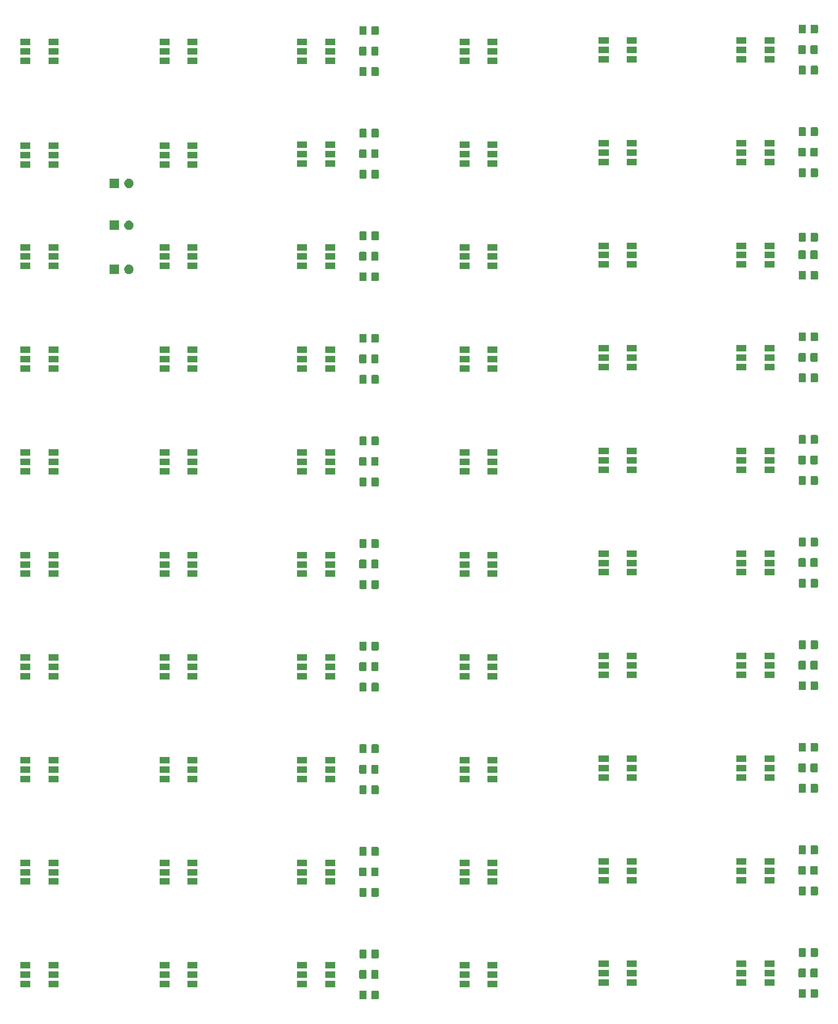
<source format=gbr>
G04 #@! TF.GenerationSoftware,KiCad,Pcbnew,(5.1.5)-3*
G04 #@! TF.CreationDate,2021-02-01T12:28:56+11:00*
G04 #@! TF.ProjectId,LED Array,4c454420-4172-4726-9179-2e6b69636164,rev?*
G04 #@! TF.SameCoordinates,Original*
G04 #@! TF.FileFunction,Soldermask,Top*
G04 #@! TF.FilePolarity,Negative*
%FSLAX46Y46*%
G04 Gerber Fmt 4.6, Leading zero omitted, Abs format (unit mm)*
G04 Created by KiCad (PCBNEW (5.1.5)-3) date 2021-02-01 12:28:56*
%MOMM*%
%LPD*%
G04 APERTURE LIST*
%ADD10C,0.100000*%
G04 APERTURE END LIST*
D10*
G36*
X204988674Y-224003465D02*
G01*
X205026367Y-224014899D01*
X205061103Y-224033466D01*
X205091548Y-224058452D01*
X205116534Y-224088897D01*
X205135101Y-224123633D01*
X205146535Y-224161326D01*
X205151000Y-224206661D01*
X205151000Y-225293339D01*
X205146535Y-225338674D01*
X205135101Y-225376367D01*
X205116534Y-225411103D01*
X205091548Y-225441548D01*
X205061103Y-225466534D01*
X205026367Y-225485101D01*
X204988674Y-225496535D01*
X204943339Y-225501000D01*
X204106661Y-225501000D01*
X204061326Y-225496535D01*
X204023633Y-225485101D01*
X203988897Y-225466534D01*
X203958452Y-225441548D01*
X203933466Y-225411103D01*
X203914899Y-225376367D01*
X203903465Y-225338674D01*
X203899000Y-225293339D01*
X203899000Y-224206661D01*
X203903465Y-224161326D01*
X203914899Y-224123633D01*
X203933466Y-224088897D01*
X203958452Y-224058452D01*
X203988897Y-224033466D01*
X204023633Y-224014899D01*
X204061326Y-224003465D01*
X204106661Y-223999000D01*
X204943339Y-223999000D01*
X204988674Y-224003465D01*
G37*
G36*
X202938674Y-224003465D02*
G01*
X202976367Y-224014899D01*
X203011103Y-224033466D01*
X203041548Y-224058452D01*
X203066534Y-224088897D01*
X203085101Y-224123633D01*
X203096535Y-224161326D01*
X203101000Y-224206661D01*
X203101000Y-225293339D01*
X203096535Y-225338674D01*
X203085101Y-225376367D01*
X203066534Y-225411103D01*
X203041548Y-225441548D01*
X203011103Y-225466534D01*
X202976367Y-225485101D01*
X202938674Y-225496535D01*
X202893339Y-225501000D01*
X202056661Y-225501000D01*
X202011326Y-225496535D01*
X201973633Y-225485101D01*
X201938897Y-225466534D01*
X201908452Y-225441548D01*
X201883466Y-225411103D01*
X201864899Y-225376367D01*
X201853465Y-225338674D01*
X201849000Y-225293339D01*
X201849000Y-224206661D01*
X201853465Y-224161326D01*
X201864899Y-224123633D01*
X201883466Y-224088897D01*
X201908452Y-224058452D01*
X201938897Y-224033466D01*
X201973633Y-224014899D01*
X202011326Y-224003465D01*
X202056661Y-223999000D01*
X202893339Y-223999000D01*
X202938674Y-224003465D01*
G37*
G36*
X279988674Y-223753465D02*
G01*
X280026367Y-223764899D01*
X280061103Y-223783466D01*
X280091548Y-223808452D01*
X280116534Y-223838897D01*
X280135101Y-223873633D01*
X280146535Y-223911326D01*
X280151000Y-223956661D01*
X280151000Y-225043339D01*
X280146535Y-225088674D01*
X280135101Y-225126367D01*
X280116534Y-225161103D01*
X280091548Y-225191548D01*
X280061103Y-225216534D01*
X280026367Y-225235101D01*
X279988674Y-225246535D01*
X279943339Y-225251000D01*
X279106661Y-225251000D01*
X279061326Y-225246535D01*
X279023633Y-225235101D01*
X278988897Y-225216534D01*
X278958452Y-225191548D01*
X278933466Y-225161103D01*
X278914899Y-225126367D01*
X278903465Y-225088674D01*
X278899000Y-225043339D01*
X278899000Y-223956661D01*
X278903465Y-223911326D01*
X278914899Y-223873633D01*
X278933466Y-223838897D01*
X278958452Y-223808452D01*
X278988897Y-223783466D01*
X279023633Y-223764899D01*
X279061326Y-223753465D01*
X279106661Y-223749000D01*
X279943339Y-223749000D01*
X279988674Y-223753465D01*
G37*
G36*
X277938674Y-223753465D02*
G01*
X277976367Y-223764899D01*
X278011103Y-223783466D01*
X278041548Y-223808452D01*
X278066534Y-223838897D01*
X278085101Y-223873633D01*
X278096535Y-223911326D01*
X278101000Y-223956661D01*
X278101000Y-225043339D01*
X278096535Y-225088674D01*
X278085101Y-225126367D01*
X278066534Y-225161103D01*
X278041548Y-225191548D01*
X278011103Y-225216534D01*
X277976367Y-225235101D01*
X277938674Y-225246535D01*
X277893339Y-225251000D01*
X277056661Y-225251000D01*
X277011326Y-225246535D01*
X276973633Y-225235101D01*
X276938897Y-225216534D01*
X276908452Y-225191548D01*
X276883466Y-225161103D01*
X276864899Y-225126367D01*
X276853465Y-225088674D01*
X276849000Y-225043339D01*
X276849000Y-223956661D01*
X276853465Y-223911326D01*
X276864899Y-223873633D01*
X276883466Y-223838897D01*
X276908452Y-223808452D01*
X276938897Y-223783466D01*
X276973633Y-223764899D01*
X277011326Y-223753465D01*
X277056661Y-223749000D01*
X277893339Y-223749000D01*
X277938674Y-223753465D01*
G37*
G36*
X145651000Y-223461000D02*
G01*
X143949000Y-223461000D01*
X143949000Y-222359000D01*
X145651000Y-222359000D01*
X145651000Y-223461000D01*
G37*
G36*
X150451000Y-223461000D02*
G01*
X148749000Y-223461000D01*
X148749000Y-222359000D01*
X150451000Y-222359000D01*
X150451000Y-223461000D01*
G37*
G36*
X220651000Y-223461000D02*
G01*
X218949000Y-223461000D01*
X218949000Y-222359000D01*
X220651000Y-222359000D01*
X220651000Y-223461000D01*
G37*
G36*
X225451000Y-223461000D02*
G01*
X223749000Y-223461000D01*
X223749000Y-222359000D01*
X225451000Y-222359000D01*
X225451000Y-223461000D01*
G37*
G36*
X174221000Y-223461000D02*
G01*
X172519000Y-223461000D01*
X172519000Y-222359000D01*
X174221000Y-222359000D01*
X174221000Y-223461000D01*
G37*
G36*
X169421000Y-223461000D02*
G01*
X167719000Y-223461000D01*
X167719000Y-222359000D01*
X169421000Y-222359000D01*
X169421000Y-223461000D01*
G37*
G36*
X197721000Y-223461000D02*
G01*
X196019000Y-223461000D01*
X196019000Y-222359000D01*
X197721000Y-222359000D01*
X197721000Y-223461000D01*
G37*
G36*
X192921000Y-223461000D02*
G01*
X191219000Y-223461000D01*
X191219000Y-222359000D01*
X192921000Y-222359000D01*
X192921000Y-223461000D01*
G37*
G36*
X272721000Y-223211000D02*
G01*
X271019000Y-223211000D01*
X271019000Y-222109000D01*
X272721000Y-222109000D01*
X272721000Y-223211000D01*
G37*
G36*
X267921000Y-223211000D02*
G01*
X266219000Y-223211000D01*
X266219000Y-222109000D01*
X267921000Y-222109000D01*
X267921000Y-223211000D01*
G37*
G36*
X249221000Y-223211000D02*
G01*
X247519000Y-223211000D01*
X247519000Y-222109000D01*
X249221000Y-222109000D01*
X249221000Y-223211000D01*
G37*
G36*
X244421000Y-223211000D02*
G01*
X242719000Y-223211000D01*
X242719000Y-222109000D01*
X244421000Y-222109000D01*
X244421000Y-223211000D01*
G37*
G36*
X202913674Y-220503465D02*
G01*
X202951367Y-220514899D01*
X202986103Y-220533466D01*
X203016548Y-220558452D01*
X203041534Y-220588897D01*
X203060101Y-220623633D01*
X203071535Y-220661326D01*
X203076000Y-220706661D01*
X203076000Y-221793339D01*
X203071535Y-221838674D01*
X203060101Y-221876367D01*
X203041534Y-221911103D01*
X203016548Y-221941548D01*
X202986103Y-221966534D01*
X202951367Y-221985101D01*
X202913674Y-221996535D01*
X202868339Y-222001000D01*
X202031661Y-222001000D01*
X201986326Y-221996535D01*
X201948633Y-221985101D01*
X201913897Y-221966534D01*
X201883452Y-221941548D01*
X201858466Y-221911103D01*
X201839899Y-221876367D01*
X201828465Y-221838674D01*
X201824000Y-221793339D01*
X201824000Y-220706661D01*
X201828465Y-220661326D01*
X201839899Y-220623633D01*
X201858466Y-220588897D01*
X201883452Y-220558452D01*
X201913897Y-220533466D01*
X201948633Y-220514899D01*
X201986326Y-220503465D01*
X202031661Y-220499000D01*
X202868339Y-220499000D01*
X202913674Y-220503465D01*
G37*
G36*
X204963674Y-220503465D02*
G01*
X205001367Y-220514899D01*
X205036103Y-220533466D01*
X205066548Y-220558452D01*
X205091534Y-220588897D01*
X205110101Y-220623633D01*
X205121535Y-220661326D01*
X205126000Y-220706661D01*
X205126000Y-221793339D01*
X205121535Y-221838674D01*
X205110101Y-221876367D01*
X205091534Y-221911103D01*
X205066548Y-221941548D01*
X205036103Y-221966534D01*
X205001367Y-221985101D01*
X204963674Y-221996535D01*
X204918339Y-222001000D01*
X204081661Y-222001000D01*
X204036326Y-221996535D01*
X203998633Y-221985101D01*
X203963897Y-221966534D01*
X203933452Y-221941548D01*
X203908466Y-221911103D01*
X203889899Y-221876367D01*
X203878465Y-221838674D01*
X203874000Y-221793339D01*
X203874000Y-220706661D01*
X203878465Y-220661326D01*
X203889899Y-220623633D01*
X203908466Y-220588897D01*
X203933452Y-220558452D01*
X203963897Y-220533466D01*
X203998633Y-220514899D01*
X204036326Y-220503465D01*
X204081661Y-220499000D01*
X204918339Y-220499000D01*
X204963674Y-220503465D01*
G37*
G36*
X145651000Y-221861000D02*
G01*
X143949000Y-221861000D01*
X143949000Y-220759000D01*
X145651000Y-220759000D01*
X145651000Y-221861000D01*
G37*
G36*
X192921000Y-221861000D02*
G01*
X191219000Y-221861000D01*
X191219000Y-220759000D01*
X192921000Y-220759000D01*
X192921000Y-221861000D01*
G37*
G36*
X197721000Y-221861000D02*
G01*
X196019000Y-221861000D01*
X196019000Y-220759000D01*
X197721000Y-220759000D01*
X197721000Y-221861000D01*
G37*
G36*
X169421000Y-221861000D02*
G01*
X167719000Y-221861000D01*
X167719000Y-220759000D01*
X169421000Y-220759000D01*
X169421000Y-221861000D01*
G37*
G36*
X220651000Y-221861000D02*
G01*
X218949000Y-221861000D01*
X218949000Y-220759000D01*
X220651000Y-220759000D01*
X220651000Y-221861000D01*
G37*
G36*
X150451000Y-221861000D02*
G01*
X148749000Y-221861000D01*
X148749000Y-220759000D01*
X150451000Y-220759000D01*
X150451000Y-221861000D01*
G37*
G36*
X225451000Y-221861000D02*
G01*
X223749000Y-221861000D01*
X223749000Y-220759000D01*
X225451000Y-220759000D01*
X225451000Y-221861000D01*
G37*
G36*
X174221000Y-221861000D02*
G01*
X172519000Y-221861000D01*
X172519000Y-220759000D01*
X174221000Y-220759000D01*
X174221000Y-221861000D01*
G37*
G36*
X279963674Y-220253465D02*
G01*
X280001367Y-220264899D01*
X280036103Y-220283466D01*
X280066548Y-220308452D01*
X280091534Y-220338897D01*
X280110101Y-220373633D01*
X280121535Y-220411326D01*
X280126000Y-220456661D01*
X280126000Y-221543339D01*
X280121535Y-221588674D01*
X280110101Y-221626367D01*
X280091534Y-221661103D01*
X280066548Y-221691548D01*
X280036103Y-221716534D01*
X280001367Y-221735101D01*
X279963674Y-221746535D01*
X279918339Y-221751000D01*
X279081661Y-221751000D01*
X279036326Y-221746535D01*
X278998633Y-221735101D01*
X278963897Y-221716534D01*
X278933452Y-221691548D01*
X278908466Y-221661103D01*
X278889899Y-221626367D01*
X278878465Y-221588674D01*
X278874000Y-221543339D01*
X278874000Y-220456661D01*
X278878465Y-220411326D01*
X278889899Y-220373633D01*
X278908466Y-220338897D01*
X278933452Y-220308452D01*
X278963897Y-220283466D01*
X278998633Y-220264899D01*
X279036326Y-220253465D01*
X279081661Y-220249000D01*
X279918339Y-220249000D01*
X279963674Y-220253465D01*
G37*
G36*
X277913674Y-220253465D02*
G01*
X277951367Y-220264899D01*
X277986103Y-220283466D01*
X278016548Y-220308452D01*
X278041534Y-220338897D01*
X278060101Y-220373633D01*
X278071535Y-220411326D01*
X278076000Y-220456661D01*
X278076000Y-221543339D01*
X278071535Y-221588674D01*
X278060101Y-221626367D01*
X278041534Y-221661103D01*
X278016548Y-221691548D01*
X277986103Y-221716534D01*
X277951367Y-221735101D01*
X277913674Y-221746535D01*
X277868339Y-221751000D01*
X277031661Y-221751000D01*
X276986326Y-221746535D01*
X276948633Y-221735101D01*
X276913897Y-221716534D01*
X276883452Y-221691548D01*
X276858466Y-221661103D01*
X276839899Y-221626367D01*
X276828465Y-221588674D01*
X276824000Y-221543339D01*
X276824000Y-220456661D01*
X276828465Y-220411326D01*
X276839899Y-220373633D01*
X276858466Y-220338897D01*
X276883452Y-220308452D01*
X276913897Y-220283466D01*
X276948633Y-220264899D01*
X276986326Y-220253465D01*
X277031661Y-220249000D01*
X277868339Y-220249000D01*
X277913674Y-220253465D01*
G37*
G36*
X267921000Y-221611000D02*
G01*
X266219000Y-221611000D01*
X266219000Y-220509000D01*
X267921000Y-220509000D01*
X267921000Y-221611000D01*
G37*
G36*
X244421000Y-221611000D02*
G01*
X242719000Y-221611000D01*
X242719000Y-220509000D01*
X244421000Y-220509000D01*
X244421000Y-221611000D01*
G37*
G36*
X249221000Y-221611000D02*
G01*
X247519000Y-221611000D01*
X247519000Y-220509000D01*
X249221000Y-220509000D01*
X249221000Y-221611000D01*
G37*
G36*
X272721000Y-221611000D02*
G01*
X271019000Y-221611000D01*
X271019000Y-220509000D01*
X272721000Y-220509000D01*
X272721000Y-221611000D01*
G37*
G36*
X169421000Y-220261000D02*
G01*
X167719000Y-220261000D01*
X167719000Y-219159000D01*
X169421000Y-219159000D01*
X169421000Y-220261000D01*
G37*
G36*
X220651000Y-220261000D02*
G01*
X218949000Y-220261000D01*
X218949000Y-219159000D01*
X220651000Y-219159000D01*
X220651000Y-220261000D01*
G37*
G36*
X197721000Y-220261000D02*
G01*
X196019000Y-220261000D01*
X196019000Y-219159000D01*
X197721000Y-219159000D01*
X197721000Y-220261000D01*
G37*
G36*
X150451000Y-220261000D02*
G01*
X148749000Y-220261000D01*
X148749000Y-219159000D01*
X150451000Y-219159000D01*
X150451000Y-220261000D01*
G37*
G36*
X192921000Y-220261000D02*
G01*
X191219000Y-220261000D01*
X191219000Y-219159000D01*
X192921000Y-219159000D01*
X192921000Y-220261000D01*
G37*
G36*
X225451000Y-220261000D02*
G01*
X223749000Y-220261000D01*
X223749000Y-219159000D01*
X225451000Y-219159000D01*
X225451000Y-220261000D01*
G37*
G36*
X174221000Y-220261000D02*
G01*
X172519000Y-220261000D01*
X172519000Y-219159000D01*
X174221000Y-219159000D01*
X174221000Y-220261000D01*
G37*
G36*
X145651000Y-220261000D02*
G01*
X143949000Y-220261000D01*
X143949000Y-219159000D01*
X145651000Y-219159000D01*
X145651000Y-220261000D01*
G37*
G36*
X272721000Y-220011000D02*
G01*
X271019000Y-220011000D01*
X271019000Y-218909000D01*
X272721000Y-218909000D01*
X272721000Y-220011000D01*
G37*
G36*
X267921000Y-220011000D02*
G01*
X266219000Y-220011000D01*
X266219000Y-218909000D01*
X267921000Y-218909000D01*
X267921000Y-220011000D01*
G37*
G36*
X249221000Y-220011000D02*
G01*
X247519000Y-220011000D01*
X247519000Y-218909000D01*
X249221000Y-218909000D01*
X249221000Y-220011000D01*
G37*
G36*
X244421000Y-220011000D02*
G01*
X242719000Y-220011000D01*
X242719000Y-218909000D01*
X244421000Y-218909000D01*
X244421000Y-220011000D01*
G37*
G36*
X202938674Y-217003465D02*
G01*
X202976367Y-217014899D01*
X203011103Y-217033466D01*
X203041548Y-217058452D01*
X203066534Y-217088897D01*
X203085101Y-217123633D01*
X203096535Y-217161326D01*
X203101000Y-217206661D01*
X203101000Y-218293339D01*
X203096535Y-218338674D01*
X203085101Y-218376367D01*
X203066534Y-218411103D01*
X203041548Y-218441548D01*
X203011103Y-218466534D01*
X202976367Y-218485101D01*
X202938674Y-218496535D01*
X202893339Y-218501000D01*
X202056661Y-218501000D01*
X202011326Y-218496535D01*
X201973633Y-218485101D01*
X201938897Y-218466534D01*
X201908452Y-218441548D01*
X201883466Y-218411103D01*
X201864899Y-218376367D01*
X201853465Y-218338674D01*
X201849000Y-218293339D01*
X201849000Y-217206661D01*
X201853465Y-217161326D01*
X201864899Y-217123633D01*
X201883466Y-217088897D01*
X201908452Y-217058452D01*
X201938897Y-217033466D01*
X201973633Y-217014899D01*
X202011326Y-217003465D01*
X202056661Y-216999000D01*
X202893339Y-216999000D01*
X202938674Y-217003465D01*
G37*
G36*
X204988674Y-217003465D02*
G01*
X205026367Y-217014899D01*
X205061103Y-217033466D01*
X205091548Y-217058452D01*
X205116534Y-217088897D01*
X205135101Y-217123633D01*
X205146535Y-217161326D01*
X205151000Y-217206661D01*
X205151000Y-218293339D01*
X205146535Y-218338674D01*
X205135101Y-218376367D01*
X205116534Y-218411103D01*
X205091548Y-218441548D01*
X205061103Y-218466534D01*
X205026367Y-218485101D01*
X204988674Y-218496535D01*
X204943339Y-218501000D01*
X204106661Y-218501000D01*
X204061326Y-218496535D01*
X204023633Y-218485101D01*
X203988897Y-218466534D01*
X203958452Y-218441548D01*
X203933466Y-218411103D01*
X203914899Y-218376367D01*
X203903465Y-218338674D01*
X203899000Y-218293339D01*
X203899000Y-217206661D01*
X203903465Y-217161326D01*
X203914899Y-217123633D01*
X203933466Y-217088897D01*
X203958452Y-217058452D01*
X203988897Y-217033466D01*
X204023633Y-217014899D01*
X204061326Y-217003465D01*
X204106661Y-216999000D01*
X204943339Y-216999000D01*
X204988674Y-217003465D01*
G37*
G36*
X279988674Y-216753465D02*
G01*
X280026367Y-216764899D01*
X280061103Y-216783466D01*
X280091548Y-216808452D01*
X280116534Y-216838897D01*
X280135101Y-216873633D01*
X280146535Y-216911326D01*
X280151000Y-216956661D01*
X280151000Y-218043339D01*
X280146535Y-218088674D01*
X280135101Y-218126367D01*
X280116534Y-218161103D01*
X280091548Y-218191548D01*
X280061103Y-218216534D01*
X280026367Y-218235101D01*
X279988674Y-218246535D01*
X279943339Y-218251000D01*
X279106661Y-218251000D01*
X279061326Y-218246535D01*
X279023633Y-218235101D01*
X278988897Y-218216534D01*
X278958452Y-218191548D01*
X278933466Y-218161103D01*
X278914899Y-218126367D01*
X278903465Y-218088674D01*
X278899000Y-218043339D01*
X278899000Y-216956661D01*
X278903465Y-216911326D01*
X278914899Y-216873633D01*
X278933466Y-216838897D01*
X278958452Y-216808452D01*
X278988897Y-216783466D01*
X279023633Y-216764899D01*
X279061326Y-216753465D01*
X279106661Y-216749000D01*
X279943339Y-216749000D01*
X279988674Y-216753465D01*
G37*
G36*
X277938674Y-216753465D02*
G01*
X277976367Y-216764899D01*
X278011103Y-216783466D01*
X278041548Y-216808452D01*
X278066534Y-216838897D01*
X278085101Y-216873633D01*
X278096535Y-216911326D01*
X278101000Y-216956661D01*
X278101000Y-218043339D01*
X278096535Y-218088674D01*
X278085101Y-218126367D01*
X278066534Y-218161103D01*
X278041548Y-218191548D01*
X278011103Y-218216534D01*
X277976367Y-218235101D01*
X277938674Y-218246535D01*
X277893339Y-218251000D01*
X277056661Y-218251000D01*
X277011326Y-218246535D01*
X276973633Y-218235101D01*
X276938897Y-218216534D01*
X276908452Y-218191548D01*
X276883466Y-218161103D01*
X276864899Y-218126367D01*
X276853465Y-218088674D01*
X276849000Y-218043339D01*
X276849000Y-216956661D01*
X276853465Y-216911326D01*
X276864899Y-216873633D01*
X276883466Y-216838897D01*
X276908452Y-216808452D01*
X276938897Y-216783466D01*
X276973633Y-216764899D01*
X277011326Y-216753465D01*
X277056661Y-216749000D01*
X277893339Y-216749000D01*
X277938674Y-216753465D01*
G37*
G36*
X202938674Y-206503465D02*
G01*
X202976367Y-206514899D01*
X203011103Y-206533466D01*
X203041548Y-206558452D01*
X203066534Y-206588897D01*
X203085101Y-206623633D01*
X203096535Y-206661326D01*
X203101000Y-206706661D01*
X203101000Y-207793339D01*
X203096535Y-207838674D01*
X203085101Y-207876367D01*
X203066534Y-207911103D01*
X203041548Y-207941548D01*
X203011103Y-207966534D01*
X202976367Y-207985101D01*
X202938674Y-207996535D01*
X202893339Y-208001000D01*
X202056661Y-208001000D01*
X202011326Y-207996535D01*
X201973633Y-207985101D01*
X201938897Y-207966534D01*
X201908452Y-207941548D01*
X201883466Y-207911103D01*
X201864899Y-207876367D01*
X201853465Y-207838674D01*
X201849000Y-207793339D01*
X201849000Y-206706661D01*
X201853465Y-206661326D01*
X201864899Y-206623633D01*
X201883466Y-206588897D01*
X201908452Y-206558452D01*
X201938897Y-206533466D01*
X201973633Y-206514899D01*
X202011326Y-206503465D01*
X202056661Y-206499000D01*
X202893339Y-206499000D01*
X202938674Y-206503465D01*
G37*
G36*
X204988674Y-206503465D02*
G01*
X205026367Y-206514899D01*
X205061103Y-206533466D01*
X205091548Y-206558452D01*
X205116534Y-206588897D01*
X205135101Y-206623633D01*
X205146535Y-206661326D01*
X205151000Y-206706661D01*
X205151000Y-207793339D01*
X205146535Y-207838674D01*
X205135101Y-207876367D01*
X205116534Y-207911103D01*
X205091548Y-207941548D01*
X205061103Y-207966534D01*
X205026367Y-207985101D01*
X204988674Y-207996535D01*
X204943339Y-208001000D01*
X204106661Y-208001000D01*
X204061326Y-207996535D01*
X204023633Y-207985101D01*
X203988897Y-207966534D01*
X203958452Y-207941548D01*
X203933466Y-207911103D01*
X203914899Y-207876367D01*
X203903465Y-207838674D01*
X203899000Y-207793339D01*
X203899000Y-206706661D01*
X203903465Y-206661326D01*
X203914899Y-206623633D01*
X203933466Y-206588897D01*
X203958452Y-206558452D01*
X203988897Y-206533466D01*
X204023633Y-206514899D01*
X204061326Y-206503465D01*
X204106661Y-206499000D01*
X204943339Y-206499000D01*
X204988674Y-206503465D01*
G37*
G36*
X279988674Y-206253465D02*
G01*
X280026367Y-206264899D01*
X280061103Y-206283466D01*
X280091548Y-206308452D01*
X280116534Y-206338897D01*
X280135101Y-206373633D01*
X280146535Y-206411326D01*
X280151000Y-206456661D01*
X280151000Y-207543339D01*
X280146535Y-207588674D01*
X280135101Y-207626367D01*
X280116534Y-207661103D01*
X280091548Y-207691548D01*
X280061103Y-207716534D01*
X280026367Y-207735101D01*
X279988674Y-207746535D01*
X279943339Y-207751000D01*
X279106661Y-207751000D01*
X279061326Y-207746535D01*
X279023633Y-207735101D01*
X278988897Y-207716534D01*
X278958452Y-207691548D01*
X278933466Y-207661103D01*
X278914899Y-207626367D01*
X278903465Y-207588674D01*
X278899000Y-207543339D01*
X278899000Y-206456661D01*
X278903465Y-206411326D01*
X278914899Y-206373633D01*
X278933466Y-206338897D01*
X278958452Y-206308452D01*
X278988897Y-206283466D01*
X279023633Y-206264899D01*
X279061326Y-206253465D01*
X279106661Y-206249000D01*
X279943339Y-206249000D01*
X279988674Y-206253465D01*
G37*
G36*
X277938674Y-206253465D02*
G01*
X277976367Y-206264899D01*
X278011103Y-206283466D01*
X278041548Y-206308452D01*
X278066534Y-206338897D01*
X278085101Y-206373633D01*
X278096535Y-206411326D01*
X278101000Y-206456661D01*
X278101000Y-207543339D01*
X278096535Y-207588674D01*
X278085101Y-207626367D01*
X278066534Y-207661103D01*
X278041548Y-207691548D01*
X278011103Y-207716534D01*
X277976367Y-207735101D01*
X277938674Y-207746535D01*
X277893339Y-207751000D01*
X277056661Y-207751000D01*
X277011326Y-207746535D01*
X276973633Y-207735101D01*
X276938897Y-207716534D01*
X276908452Y-207691548D01*
X276883466Y-207661103D01*
X276864899Y-207626367D01*
X276853465Y-207588674D01*
X276849000Y-207543339D01*
X276849000Y-206456661D01*
X276853465Y-206411326D01*
X276864899Y-206373633D01*
X276883466Y-206338897D01*
X276908452Y-206308452D01*
X276938897Y-206283466D01*
X276973633Y-206264899D01*
X277011326Y-206253465D01*
X277056661Y-206249000D01*
X277893339Y-206249000D01*
X277938674Y-206253465D01*
G37*
G36*
X197721000Y-205961000D02*
G01*
X196019000Y-205961000D01*
X196019000Y-204859000D01*
X197721000Y-204859000D01*
X197721000Y-205961000D01*
G37*
G36*
X145651000Y-205961000D02*
G01*
X143949000Y-205961000D01*
X143949000Y-204859000D01*
X145651000Y-204859000D01*
X145651000Y-205961000D01*
G37*
G36*
X174221000Y-205961000D02*
G01*
X172519000Y-205961000D01*
X172519000Y-204859000D01*
X174221000Y-204859000D01*
X174221000Y-205961000D01*
G37*
G36*
X169421000Y-205961000D02*
G01*
X167719000Y-205961000D01*
X167719000Y-204859000D01*
X169421000Y-204859000D01*
X169421000Y-205961000D01*
G37*
G36*
X150451000Y-205961000D02*
G01*
X148749000Y-205961000D01*
X148749000Y-204859000D01*
X150451000Y-204859000D01*
X150451000Y-205961000D01*
G37*
G36*
X225451000Y-205961000D02*
G01*
X223749000Y-205961000D01*
X223749000Y-204859000D01*
X225451000Y-204859000D01*
X225451000Y-205961000D01*
G37*
G36*
X220651000Y-205961000D02*
G01*
X218949000Y-205961000D01*
X218949000Y-204859000D01*
X220651000Y-204859000D01*
X220651000Y-205961000D01*
G37*
G36*
X192921000Y-205961000D02*
G01*
X191219000Y-205961000D01*
X191219000Y-204859000D01*
X192921000Y-204859000D01*
X192921000Y-205961000D01*
G37*
G36*
X249221000Y-205711000D02*
G01*
X247519000Y-205711000D01*
X247519000Y-204609000D01*
X249221000Y-204609000D01*
X249221000Y-205711000D01*
G37*
G36*
X244421000Y-205711000D02*
G01*
X242719000Y-205711000D01*
X242719000Y-204609000D01*
X244421000Y-204609000D01*
X244421000Y-205711000D01*
G37*
G36*
X272721000Y-205711000D02*
G01*
X271019000Y-205711000D01*
X271019000Y-204609000D01*
X272721000Y-204609000D01*
X272721000Y-205711000D01*
G37*
G36*
X267921000Y-205711000D02*
G01*
X266219000Y-205711000D01*
X266219000Y-204609000D01*
X267921000Y-204609000D01*
X267921000Y-205711000D01*
G37*
G36*
X204963674Y-203003465D02*
G01*
X205001367Y-203014899D01*
X205036103Y-203033466D01*
X205066548Y-203058452D01*
X205091534Y-203088897D01*
X205110101Y-203123633D01*
X205121535Y-203161326D01*
X205126000Y-203206661D01*
X205126000Y-204293339D01*
X205121535Y-204338674D01*
X205110101Y-204376367D01*
X205091534Y-204411103D01*
X205066548Y-204441548D01*
X205036103Y-204466534D01*
X205001367Y-204485101D01*
X204963674Y-204496535D01*
X204918339Y-204501000D01*
X204081661Y-204501000D01*
X204036326Y-204496535D01*
X203998633Y-204485101D01*
X203963897Y-204466534D01*
X203933452Y-204441548D01*
X203908466Y-204411103D01*
X203889899Y-204376367D01*
X203878465Y-204338674D01*
X203874000Y-204293339D01*
X203874000Y-203206661D01*
X203878465Y-203161326D01*
X203889899Y-203123633D01*
X203908466Y-203088897D01*
X203933452Y-203058452D01*
X203963897Y-203033466D01*
X203998633Y-203014899D01*
X204036326Y-203003465D01*
X204081661Y-202999000D01*
X204918339Y-202999000D01*
X204963674Y-203003465D01*
G37*
G36*
X202913674Y-203003465D02*
G01*
X202951367Y-203014899D01*
X202986103Y-203033466D01*
X203016548Y-203058452D01*
X203041534Y-203088897D01*
X203060101Y-203123633D01*
X203071535Y-203161326D01*
X203076000Y-203206661D01*
X203076000Y-204293339D01*
X203071535Y-204338674D01*
X203060101Y-204376367D01*
X203041534Y-204411103D01*
X203016548Y-204441548D01*
X202986103Y-204466534D01*
X202951367Y-204485101D01*
X202913674Y-204496535D01*
X202868339Y-204501000D01*
X202031661Y-204501000D01*
X201986326Y-204496535D01*
X201948633Y-204485101D01*
X201913897Y-204466534D01*
X201883452Y-204441548D01*
X201858466Y-204411103D01*
X201839899Y-204376367D01*
X201828465Y-204338674D01*
X201824000Y-204293339D01*
X201824000Y-203206661D01*
X201828465Y-203161326D01*
X201839899Y-203123633D01*
X201858466Y-203088897D01*
X201883452Y-203058452D01*
X201913897Y-203033466D01*
X201948633Y-203014899D01*
X201986326Y-203003465D01*
X202031661Y-202999000D01*
X202868339Y-202999000D01*
X202913674Y-203003465D01*
G37*
G36*
X169421000Y-204361000D02*
G01*
X167719000Y-204361000D01*
X167719000Y-203259000D01*
X169421000Y-203259000D01*
X169421000Y-204361000D01*
G37*
G36*
X197721000Y-204361000D02*
G01*
X196019000Y-204361000D01*
X196019000Y-203259000D01*
X197721000Y-203259000D01*
X197721000Y-204361000D01*
G37*
G36*
X220651000Y-204361000D02*
G01*
X218949000Y-204361000D01*
X218949000Y-203259000D01*
X220651000Y-203259000D01*
X220651000Y-204361000D01*
G37*
G36*
X150451000Y-204361000D02*
G01*
X148749000Y-204361000D01*
X148749000Y-203259000D01*
X150451000Y-203259000D01*
X150451000Y-204361000D01*
G37*
G36*
X225451000Y-204361000D02*
G01*
X223749000Y-204361000D01*
X223749000Y-203259000D01*
X225451000Y-203259000D01*
X225451000Y-204361000D01*
G37*
G36*
X174221000Y-204361000D02*
G01*
X172519000Y-204361000D01*
X172519000Y-203259000D01*
X174221000Y-203259000D01*
X174221000Y-204361000D01*
G37*
G36*
X192921000Y-204361000D02*
G01*
X191219000Y-204361000D01*
X191219000Y-203259000D01*
X192921000Y-203259000D01*
X192921000Y-204361000D01*
G37*
G36*
X145651000Y-204361000D02*
G01*
X143949000Y-204361000D01*
X143949000Y-203259000D01*
X145651000Y-203259000D01*
X145651000Y-204361000D01*
G37*
G36*
X279963674Y-202753465D02*
G01*
X280001367Y-202764899D01*
X280036103Y-202783466D01*
X280066548Y-202808452D01*
X280091534Y-202838897D01*
X280110101Y-202873633D01*
X280121535Y-202911326D01*
X280126000Y-202956661D01*
X280126000Y-204043339D01*
X280121535Y-204088674D01*
X280110101Y-204126367D01*
X280091534Y-204161103D01*
X280066548Y-204191548D01*
X280036103Y-204216534D01*
X280001367Y-204235101D01*
X279963674Y-204246535D01*
X279918339Y-204251000D01*
X279081661Y-204251000D01*
X279036326Y-204246535D01*
X278998633Y-204235101D01*
X278963897Y-204216534D01*
X278933452Y-204191548D01*
X278908466Y-204161103D01*
X278889899Y-204126367D01*
X278878465Y-204088674D01*
X278874000Y-204043339D01*
X278874000Y-202956661D01*
X278878465Y-202911326D01*
X278889899Y-202873633D01*
X278908466Y-202838897D01*
X278933452Y-202808452D01*
X278963897Y-202783466D01*
X278998633Y-202764899D01*
X279036326Y-202753465D01*
X279081661Y-202749000D01*
X279918339Y-202749000D01*
X279963674Y-202753465D01*
G37*
G36*
X277913674Y-202753465D02*
G01*
X277951367Y-202764899D01*
X277986103Y-202783466D01*
X278016548Y-202808452D01*
X278041534Y-202838897D01*
X278060101Y-202873633D01*
X278071535Y-202911326D01*
X278076000Y-202956661D01*
X278076000Y-204043339D01*
X278071535Y-204088674D01*
X278060101Y-204126367D01*
X278041534Y-204161103D01*
X278016548Y-204191548D01*
X277986103Y-204216534D01*
X277951367Y-204235101D01*
X277913674Y-204246535D01*
X277868339Y-204251000D01*
X277031661Y-204251000D01*
X276986326Y-204246535D01*
X276948633Y-204235101D01*
X276913897Y-204216534D01*
X276883452Y-204191548D01*
X276858466Y-204161103D01*
X276839899Y-204126367D01*
X276828465Y-204088674D01*
X276824000Y-204043339D01*
X276824000Y-202956661D01*
X276828465Y-202911326D01*
X276839899Y-202873633D01*
X276858466Y-202838897D01*
X276883452Y-202808452D01*
X276913897Y-202783466D01*
X276948633Y-202764899D01*
X276986326Y-202753465D01*
X277031661Y-202749000D01*
X277868339Y-202749000D01*
X277913674Y-202753465D01*
G37*
G36*
X267921000Y-204111000D02*
G01*
X266219000Y-204111000D01*
X266219000Y-203009000D01*
X267921000Y-203009000D01*
X267921000Y-204111000D01*
G37*
G36*
X249221000Y-204111000D02*
G01*
X247519000Y-204111000D01*
X247519000Y-203009000D01*
X249221000Y-203009000D01*
X249221000Y-204111000D01*
G37*
G36*
X272721000Y-204111000D02*
G01*
X271019000Y-204111000D01*
X271019000Y-203009000D01*
X272721000Y-203009000D01*
X272721000Y-204111000D01*
G37*
G36*
X244421000Y-204111000D02*
G01*
X242719000Y-204111000D01*
X242719000Y-203009000D01*
X244421000Y-203009000D01*
X244421000Y-204111000D01*
G37*
G36*
X225451000Y-202761000D02*
G01*
X223749000Y-202761000D01*
X223749000Y-201659000D01*
X225451000Y-201659000D01*
X225451000Y-202761000D01*
G37*
G36*
X192921000Y-202761000D02*
G01*
X191219000Y-202761000D01*
X191219000Y-201659000D01*
X192921000Y-201659000D01*
X192921000Y-202761000D01*
G37*
G36*
X145651000Y-202761000D02*
G01*
X143949000Y-202761000D01*
X143949000Y-201659000D01*
X145651000Y-201659000D01*
X145651000Y-202761000D01*
G37*
G36*
X150451000Y-202761000D02*
G01*
X148749000Y-202761000D01*
X148749000Y-201659000D01*
X150451000Y-201659000D01*
X150451000Y-202761000D01*
G37*
G36*
X220651000Y-202761000D02*
G01*
X218949000Y-202761000D01*
X218949000Y-201659000D01*
X220651000Y-201659000D01*
X220651000Y-202761000D01*
G37*
G36*
X169421000Y-202761000D02*
G01*
X167719000Y-202761000D01*
X167719000Y-201659000D01*
X169421000Y-201659000D01*
X169421000Y-202761000D01*
G37*
G36*
X174221000Y-202761000D02*
G01*
X172519000Y-202761000D01*
X172519000Y-201659000D01*
X174221000Y-201659000D01*
X174221000Y-202761000D01*
G37*
G36*
X197721000Y-202761000D02*
G01*
X196019000Y-202761000D01*
X196019000Y-201659000D01*
X197721000Y-201659000D01*
X197721000Y-202761000D01*
G37*
G36*
X244421000Y-202511000D02*
G01*
X242719000Y-202511000D01*
X242719000Y-201409000D01*
X244421000Y-201409000D01*
X244421000Y-202511000D01*
G37*
G36*
X272721000Y-202511000D02*
G01*
X271019000Y-202511000D01*
X271019000Y-201409000D01*
X272721000Y-201409000D01*
X272721000Y-202511000D01*
G37*
G36*
X267921000Y-202511000D02*
G01*
X266219000Y-202511000D01*
X266219000Y-201409000D01*
X267921000Y-201409000D01*
X267921000Y-202511000D01*
G37*
G36*
X249221000Y-202511000D02*
G01*
X247519000Y-202511000D01*
X247519000Y-201409000D01*
X249221000Y-201409000D01*
X249221000Y-202511000D01*
G37*
G36*
X204988674Y-199503465D02*
G01*
X205026367Y-199514899D01*
X205061103Y-199533466D01*
X205091548Y-199558452D01*
X205116534Y-199588897D01*
X205135101Y-199623633D01*
X205146535Y-199661326D01*
X205151000Y-199706661D01*
X205151000Y-200793339D01*
X205146535Y-200838674D01*
X205135101Y-200876367D01*
X205116534Y-200911103D01*
X205091548Y-200941548D01*
X205061103Y-200966534D01*
X205026367Y-200985101D01*
X204988674Y-200996535D01*
X204943339Y-201001000D01*
X204106661Y-201001000D01*
X204061326Y-200996535D01*
X204023633Y-200985101D01*
X203988897Y-200966534D01*
X203958452Y-200941548D01*
X203933466Y-200911103D01*
X203914899Y-200876367D01*
X203903465Y-200838674D01*
X203899000Y-200793339D01*
X203899000Y-199706661D01*
X203903465Y-199661326D01*
X203914899Y-199623633D01*
X203933466Y-199588897D01*
X203958452Y-199558452D01*
X203988897Y-199533466D01*
X204023633Y-199514899D01*
X204061326Y-199503465D01*
X204106661Y-199499000D01*
X204943339Y-199499000D01*
X204988674Y-199503465D01*
G37*
G36*
X202938674Y-199503465D02*
G01*
X202976367Y-199514899D01*
X203011103Y-199533466D01*
X203041548Y-199558452D01*
X203066534Y-199588897D01*
X203085101Y-199623633D01*
X203096535Y-199661326D01*
X203101000Y-199706661D01*
X203101000Y-200793339D01*
X203096535Y-200838674D01*
X203085101Y-200876367D01*
X203066534Y-200911103D01*
X203041548Y-200941548D01*
X203011103Y-200966534D01*
X202976367Y-200985101D01*
X202938674Y-200996535D01*
X202893339Y-201001000D01*
X202056661Y-201001000D01*
X202011326Y-200996535D01*
X201973633Y-200985101D01*
X201938897Y-200966534D01*
X201908452Y-200941548D01*
X201883466Y-200911103D01*
X201864899Y-200876367D01*
X201853465Y-200838674D01*
X201849000Y-200793339D01*
X201849000Y-199706661D01*
X201853465Y-199661326D01*
X201864899Y-199623633D01*
X201883466Y-199588897D01*
X201908452Y-199558452D01*
X201938897Y-199533466D01*
X201973633Y-199514899D01*
X202011326Y-199503465D01*
X202056661Y-199499000D01*
X202893339Y-199499000D01*
X202938674Y-199503465D01*
G37*
G36*
X279988674Y-199253465D02*
G01*
X280026367Y-199264899D01*
X280061103Y-199283466D01*
X280091548Y-199308452D01*
X280116534Y-199338897D01*
X280135101Y-199373633D01*
X280146535Y-199411326D01*
X280151000Y-199456661D01*
X280151000Y-200543339D01*
X280146535Y-200588674D01*
X280135101Y-200626367D01*
X280116534Y-200661103D01*
X280091548Y-200691548D01*
X280061103Y-200716534D01*
X280026367Y-200735101D01*
X279988674Y-200746535D01*
X279943339Y-200751000D01*
X279106661Y-200751000D01*
X279061326Y-200746535D01*
X279023633Y-200735101D01*
X278988897Y-200716534D01*
X278958452Y-200691548D01*
X278933466Y-200661103D01*
X278914899Y-200626367D01*
X278903465Y-200588674D01*
X278899000Y-200543339D01*
X278899000Y-199456661D01*
X278903465Y-199411326D01*
X278914899Y-199373633D01*
X278933466Y-199338897D01*
X278958452Y-199308452D01*
X278988897Y-199283466D01*
X279023633Y-199264899D01*
X279061326Y-199253465D01*
X279106661Y-199249000D01*
X279943339Y-199249000D01*
X279988674Y-199253465D01*
G37*
G36*
X277938674Y-199253465D02*
G01*
X277976367Y-199264899D01*
X278011103Y-199283466D01*
X278041548Y-199308452D01*
X278066534Y-199338897D01*
X278085101Y-199373633D01*
X278096535Y-199411326D01*
X278101000Y-199456661D01*
X278101000Y-200543339D01*
X278096535Y-200588674D01*
X278085101Y-200626367D01*
X278066534Y-200661103D01*
X278041548Y-200691548D01*
X278011103Y-200716534D01*
X277976367Y-200735101D01*
X277938674Y-200746535D01*
X277893339Y-200751000D01*
X277056661Y-200751000D01*
X277011326Y-200746535D01*
X276973633Y-200735101D01*
X276938897Y-200716534D01*
X276908452Y-200691548D01*
X276883466Y-200661103D01*
X276864899Y-200626367D01*
X276853465Y-200588674D01*
X276849000Y-200543339D01*
X276849000Y-199456661D01*
X276853465Y-199411326D01*
X276864899Y-199373633D01*
X276883466Y-199338897D01*
X276908452Y-199308452D01*
X276938897Y-199283466D01*
X276973633Y-199264899D01*
X277011326Y-199253465D01*
X277056661Y-199249000D01*
X277893339Y-199249000D01*
X277938674Y-199253465D01*
G37*
G36*
X202938674Y-189003465D02*
G01*
X202976367Y-189014899D01*
X203011103Y-189033466D01*
X203041548Y-189058452D01*
X203066534Y-189088897D01*
X203085101Y-189123633D01*
X203096535Y-189161326D01*
X203101000Y-189206661D01*
X203101000Y-190293339D01*
X203096535Y-190338674D01*
X203085101Y-190376367D01*
X203066534Y-190411103D01*
X203041548Y-190441548D01*
X203011103Y-190466534D01*
X202976367Y-190485101D01*
X202938674Y-190496535D01*
X202893339Y-190501000D01*
X202056661Y-190501000D01*
X202011326Y-190496535D01*
X201973633Y-190485101D01*
X201938897Y-190466534D01*
X201908452Y-190441548D01*
X201883466Y-190411103D01*
X201864899Y-190376367D01*
X201853465Y-190338674D01*
X201849000Y-190293339D01*
X201849000Y-189206661D01*
X201853465Y-189161326D01*
X201864899Y-189123633D01*
X201883466Y-189088897D01*
X201908452Y-189058452D01*
X201938897Y-189033466D01*
X201973633Y-189014899D01*
X202011326Y-189003465D01*
X202056661Y-188999000D01*
X202893339Y-188999000D01*
X202938674Y-189003465D01*
G37*
G36*
X204988674Y-189003465D02*
G01*
X205026367Y-189014899D01*
X205061103Y-189033466D01*
X205091548Y-189058452D01*
X205116534Y-189088897D01*
X205135101Y-189123633D01*
X205146535Y-189161326D01*
X205151000Y-189206661D01*
X205151000Y-190293339D01*
X205146535Y-190338674D01*
X205135101Y-190376367D01*
X205116534Y-190411103D01*
X205091548Y-190441548D01*
X205061103Y-190466534D01*
X205026367Y-190485101D01*
X204988674Y-190496535D01*
X204943339Y-190501000D01*
X204106661Y-190501000D01*
X204061326Y-190496535D01*
X204023633Y-190485101D01*
X203988897Y-190466534D01*
X203958452Y-190441548D01*
X203933466Y-190411103D01*
X203914899Y-190376367D01*
X203903465Y-190338674D01*
X203899000Y-190293339D01*
X203899000Y-189206661D01*
X203903465Y-189161326D01*
X203914899Y-189123633D01*
X203933466Y-189088897D01*
X203958452Y-189058452D01*
X203988897Y-189033466D01*
X204023633Y-189014899D01*
X204061326Y-189003465D01*
X204106661Y-188999000D01*
X204943339Y-188999000D01*
X204988674Y-189003465D01*
G37*
G36*
X277938674Y-188753465D02*
G01*
X277976367Y-188764899D01*
X278011103Y-188783466D01*
X278041548Y-188808452D01*
X278066534Y-188838897D01*
X278085101Y-188873633D01*
X278096535Y-188911326D01*
X278101000Y-188956661D01*
X278101000Y-190043339D01*
X278096535Y-190088674D01*
X278085101Y-190126367D01*
X278066534Y-190161103D01*
X278041548Y-190191548D01*
X278011103Y-190216534D01*
X277976367Y-190235101D01*
X277938674Y-190246535D01*
X277893339Y-190251000D01*
X277056661Y-190251000D01*
X277011326Y-190246535D01*
X276973633Y-190235101D01*
X276938897Y-190216534D01*
X276908452Y-190191548D01*
X276883466Y-190161103D01*
X276864899Y-190126367D01*
X276853465Y-190088674D01*
X276849000Y-190043339D01*
X276849000Y-188956661D01*
X276853465Y-188911326D01*
X276864899Y-188873633D01*
X276883466Y-188838897D01*
X276908452Y-188808452D01*
X276938897Y-188783466D01*
X276973633Y-188764899D01*
X277011326Y-188753465D01*
X277056661Y-188749000D01*
X277893339Y-188749000D01*
X277938674Y-188753465D01*
G37*
G36*
X279988674Y-188753465D02*
G01*
X280026367Y-188764899D01*
X280061103Y-188783466D01*
X280091548Y-188808452D01*
X280116534Y-188838897D01*
X280135101Y-188873633D01*
X280146535Y-188911326D01*
X280151000Y-188956661D01*
X280151000Y-190043339D01*
X280146535Y-190088674D01*
X280135101Y-190126367D01*
X280116534Y-190161103D01*
X280091548Y-190191548D01*
X280061103Y-190216534D01*
X280026367Y-190235101D01*
X279988674Y-190246535D01*
X279943339Y-190251000D01*
X279106661Y-190251000D01*
X279061326Y-190246535D01*
X279023633Y-190235101D01*
X278988897Y-190216534D01*
X278958452Y-190191548D01*
X278933466Y-190161103D01*
X278914899Y-190126367D01*
X278903465Y-190088674D01*
X278899000Y-190043339D01*
X278899000Y-188956661D01*
X278903465Y-188911326D01*
X278914899Y-188873633D01*
X278933466Y-188838897D01*
X278958452Y-188808452D01*
X278988897Y-188783466D01*
X279023633Y-188764899D01*
X279061326Y-188753465D01*
X279106661Y-188749000D01*
X279943339Y-188749000D01*
X279988674Y-188753465D01*
G37*
G36*
X192921000Y-188461000D02*
G01*
X191219000Y-188461000D01*
X191219000Y-187359000D01*
X192921000Y-187359000D01*
X192921000Y-188461000D01*
G37*
G36*
X150451000Y-188461000D02*
G01*
X148749000Y-188461000D01*
X148749000Y-187359000D01*
X150451000Y-187359000D01*
X150451000Y-188461000D01*
G37*
G36*
X145651000Y-188461000D02*
G01*
X143949000Y-188461000D01*
X143949000Y-187359000D01*
X145651000Y-187359000D01*
X145651000Y-188461000D01*
G37*
G36*
X220651000Y-188461000D02*
G01*
X218949000Y-188461000D01*
X218949000Y-187359000D01*
X220651000Y-187359000D01*
X220651000Y-188461000D01*
G37*
G36*
X174221000Y-188461000D02*
G01*
X172519000Y-188461000D01*
X172519000Y-187359000D01*
X174221000Y-187359000D01*
X174221000Y-188461000D01*
G37*
G36*
X169421000Y-188461000D02*
G01*
X167719000Y-188461000D01*
X167719000Y-187359000D01*
X169421000Y-187359000D01*
X169421000Y-188461000D01*
G37*
G36*
X197721000Y-188461000D02*
G01*
X196019000Y-188461000D01*
X196019000Y-187359000D01*
X197721000Y-187359000D01*
X197721000Y-188461000D01*
G37*
G36*
X225451000Y-188461000D02*
G01*
X223749000Y-188461000D01*
X223749000Y-187359000D01*
X225451000Y-187359000D01*
X225451000Y-188461000D01*
G37*
G36*
X272721000Y-188211000D02*
G01*
X271019000Y-188211000D01*
X271019000Y-187109000D01*
X272721000Y-187109000D01*
X272721000Y-188211000D01*
G37*
G36*
X249221000Y-188211000D02*
G01*
X247519000Y-188211000D01*
X247519000Y-187109000D01*
X249221000Y-187109000D01*
X249221000Y-188211000D01*
G37*
G36*
X244421000Y-188211000D02*
G01*
X242719000Y-188211000D01*
X242719000Y-187109000D01*
X244421000Y-187109000D01*
X244421000Y-188211000D01*
G37*
G36*
X267921000Y-188211000D02*
G01*
X266219000Y-188211000D01*
X266219000Y-187109000D01*
X267921000Y-187109000D01*
X267921000Y-188211000D01*
G37*
G36*
X202913674Y-185503465D02*
G01*
X202951367Y-185514899D01*
X202986103Y-185533466D01*
X203016548Y-185558452D01*
X203041534Y-185588897D01*
X203060101Y-185623633D01*
X203071535Y-185661326D01*
X203076000Y-185706661D01*
X203076000Y-186793339D01*
X203071535Y-186838674D01*
X203060101Y-186876367D01*
X203041534Y-186911103D01*
X203016548Y-186941548D01*
X202986103Y-186966534D01*
X202951367Y-186985101D01*
X202913674Y-186996535D01*
X202868339Y-187001000D01*
X202031661Y-187001000D01*
X201986326Y-186996535D01*
X201948633Y-186985101D01*
X201913897Y-186966534D01*
X201883452Y-186941548D01*
X201858466Y-186911103D01*
X201839899Y-186876367D01*
X201828465Y-186838674D01*
X201824000Y-186793339D01*
X201824000Y-185706661D01*
X201828465Y-185661326D01*
X201839899Y-185623633D01*
X201858466Y-185588897D01*
X201883452Y-185558452D01*
X201913897Y-185533466D01*
X201948633Y-185514899D01*
X201986326Y-185503465D01*
X202031661Y-185499000D01*
X202868339Y-185499000D01*
X202913674Y-185503465D01*
G37*
G36*
X204963674Y-185503465D02*
G01*
X205001367Y-185514899D01*
X205036103Y-185533466D01*
X205066548Y-185558452D01*
X205091534Y-185588897D01*
X205110101Y-185623633D01*
X205121535Y-185661326D01*
X205126000Y-185706661D01*
X205126000Y-186793339D01*
X205121535Y-186838674D01*
X205110101Y-186876367D01*
X205091534Y-186911103D01*
X205066548Y-186941548D01*
X205036103Y-186966534D01*
X205001367Y-186985101D01*
X204963674Y-186996535D01*
X204918339Y-187001000D01*
X204081661Y-187001000D01*
X204036326Y-186996535D01*
X203998633Y-186985101D01*
X203963897Y-186966534D01*
X203933452Y-186941548D01*
X203908466Y-186911103D01*
X203889899Y-186876367D01*
X203878465Y-186838674D01*
X203874000Y-186793339D01*
X203874000Y-185706661D01*
X203878465Y-185661326D01*
X203889899Y-185623633D01*
X203908466Y-185588897D01*
X203933452Y-185558452D01*
X203963897Y-185533466D01*
X203998633Y-185514899D01*
X204036326Y-185503465D01*
X204081661Y-185499000D01*
X204918339Y-185499000D01*
X204963674Y-185503465D01*
G37*
G36*
X145651000Y-186861000D02*
G01*
X143949000Y-186861000D01*
X143949000Y-185759000D01*
X145651000Y-185759000D01*
X145651000Y-186861000D01*
G37*
G36*
X150451000Y-186861000D02*
G01*
X148749000Y-186861000D01*
X148749000Y-185759000D01*
X150451000Y-185759000D01*
X150451000Y-186861000D01*
G37*
G36*
X225451000Y-186861000D02*
G01*
X223749000Y-186861000D01*
X223749000Y-185759000D01*
X225451000Y-185759000D01*
X225451000Y-186861000D01*
G37*
G36*
X197721000Y-186861000D02*
G01*
X196019000Y-186861000D01*
X196019000Y-185759000D01*
X197721000Y-185759000D01*
X197721000Y-186861000D01*
G37*
G36*
X169421000Y-186861000D02*
G01*
X167719000Y-186861000D01*
X167719000Y-185759000D01*
X169421000Y-185759000D01*
X169421000Y-186861000D01*
G37*
G36*
X174221000Y-186861000D02*
G01*
X172519000Y-186861000D01*
X172519000Y-185759000D01*
X174221000Y-185759000D01*
X174221000Y-186861000D01*
G37*
G36*
X192921000Y-186861000D02*
G01*
X191219000Y-186861000D01*
X191219000Y-185759000D01*
X192921000Y-185759000D01*
X192921000Y-186861000D01*
G37*
G36*
X220651000Y-186861000D02*
G01*
X218949000Y-186861000D01*
X218949000Y-185759000D01*
X220651000Y-185759000D01*
X220651000Y-186861000D01*
G37*
G36*
X277913674Y-185253465D02*
G01*
X277951367Y-185264899D01*
X277986103Y-185283466D01*
X278016548Y-185308452D01*
X278041534Y-185338897D01*
X278060101Y-185373633D01*
X278071535Y-185411326D01*
X278076000Y-185456661D01*
X278076000Y-186543339D01*
X278071535Y-186588674D01*
X278060101Y-186626367D01*
X278041534Y-186661103D01*
X278016548Y-186691548D01*
X277986103Y-186716534D01*
X277951367Y-186735101D01*
X277913674Y-186746535D01*
X277868339Y-186751000D01*
X277031661Y-186751000D01*
X276986326Y-186746535D01*
X276948633Y-186735101D01*
X276913897Y-186716534D01*
X276883452Y-186691548D01*
X276858466Y-186661103D01*
X276839899Y-186626367D01*
X276828465Y-186588674D01*
X276824000Y-186543339D01*
X276824000Y-185456661D01*
X276828465Y-185411326D01*
X276839899Y-185373633D01*
X276858466Y-185338897D01*
X276883452Y-185308452D01*
X276913897Y-185283466D01*
X276948633Y-185264899D01*
X276986326Y-185253465D01*
X277031661Y-185249000D01*
X277868339Y-185249000D01*
X277913674Y-185253465D01*
G37*
G36*
X279963674Y-185253465D02*
G01*
X280001367Y-185264899D01*
X280036103Y-185283466D01*
X280066548Y-185308452D01*
X280091534Y-185338897D01*
X280110101Y-185373633D01*
X280121535Y-185411326D01*
X280126000Y-185456661D01*
X280126000Y-186543339D01*
X280121535Y-186588674D01*
X280110101Y-186626367D01*
X280091534Y-186661103D01*
X280066548Y-186691548D01*
X280036103Y-186716534D01*
X280001367Y-186735101D01*
X279963674Y-186746535D01*
X279918339Y-186751000D01*
X279081661Y-186751000D01*
X279036326Y-186746535D01*
X278998633Y-186735101D01*
X278963897Y-186716534D01*
X278933452Y-186691548D01*
X278908466Y-186661103D01*
X278889899Y-186626367D01*
X278878465Y-186588674D01*
X278874000Y-186543339D01*
X278874000Y-185456661D01*
X278878465Y-185411326D01*
X278889899Y-185373633D01*
X278908466Y-185338897D01*
X278933452Y-185308452D01*
X278963897Y-185283466D01*
X278998633Y-185264899D01*
X279036326Y-185253465D01*
X279081661Y-185249000D01*
X279918339Y-185249000D01*
X279963674Y-185253465D01*
G37*
G36*
X244421000Y-186611000D02*
G01*
X242719000Y-186611000D01*
X242719000Y-185509000D01*
X244421000Y-185509000D01*
X244421000Y-186611000D01*
G37*
G36*
X249221000Y-186611000D02*
G01*
X247519000Y-186611000D01*
X247519000Y-185509000D01*
X249221000Y-185509000D01*
X249221000Y-186611000D01*
G37*
G36*
X267921000Y-186611000D02*
G01*
X266219000Y-186611000D01*
X266219000Y-185509000D01*
X267921000Y-185509000D01*
X267921000Y-186611000D01*
G37*
G36*
X272721000Y-186611000D02*
G01*
X271019000Y-186611000D01*
X271019000Y-185509000D01*
X272721000Y-185509000D01*
X272721000Y-186611000D01*
G37*
G36*
X174221000Y-185261000D02*
G01*
X172519000Y-185261000D01*
X172519000Y-184159000D01*
X174221000Y-184159000D01*
X174221000Y-185261000D01*
G37*
G36*
X197721000Y-185261000D02*
G01*
X196019000Y-185261000D01*
X196019000Y-184159000D01*
X197721000Y-184159000D01*
X197721000Y-185261000D01*
G37*
G36*
X169421000Y-185261000D02*
G01*
X167719000Y-185261000D01*
X167719000Y-184159000D01*
X169421000Y-184159000D01*
X169421000Y-185261000D01*
G37*
G36*
X225451000Y-185261000D02*
G01*
X223749000Y-185261000D01*
X223749000Y-184159000D01*
X225451000Y-184159000D01*
X225451000Y-185261000D01*
G37*
G36*
X192921000Y-185261000D02*
G01*
X191219000Y-185261000D01*
X191219000Y-184159000D01*
X192921000Y-184159000D01*
X192921000Y-185261000D01*
G37*
G36*
X150451000Y-185261000D02*
G01*
X148749000Y-185261000D01*
X148749000Y-184159000D01*
X150451000Y-184159000D01*
X150451000Y-185261000D01*
G37*
G36*
X220651000Y-185261000D02*
G01*
X218949000Y-185261000D01*
X218949000Y-184159000D01*
X220651000Y-184159000D01*
X220651000Y-185261000D01*
G37*
G36*
X145651000Y-185261000D02*
G01*
X143949000Y-185261000D01*
X143949000Y-184159000D01*
X145651000Y-184159000D01*
X145651000Y-185261000D01*
G37*
G36*
X244421000Y-185011000D02*
G01*
X242719000Y-185011000D01*
X242719000Y-183909000D01*
X244421000Y-183909000D01*
X244421000Y-185011000D01*
G37*
G36*
X267921000Y-185011000D02*
G01*
X266219000Y-185011000D01*
X266219000Y-183909000D01*
X267921000Y-183909000D01*
X267921000Y-185011000D01*
G37*
G36*
X249221000Y-185011000D02*
G01*
X247519000Y-185011000D01*
X247519000Y-183909000D01*
X249221000Y-183909000D01*
X249221000Y-185011000D01*
G37*
G36*
X272721000Y-185011000D02*
G01*
X271019000Y-185011000D01*
X271019000Y-183909000D01*
X272721000Y-183909000D01*
X272721000Y-185011000D01*
G37*
G36*
X204988674Y-182003465D02*
G01*
X205026367Y-182014899D01*
X205061103Y-182033466D01*
X205091548Y-182058452D01*
X205116534Y-182088897D01*
X205135101Y-182123633D01*
X205146535Y-182161326D01*
X205151000Y-182206661D01*
X205151000Y-183293339D01*
X205146535Y-183338674D01*
X205135101Y-183376367D01*
X205116534Y-183411103D01*
X205091548Y-183441548D01*
X205061103Y-183466534D01*
X205026367Y-183485101D01*
X204988674Y-183496535D01*
X204943339Y-183501000D01*
X204106661Y-183501000D01*
X204061326Y-183496535D01*
X204023633Y-183485101D01*
X203988897Y-183466534D01*
X203958452Y-183441548D01*
X203933466Y-183411103D01*
X203914899Y-183376367D01*
X203903465Y-183338674D01*
X203899000Y-183293339D01*
X203899000Y-182206661D01*
X203903465Y-182161326D01*
X203914899Y-182123633D01*
X203933466Y-182088897D01*
X203958452Y-182058452D01*
X203988897Y-182033466D01*
X204023633Y-182014899D01*
X204061326Y-182003465D01*
X204106661Y-181999000D01*
X204943339Y-181999000D01*
X204988674Y-182003465D01*
G37*
G36*
X202938674Y-182003465D02*
G01*
X202976367Y-182014899D01*
X203011103Y-182033466D01*
X203041548Y-182058452D01*
X203066534Y-182088897D01*
X203085101Y-182123633D01*
X203096535Y-182161326D01*
X203101000Y-182206661D01*
X203101000Y-183293339D01*
X203096535Y-183338674D01*
X203085101Y-183376367D01*
X203066534Y-183411103D01*
X203041548Y-183441548D01*
X203011103Y-183466534D01*
X202976367Y-183485101D01*
X202938674Y-183496535D01*
X202893339Y-183501000D01*
X202056661Y-183501000D01*
X202011326Y-183496535D01*
X201973633Y-183485101D01*
X201938897Y-183466534D01*
X201908452Y-183441548D01*
X201883466Y-183411103D01*
X201864899Y-183376367D01*
X201853465Y-183338674D01*
X201849000Y-183293339D01*
X201849000Y-182206661D01*
X201853465Y-182161326D01*
X201864899Y-182123633D01*
X201883466Y-182088897D01*
X201908452Y-182058452D01*
X201938897Y-182033466D01*
X201973633Y-182014899D01*
X202011326Y-182003465D01*
X202056661Y-181999000D01*
X202893339Y-181999000D01*
X202938674Y-182003465D01*
G37*
G36*
X279988674Y-181753465D02*
G01*
X280026367Y-181764899D01*
X280061103Y-181783466D01*
X280091548Y-181808452D01*
X280116534Y-181838897D01*
X280135101Y-181873633D01*
X280146535Y-181911326D01*
X280151000Y-181956661D01*
X280151000Y-183043339D01*
X280146535Y-183088674D01*
X280135101Y-183126367D01*
X280116534Y-183161103D01*
X280091548Y-183191548D01*
X280061103Y-183216534D01*
X280026367Y-183235101D01*
X279988674Y-183246535D01*
X279943339Y-183251000D01*
X279106661Y-183251000D01*
X279061326Y-183246535D01*
X279023633Y-183235101D01*
X278988897Y-183216534D01*
X278958452Y-183191548D01*
X278933466Y-183161103D01*
X278914899Y-183126367D01*
X278903465Y-183088674D01*
X278899000Y-183043339D01*
X278899000Y-181956661D01*
X278903465Y-181911326D01*
X278914899Y-181873633D01*
X278933466Y-181838897D01*
X278958452Y-181808452D01*
X278988897Y-181783466D01*
X279023633Y-181764899D01*
X279061326Y-181753465D01*
X279106661Y-181749000D01*
X279943339Y-181749000D01*
X279988674Y-181753465D01*
G37*
G36*
X277938674Y-181753465D02*
G01*
X277976367Y-181764899D01*
X278011103Y-181783466D01*
X278041548Y-181808452D01*
X278066534Y-181838897D01*
X278085101Y-181873633D01*
X278096535Y-181911326D01*
X278101000Y-181956661D01*
X278101000Y-183043339D01*
X278096535Y-183088674D01*
X278085101Y-183126367D01*
X278066534Y-183161103D01*
X278041548Y-183191548D01*
X278011103Y-183216534D01*
X277976367Y-183235101D01*
X277938674Y-183246535D01*
X277893339Y-183251000D01*
X277056661Y-183251000D01*
X277011326Y-183246535D01*
X276973633Y-183235101D01*
X276938897Y-183216534D01*
X276908452Y-183191548D01*
X276883466Y-183161103D01*
X276864899Y-183126367D01*
X276853465Y-183088674D01*
X276849000Y-183043339D01*
X276849000Y-181956661D01*
X276853465Y-181911326D01*
X276864899Y-181873633D01*
X276883466Y-181838897D01*
X276908452Y-181808452D01*
X276938897Y-181783466D01*
X276973633Y-181764899D01*
X277011326Y-181753465D01*
X277056661Y-181749000D01*
X277893339Y-181749000D01*
X277938674Y-181753465D01*
G37*
G36*
X202938674Y-171503465D02*
G01*
X202976367Y-171514899D01*
X203011103Y-171533466D01*
X203041548Y-171558452D01*
X203066534Y-171588897D01*
X203085101Y-171623633D01*
X203096535Y-171661326D01*
X203101000Y-171706661D01*
X203101000Y-172793339D01*
X203096535Y-172838674D01*
X203085101Y-172876367D01*
X203066534Y-172911103D01*
X203041548Y-172941548D01*
X203011103Y-172966534D01*
X202976367Y-172985101D01*
X202938674Y-172996535D01*
X202893339Y-173001000D01*
X202056661Y-173001000D01*
X202011326Y-172996535D01*
X201973633Y-172985101D01*
X201938897Y-172966534D01*
X201908452Y-172941548D01*
X201883466Y-172911103D01*
X201864899Y-172876367D01*
X201853465Y-172838674D01*
X201849000Y-172793339D01*
X201849000Y-171706661D01*
X201853465Y-171661326D01*
X201864899Y-171623633D01*
X201883466Y-171588897D01*
X201908452Y-171558452D01*
X201938897Y-171533466D01*
X201973633Y-171514899D01*
X202011326Y-171503465D01*
X202056661Y-171499000D01*
X202893339Y-171499000D01*
X202938674Y-171503465D01*
G37*
G36*
X204988674Y-171503465D02*
G01*
X205026367Y-171514899D01*
X205061103Y-171533466D01*
X205091548Y-171558452D01*
X205116534Y-171588897D01*
X205135101Y-171623633D01*
X205146535Y-171661326D01*
X205151000Y-171706661D01*
X205151000Y-172793339D01*
X205146535Y-172838674D01*
X205135101Y-172876367D01*
X205116534Y-172911103D01*
X205091548Y-172941548D01*
X205061103Y-172966534D01*
X205026367Y-172985101D01*
X204988674Y-172996535D01*
X204943339Y-173001000D01*
X204106661Y-173001000D01*
X204061326Y-172996535D01*
X204023633Y-172985101D01*
X203988897Y-172966534D01*
X203958452Y-172941548D01*
X203933466Y-172911103D01*
X203914899Y-172876367D01*
X203903465Y-172838674D01*
X203899000Y-172793339D01*
X203899000Y-171706661D01*
X203903465Y-171661326D01*
X203914899Y-171623633D01*
X203933466Y-171588897D01*
X203958452Y-171558452D01*
X203988897Y-171533466D01*
X204023633Y-171514899D01*
X204061326Y-171503465D01*
X204106661Y-171499000D01*
X204943339Y-171499000D01*
X204988674Y-171503465D01*
G37*
G36*
X279988674Y-171253465D02*
G01*
X280026367Y-171264899D01*
X280061103Y-171283466D01*
X280091548Y-171308452D01*
X280116534Y-171338897D01*
X280135101Y-171373633D01*
X280146535Y-171411326D01*
X280151000Y-171456661D01*
X280151000Y-172543339D01*
X280146535Y-172588674D01*
X280135101Y-172626367D01*
X280116534Y-172661103D01*
X280091548Y-172691548D01*
X280061103Y-172716534D01*
X280026367Y-172735101D01*
X279988674Y-172746535D01*
X279943339Y-172751000D01*
X279106661Y-172751000D01*
X279061326Y-172746535D01*
X279023633Y-172735101D01*
X278988897Y-172716534D01*
X278958452Y-172691548D01*
X278933466Y-172661103D01*
X278914899Y-172626367D01*
X278903465Y-172588674D01*
X278899000Y-172543339D01*
X278899000Y-171456661D01*
X278903465Y-171411326D01*
X278914899Y-171373633D01*
X278933466Y-171338897D01*
X278958452Y-171308452D01*
X278988897Y-171283466D01*
X279023633Y-171264899D01*
X279061326Y-171253465D01*
X279106661Y-171249000D01*
X279943339Y-171249000D01*
X279988674Y-171253465D01*
G37*
G36*
X277938674Y-171253465D02*
G01*
X277976367Y-171264899D01*
X278011103Y-171283466D01*
X278041548Y-171308452D01*
X278066534Y-171338897D01*
X278085101Y-171373633D01*
X278096535Y-171411326D01*
X278101000Y-171456661D01*
X278101000Y-172543339D01*
X278096535Y-172588674D01*
X278085101Y-172626367D01*
X278066534Y-172661103D01*
X278041548Y-172691548D01*
X278011103Y-172716534D01*
X277976367Y-172735101D01*
X277938674Y-172746535D01*
X277893339Y-172751000D01*
X277056661Y-172751000D01*
X277011326Y-172746535D01*
X276973633Y-172735101D01*
X276938897Y-172716534D01*
X276908452Y-172691548D01*
X276883466Y-172661103D01*
X276864899Y-172626367D01*
X276853465Y-172588674D01*
X276849000Y-172543339D01*
X276849000Y-171456661D01*
X276853465Y-171411326D01*
X276864899Y-171373633D01*
X276883466Y-171338897D01*
X276908452Y-171308452D01*
X276938897Y-171283466D01*
X276973633Y-171264899D01*
X277011326Y-171253465D01*
X277056661Y-171249000D01*
X277893339Y-171249000D01*
X277938674Y-171253465D01*
G37*
G36*
X192921000Y-170961000D02*
G01*
X191219000Y-170961000D01*
X191219000Y-169859000D01*
X192921000Y-169859000D01*
X192921000Y-170961000D01*
G37*
G36*
X225451000Y-170961000D02*
G01*
X223749000Y-170961000D01*
X223749000Y-169859000D01*
X225451000Y-169859000D01*
X225451000Y-170961000D01*
G37*
G36*
X220651000Y-170961000D02*
G01*
X218949000Y-170961000D01*
X218949000Y-169859000D01*
X220651000Y-169859000D01*
X220651000Y-170961000D01*
G37*
G36*
X169421000Y-170961000D02*
G01*
X167719000Y-170961000D01*
X167719000Y-169859000D01*
X169421000Y-169859000D01*
X169421000Y-170961000D01*
G37*
G36*
X197721000Y-170961000D02*
G01*
X196019000Y-170961000D01*
X196019000Y-169859000D01*
X197721000Y-169859000D01*
X197721000Y-170961000D01*
G37*
G36*
X150451000Y-170961000D02*
G01*
X148749000Y-170961000D01*
X148749000Y-169859000D01*
X150451000Y-169859000D01*
X150451000Y-170961000D01*
G37*
G36*
X145651000Y-170961000D02*
G01*
X143949000Y-170961000D01*
X143949000Y-169859000D01*
X145651000Y-169859000D01*
X145651000Y-170961000D01*
G37*
G36*
X174221000Y-170961000D02*
G01*
X172519000Y-170961000D01*
X172519000Y-169859000D01*
X174221000Y-169859000D01*
X174221000Y-170961000D01*
G37*
G36*
X244421000Y-170711000D02*
G01*
X242719000Y-170711000D01*
X242719000Y-169609000D01*
X244421000Y-169609000D01*
X244421000Y-170711000D01*
G37*
G36*
X249221000Y-170711000D02*
G01*
X247519000Y-170711000D01*
X247519000Y-169609000D01*
X249221000Y-169609000D01*
X249221000Y-170711000D01*
G37*
G36*
X267921000Y-170711000D02*
G01*
X266219000Y-170711000D01*
X266219000Y-169609000D01*
X267921000Y-169609000D01*
X267921000Y-170711000D01*
G37*
G36*
X272721000Y-170711000D02*
G01*
X271019000Y-170711000D01*
X271019000Y-169609000D01*
X272721000Y-169609000D01*
X272721000Y-170711000D01*
G37*
G36*
X202913674Y-168003465D02*
G01*
X202951367Y-168014899D01*
X202986103Y-168033466D01*
X203016548Y-168058452D01*
X203041534Y-168088897D01*
X203060101Y-168123633D01*
X203071535Y-168161326D01*
X203076000Y-168206661D01*
X203076000Y-169293339D01*
X203071535Y-169338674D01*
X203060101Y-169376367D01*
X203041534Y-169411103D01*
X203016548Y-169441548D01*
X202986103Y-169466534D01*
X202951367Y-169485101D01*
X202913674Y-169496535D01*
X202868339Y-169501000D01*
X202031661Y-169501000D01*
X201986326Y-169496535D01*
X201948633Y-169485101D01*
X201913897Y-169466534D01*
X201883452Y-169441548D01*
X201858466Y-169411103D01*
X201839899Y-169376367D01*
X201828465Y-169338674D01*
X201824000Y-169293339D01*
X201824000Y-168206661D01*
X201828465Y-168161326D01*
X201839899Y-168123633D01*
X201858466Y-168088897D01*
X201883452Y-168058452D01*
X201913897Y-168033466D01*
X201948633Y-168014899D01*
X201986326Y-168003465D01*
X202031661Y-167999000D01*
X202868339Y-167999000D01*
X202913674Y-168003465D01*
G37*
G36*
X204963674Y-168003465D02*
G01*
X205001367Y-168014899D01*
X205036103Y-168033466D01*
X205066548Y-168058452D01*
X205091534Y-168088897D01*
X205110101Y-168123633D01*
X205121535Y-168161326D01*
X205126000Y-168206661D01*
X205126000Y-169293339D01*
X205121535Y-169338674D01*
X205110101Y-169376367D01*
X205091534Y-169411103D01*
X205066548Y-169441548D01*
X205036103Y-169466534D01*
X205001367Y-169485101D01*
X204963674Y-169496535D01*
X204918339Y-169501000D01*
X204081661Y-169501000D01*
X204036326Y-169496535D01*
X203998633Y-169485101D01*
X203963897Y-169466534D01*
X203933452Y-169441548D01*
X203908466Y-169411103D01*
X203889899Y-169376367D01*
X203878465Y-169338674D01*
X203874000Y-169293339D01*
X203874000Y-168206661D01*
X203878465Y-168161326D01*
X203889899Y-168123633D01*
X203908466Y-168088897D01*
X203933452Y-168058452D01*
X203963897Y-168033466D01*
X203998633Y-168014899D01*
X204036326Y-168003465D01*
X204081661Y-167999000D01*
X204918339Y-167999000D01*
X204963674Y-168003465D01*
G37*
G36*
X174221000Y-169361000D02*
G01*
X172519000Y-169361000D01*
X172519000Y-168259000D01*
X174221000Y-168259000D01*
X174221000Y-169361000D01*
G37*
G36*
X192921000Y-169361000D02*
G01*
X191219000Y-169361000D01*
X191219000Y-168259000D01*
X192921000Y-168259000D01*
X192921000Y-169361000D01*
G37*
G36*
X197721000Y-169361000D02*
G01*
X196019000Y-169361000D01*
X196019000Y-168259000D01*
X197721000Y-168259000D01*
X197721000Y-169361000D01*
G37*
G36*
X220651000Y-169361000D02*
G01*
X218949000Y-169361000D01*
X218949000Y-168259000D01*
X220651000Y-168259000D01*
X220651000Y-169361000D01*
G37*
G36*
X145651000Y-169361000D02*
G01*
X143949000Y-169361000D01*
X143949000Y-168259000D01*
X145651000Y-168259000D01*
X145651000Y-169361000D01*
G37*
G36*
X169421000Y-169361000D02*
G01*
X167719000Y-169361000D01*
X167719000Y-168259000D01*
X169421000Y-168259000D01*
X169421000Y-169361000D01*
G37*
G36*
X150451000Y-169361000D02*
G01*
X148749000Y-169361000D01*
X148749000Y-168259000D01*
X150451000Y-168259000D01*
X150451000Y-169361000D01*
G37*
G36*
X225451000Y-169361000D02*
G01*
X223749000Y-169361000D01*
X223749000Y-168259000D01*
X225451000Y-168259000D01*
X225451000Y-169361000D01*
G37*
G36*
X279963674Y-167753465D02*
G01*
X280001367Y-167764899D01*
X280036103Y-167783466D01*
X280066548Y-167808452D01*
X280091534Y-167838897D01*
X280110101Y-167873633D01*
X280121535Y-167911326D01*
X280126000Y-167956661D01*
X280126000Y-169043339D01*
X280121535Y-169088674D01*
X280110101Y-169126367D01*
X280091534Y-169161103D01*
X280066548Y-169191548D01*
X280036103Y-169216534D01*
X280001367Y-169235101D01*
X279963674Y-169246535D01*
X279918339Y-169251000D01*
X279081661Y-169251000D01*
X279036326Y-169246535D01*
X278998633Y-169235101D01*
X278963897Y-169216534D01*
X278933452Y-169191548D01*
X278908466Y-169161103D01*
X278889899Y-169126367D01*
X278878465Y-169088674D01*
X278874000Y-169043339D01*
X278874000Y-167956661D01*
X278878465Y-167911326D01*
X278889899Y-167873633D01*
X278908466Y-167838897D01*
X278933452Y-167808452D01*
X278963897Y-167783466D01*
X278998633Y-167764899D01*
X279036326Y-167753465D01*
X279081661Y-167749000D01*
X279918339Y-167749000D01*
X279963674Y-167753465D01*
G37*
G36*
X277913674Y-167753465D02*
G01*
X277951367Y-167764899D01*
X277986103Y-167783466D01*
X278016548Y-167808452D01*
X278041534Y-167838897D01*
X278060101Y-167873633D01*
X278071535Y-167911326D01*
X278076000Y-167956661D01*
X278076000Y-169043339D01*
X278071535Y-169088674D01*
X278060101Y-169126367D01*
X278041534Y-169161103D01*
X278016548Y-169191548D01*
X277986103Y-169216534D01*
X277951367Y-169235101D01*
X277913674Y-169246535D01*
X277868339Y-169251000D01*
X277031661Y-169251000D01*
X276986326Y-169246535D01*
X276948633Y-169235101D01*
X276913897Y-169216534D01*
X276883452Y-169191548D01*
X276858466Y-169161103D01*
X276839899Y-169126367D01*
X276828465Y-169088674D01*
X276824000Y-169043339D01*
X276824000Y-167956661D01*
X276828465Y-167911326D01*
X276839899Y-167873633D01*
X276858466Y-167838897D01*
X276883452Y-167808452D01*
X276913897Y-167783466D01*
X276948633Y-167764899D01*
X276986326Y-167753465D01*
X277031661Y-167749000D01*
X277868339Y-167749000D01*
X277913674Y-167753465D01*
G37*
G36*
X244421000Y-169111000D02*
G01*
X242719000Y-169111000D01*
X242719000Y-168009000D01*
X244421000Y-168009000D01*
X244421000Y-169111000D01*
G37*
G36*
X267921000Y-169111000D02*
G01*
X266219000Y-169111000D01*
X266219000Y-168009000D01*
X267921000Y-168009000D01*
X267921000Y-169111000D01*
G37*
G36*
X272721000Y-169111000D02*
G01*
X271019000Y-169111000D01*
X271019000Y-168009000D01*
X272721000Y-168009000D01*
X272721000Y-169111000D01*
G37*
G36*
X249221000Y-169111000D02*
G01*
X247519000Y-169111000D01*
X247519000Y-168009000D01*
X249221000Y-168009000D01*
X249221000Y-169111000D01*
G37*
G36*
X192921000Y-167761000D02*
G01*
X191219000Y-167761000D01*
X191219000Y-166659000D01*
X192921000Y-166659000D01*
X192921000Y-167761000D01*
G37*
G36*
X174221000Y-167761000D02*
G01*
X172519000Y-167761000D01*
X172519000Y-166659000D01*
X174221000Y-166659000D01*
X174221000Y-167761000D01*
G37*
G36*
X150451000Y-167761000D02*
G01*
X148749000Y-167761000D01*
X148749000Y-166659000D01*
X150451000Y-166659000D01*
X150451000Y-167761000D01*
G37*
G36*
X145651000Y-167761000D02*
G01*
X143949000Y-167761000D01*
X143949000Y-166659000D01*
X145651000Y-166659000D01*
X145651000Y-167761000D01*
G37*
G36*
X220651000Y-167761000D02*
G01*
X218949000Y-167761000D01*
X218949000Y-166659000D01*
X220651000Y-166659000D01*
X220651000Y-167761000D01*
G37*
G36*
X225451000Y-167761000D02*
G01*
X223749000Y-167761000D01*
X223749000Y-166659000D01*
X225451000Y-166659000D01*
X225451000Y-167761000D01*
G37*
G36*
X169421000Y-167761000D02*
G01*
X167719000Y-167761000D01*
X167719000Y-166659000D01*
X169421000Y-166659000D01*
X169421000Y-167761000D01*
G37*
G36*
X197721000Y-167761000D02*
G01*
X196019000Y-167761000D01*
X196019000Y-166659000D01*
X197721000Y-166659000D01*
X197721000Y-167761000D01*
G37*
G36*
X272721000Y-167511000D02*
G01*
X271019000Y-167511000D01*
X271019000Y-166409000D01*
X272721000Y-166409000D01*
X272721000Y-167511000D01*
G37*
G36*
X244421000Y-167511000D02*
G01*
X242719000Y-167511000D01*
X242719000Y-166409000D01*
X244421000Y-166409000D01*
X244421000Y-167511000D01*
G37*
G36*
X249221000Y-167511000D02*
G01*
X247519000Y-167511000D01*
X247519000Y-166409000D01*
X249221000Y-166409000D01*
X249221000Y-167511000D01*
G37*
G36*
X267921000Y-167511000D02*
G01*
X266219000Y-167511000D01*
X266219000Y-166409000D01*
X267921000Y-166409000D01*
X267921000Y-167511000D01*
G37*
G36*
X204988674Y-164503465D02*
G01*
X205026367Y-164514899D01*
X205061103Y-164533466D01*
X205091548Y-164558452D01*
X205116534Y-164588897D01*
X205135101Y-164623633D01*
X205146535Y-164661326D01*
X205151000Y-164706661D01*
X205151000Y-165793339D01*
X205146535Y-165838674D01*
X205135101Y-165876367D01*
X205116534Y-165911103D01*
X205091548Y-165941548D01*
X205061103Y-165966534D01*
X205026367Y-165985101D01*
X204988674Y-165996535D01*
X204943339Y-166001000D01*
X204106661Y-166001000D01*
X204061326Y-165996535D01*
X204023633Y-165985101D01*
X203988897Y-165966534D01*
X203958452Y-165941548D01*
X203933466Y-165911103D01*
X203914899Y-165876367D01*
X203903465Y-165838674D01*
X203899000Y-165793339D01*
X203899000Y-164706661D01*
X203903465Y-164661326D01*
X203914899Y-164623633D01*
X203933466Y-164588897D01*
X203958452Y-164558452D01*
X203988897Y-164533466D01*
X204023633Y-164514899D01*
X204061326Y-164503465D01*
X204106661Y-164499000D01*
X204943339Y-164499000D01*
X204988674Y-164503465D01*
G37*
G36*
X202938674Y-164503465D02*
G01*
X202976367Y-164514899D01*
X203011103Y-164533466D01*
X203041548Y-164558452D01*
X203066534Y-164588897D01*
X203085101Y-164623633D01*
X203096535Y-164661326D01*
X203101000Y-164706661D01*
X203101000Y-165793339D01*
X203096535Y-165838674D01*
X203085101Y-165876367D01*
X203066534Y-165911103D01*
X203041548Y-165941548D01*
X203011103Y-165966534D01*
X202976367Y-165985101D01*
X202938674Y-165996535D01*
X202893339Y-166001000D01*
X202056661Y-166001000D01*
X202011326Y-165996535D01*
X201973633Y-165985101D01*
X201938897Y-165966534D01*
X201908452Y-165941548D01*
X201883466Y-165911103D01*
X201864899Y-165876367D01*
X201853465Y-165838674D01*
X201849000Y-165793339D01*
X201849000Y-164706661D01*
X201853465Y-164661326D01*
X201864899Y-164623633D01*
X201883466Y-164588897D01*
X201908452Y-164558452D01*
X201938897Y-164533466D01*
X201973633Y-164514899D01*
X202011326Y-164503465D01*
X202056661Y-164499000D01*
X202893339Y-164499000D01*
X202938674Y-164503465D01*
G37*
G36*
X277938674Y-164253465D02*
G01*
X277976367Y-164264899D01*
X278011103Y-164283466D01*
X278041548Y-164308452D01*
X278066534Y-164338897D01*
X278085101Y-164373633D01*
X278096535Y-164411326D01*
X278101000Y-164456661D01*
X278101000Y-165543339D01*
X278096535Y-165588674D01*
X278085101Y-165626367D01*
X278066534Y-165661103D01*
X278041548Y-165691548D01*
X278011103Y-165716534D01*
X277976367Y-165735101D01*
X277938674Y-165746535D01*
X277893339Y-165751000D01*
X277056661Y-165751000D01*
X277011326Y-165746535D01*
X276973633Y-165735101D01*
X276938897Y-165716534D01*
X276908452Y-165691548D01*
X276883466Y-165661103D01*
X276864899Y-165626367D01*
X276853465Y-165588674D01*
X276849000Y-165543339D01*
X276849000Y-164456661D01*
X276853465Y-164411326D01*
X276864899Y-164373633D01*
X276883466Y-164338897D01*
X276908452Y-164308452D01*
X276938897Y-164283466D01*
X276973633Y-164264899D01*
X277011326Y-164253465D01*
X277056661Y-164249000D01*
X277893339Y-164249000D01*
X277938674Y-164253465D01*
G37*
G36*
X279988674Y-164253465D02*
G01*
X280026367Y-164264899D01*
X280061103Y-164283466D01*
X280091548Y-164308452D01*
X280116534Y-164338897D01*
X280135101Y-164373633D01*
X280146535Y-164411326D01*
X280151000Y-164456661D01*
X280151000Y-165543339D01*
X280146535Y-165588674D01*
X280135101Y-165626367D01*
X280116534Y-165661103D01*
X280091548Y-165691548D01*
X280061103Y-165716534D01*
X280026367Y-165735101D01*
X279988674Y-165746535D01*
X279943339Y-165751000D01*
X279106661Y-165751000D01*
X279061326Y-165746535D01*
X279023633Y-165735101D01*
X278988897Y-165716534D01*
X278958452Y-165691548D01*
X278933466Y-165661103D01*
X278914899Y-165626367D01*
X278903465Y-165588674D01*
X278899000Y-165543339D01*
X278899000Y-164456661D01*
X278903465Y-164411326D01*
X278914899Y-164373633D01*
X278933466Y-164338897D01*
X278958452Y-164308452D01*
X278988897Y-164283466D01*
X279023633Y-164264899D01*
X279061326Y-164253465D01*
X279106661Y-164249000D01*
X279943339Y-164249000D01*
X279988674Y-164253465D01*
G37*
G36*
X204988674Y-154003465D02*
G01*
X205026367Y-154014899D01*
X205061103Y-154033466D01*
X205091548Y-154058452D01*
X205116534Y-154088897D01*
X205135101Y-154123633D01*
X205146535Y-154161326D01*
X205151000Y-154206661D01*
X205151000Y-155293339D01*
X205146535Y-155338674D01*
X205135101Y-155376367D01*
X205116534Y-155411103D01*
X205091548Y-155441548D01*
X205061103Y-155466534D01*
X205026367Y-155485101D01*
X204988674Y-155496535D01*
X204943339Y-155501000D01*
X204106661Y-155501000D01*
X204061326Y-155496535D01*
X204023633Y-155485101D01*
X203988897Y-155466534D01*
X203958452Y-155441548D01*
X203933466Y-155411103D01*
X203914899Y-155376367D01*
X203903465Y-155338674D01*
X203899000Y-155293339D01*
X203899000Y-154206661D01*
X203903465Y-154161326D01*
X203914899Y-154123633D01*
X203933466Y-154088897D01*
X203958452Y-154058452D01*
X203988897Y-154033466D01*
X204023633Y-154014899D01*
X204061326Y-154003465D01*
X204106661Y-153999000D01*
X204943339Y-153999000D01*
X204988674Y-154003465D01*
G37*
G36*
X202938674Y-154003465D02*
G01*
X202976367Y-154014899D01*
X203011103Y-154033466D01*
X203041548Y-154058452D01*
X203066534Y-154088897D01*
X203085101Y-154123633D01*
X203096535Y-154161326D01*
X203101000Y-154206661D01*
X203101000Y-155293339D01*
X203096535Y-155338674D01*
X203085101Y-155376367D01*
X203066534Y-155411103D01*
X203041548Y-155441548D01*
X203011103Y-155466534D01*
X202976367Y-155485101D01*
X202938674Y-155496535D01*
X202893339Y-155501000D01*
X202056661Y-155501000D01*
X202011326Y-155496535D01*
X201973633Y-155485101D01*
X201938897Y-155466534D01*
X201908452Y-155441548D01*
X201883466Y-155411103D01*
X201864899Y-155376367D01*
X201853465Y-155338674D01*
X201849000Y-155293339D01*
X201849000Y-154206661D01*
X201853465Y-154161326D01*
X201864899Y-154123633D01*
X201883466Y-154088897D01*
X201908452Y-154058452D01*
X201938897Y-154033466D01*
X201973633Y-154014899D01*
X202011326Y-154003465D01*
X202056661Y-153999000D01*
X202893339Y-153999000D01*
X202938674Y-154003465D01*
G37*
G36*
X277938674Y-153753465D02*
G01*
X277976367Y-153764899D01*
X278011103Y-153783466D01*
X278041548Y-153808452D01*
X278066534Y-153838897D01*
X278085101Y-153873633D01*
X278096535Y-153911326D01*
X278101000Y-153956661D01*
X278101000Y-155043339D01*
X278096535Y-155088674D01*
X278085101Y-155126367D01*
X278066534Y-155161103D01*
X278041548Y-155191548D01*
X278011103Y-155216534D01*
X277976367Y-155235101D01*
X277938674Y-155246535D01*
X277893339Y-155251000D01*
X277056661Y-155251000D01*
X277011326Y-155246535D01*
X276973633Y-155235101D01*
X276938897Y-155216534D01*
X276908452Y-155191548D01*
X276883466Y-155161103D01*
X276864899Y-155126367D01*
X276853465Y-155088674D01*
X276849000Y-155043339D01*
X276849000Y-153956661D01*
X276853465Y-153911326D01*
X276864899Y-153873633D01*
X276883466Y-153838897D01*
X276908452Y-153808452D01*
X276938897Y-153783466D01*
X276973633Y-153764899D01*
X277011326Y-153753465D01*
X277056661Y-153749000D01*
X277893339Y-153749000D01*
X277938674Y-153753465D01*
G37*
G36*
X279988674Y-153753465D02*
G01*
X280026367Y-153764899D01*
X280061103Y-153783466D01*
X280091548Y-153808452D01*
X280116534Y-153838897D01*
X280135101Y-153873633D01*
X280146535Y-153911326D01*
X280151000Y-153956661D01*
X280151000Y-155043339D01*
X280146535Y-155088674D01*
X280135101Y-155126367D01*
X280116534Y-155161103D01*
X280091548Y-155191548D01*
X280061103Y-155216534D01*
X280026367Y-155235101D01*
X279988674Y-155246535D01*
X279943339Y-155251000D01*
X279106661Y-155251000D01*
X279061326Y-155246535D01*
X279023633Y-155235101D01*
X278988897Y-155216534D01*
X278958452Y-155191548D01*
X278933466Y-155161103D01*
X278914899Y-155126367D01*
X278903465Y-155088674D01*
X278899000Y-155043339D01*
X278899000Y-153956661D01*
X278903465Y-153911326D01*
X278914899Y-153873633D01*
X278933466Y-153838897D01*
X278958452Y-153808452D01*
X278988897Y-153783466D01*
X279023633Y-153764899D01*
X279061326Y-153753465D01*
X279106661Y-153749000D01*
X279943339Y-153749000D01*
X279988674Y-153753465D01*
G37*
G36*
X192921000Y-153461000D02*
G01*
X191219000Y-153461000D01*
X191219000Y-152359000D01*
X192921000Y-152359000D01*
X192921000Y-153461000D01*
G37*
G36*
X197721000Y-153461000D02*
G01*
X196019000Y-153461000D01*
X196019000Y-152359000D01*
X197721000Y-152359000D01*
X197721000Y-153461000D01*
G37*
G36*
X169421000Y-153461000D02*
G01*
X167719000Y-153461000D01*
X167719000Y-152359000D01*
X169421000Y-152359000D01*
X169421000Y-153461000D01*
G37*
G36*
X174221000Y-153461000D02*
G01*
X172519000Y-153461000D01*
X172519000Y-152359000D01*
X174221000Y-152359000D01*
X174221000Y-153461000D01*
G37*
G36*
X150451000Y-153461000D02*
G01*
X148749000Y-153461000D01*
X148749000Y-152359000D01*
X150451000Y-152359000D01*
X150451000Y-153461000D01*
G37*
G36*
X145651000Y-153461000D02*
G01*
X143949000Y-153461000D01*
X143949000Y-152359000D01*
X145651000Y-152359000D01*
X145651000Y-153461000D01*
G37*
G36*
X225451000Y-153461000D02*
G01*
X223749000Y-153461000D01*
X223749000Y-152359000D01*
X225451000Y-152359000D01*
X225451000Y-153461000D01*
G37*
G36*
X220651000Y-153461000D02*
G01*
X218949000Y-153461000D01*
X218949000Y-152359000D01*
X220651000Y-152359000D01*
X220651000Y-153461000D01*
G37*
G36*
X267921000Y-153211000D02*
G01*
X266219000Y-153211000D01*
X266219000Y-152109000D01*
X267921000Y-152109000D01*
X267921000Y-153211000D01*
G37*
G36*
X249221000Y-153211000D02*
G01*
X247519000Y-153211000D01*
X247519000Y-152109000D01*
X249221000Y-152109000D01*
X249221000Y-153211000D01*
G37*
G36*
X244421000Y-153211000D02*
G01*
X242719000Y-153211000D01*
X242719000Y-152109000D01*
X244421000Y-152109000D01*
X244421000Y-153211000D01*
G37*
G36*
X272721000Y-153211000D02*
G01*
X271019000Y-153211000D01*
X271019000Y-152109000D01*
X272721000Y-152109000D01*
X272721000Y-153211000D01*
G37*
G36*
X204963674Y-150503465D02*
G01*
X205001367Y-150514899D01*
X205036103Y-150533466D01*
X205066548Y-150558452D01*
X205091534Y-150588897D01*
X205110101Y-150623633D01*
X205121535Y-150661326D01*
X205126000Y-150706661D01*
X205126000Y-151793339D01*
X205121535Y-151838674D01*
X205110101Y-151876367D01*
X205091534Y-151911103D01*
X205066548Y-151941548D01*
X205036103Y-151966534D01*
X205001367Y-151985101D01*
X204963674Y-151996535D01*
X204918339Y-152001000D01*
X204081661Y-152001000D01*
X204036326Y-151996535D01*
X203998633Y-151985101D01*
X203963897Y-151966534D01*
X203933452Y-151941548D01*
X203908466Y-151911103D01*
X203889899Y-151876367D01*
X203878465Y-151838674D01*
X203874000Y-151793339D01*
X203874000Y-150706661D01*
X203878465Y-150661326D01*
X203889899Y-150623633D01*
X203908466Y-150588897D01*
X203933452Y-150558452D01*
X203963897Y-150533466D01*
X203998633Y-150514899D01*
X204036326Y-150503465D01*
X204081661Y-150499000D01*
X204918339Y-150499000D01*
X204963674Y-150503465D01*
G37*
G36*
X202913674Y-150503465D02*
G01*
X202951367Y-150514899D01*
X202986103Y-150533466D01*
X203016548Y-150558452D01*
X203041534Y-150588897D01*
X203060101Y-150623633D01*
X203071535Y-150661326D01*
X203076000Y-150706661D01*
X203076000Y-151793339D01*
X203071535Y-151838674D01*
X203060101Y-151876367D01*
X203041534Y-151911103D01*
X203016548Y-151941548D01*
X202986103Y-151966534D01*
X202951367Y-151985101D01*
X202913674Y-151996535D01*
X202868339Y-152001000D01*
X202031661Y-152001000D01*
X201986326Y-151996535D01*
X201948633Y-151985101D01*
X201913897Y-151966534D01*
X201883452Y-151941548D01*
X201858466Y-151911103D01*
X201839899Y-151876367D01*
X201828465Y-151838674D01*
X201824000Y-151793339D01*
X201824000Y-150706661D01*
X201828465Y-150661326D01*
X201839899Y-150623633D01*
X201858466Y-150588897D01*
X201883452Y-150558452D01*
X201913897Y-150533466D01*
X201948633Y-150514899D01*
X201986326Y-150503465D01*
X202031661Y-150499000D01*
X202868339Y-150499000D01*
X202913674Y-150503465D01*
G37*
G36*
X225451000Y-151861000D02*
G01*
X223749000Y-151861000D01*
X223749000Y-150759000D01*
X225451000Y-150759000D01*
X225451000Y-151861000D01*
G37*
G36*
X169421000Y-151861000D02*
G01*
X167719000Y-151861000D01*
X167719000Y-150759000D01*
X169421000Y-150759000D01*
X169421000Y-151861000D01*
G37*
G36*
X150451000Y-151861000D02*
G01*
X148749000Y-151861000D01*
X148749000Y-150759000D01*
X150451000Y-150759000D01*
X150451000Y-151861000D01*
G37*
G36*
X145651000Y-151861000D02*
G01*
X143949000Y-151861000D01*
X143949000Y-150759000D01*
X145651000Y-150759000D01*
X145651000Y-151861000D01*
G37*
G36*
X197721000Y-151861000D02*
G01*
X196019000Y-151861000D01*
X196019000Y-150759000D01*
X197721000Y-150759000D01*
X197721000Y-151861000D01*
G37*
G36*
X220651000Y-151861000D02*
G01*
X218949000Y-151861000D01*
X218949000Y-150759000D01*
X220651000Y-150759000D01*
X220651000Y-151861000D01*
G37*
G36*
X174221000Y-151861000D02*
G01*
X172519000Y-151861000D01*
X172519000Y-150759000D01*
X174221000Y-150759000D01*
X174221000Y-151861000D01*
G37*
G36*
X192921000Y-151861000D02*
G01*
X191219000Y-151861000D01*
X191219000Y-150759000D01*
X192921000Y-150759000D01*
X192921000Y-151861000D01*
G37*
G36*
X279963674Y-150253465D02*
G01*
X280001367Y-150264899D01*
X280036103Y-150283466D01*
X280066548Y-150308452D01*
X280091534Y-150338897D01*
X280110101Y-150373633D01*
X280121535Y-150411326D01*
X280126000Y-150456661D01*
X280126000Y-151543339D01*
X280121535Y-151588674D01*
X280110101Y-151626367D01*
X280091534Y-151661103D01*
X280066548Y-151691548D01*
X280036103Y-151716534D01*
X280001367Y-151735101D01*
X279963674Y-151746535D01*
X279918339Y-151751000D01*
X279081661Y-151751000D01*
X279036326Y-151746535D01*
X278998633Y-151735101D01*
X278963897Y-151716534D01*
X278933452Y-151691548D01*
X278908466Y-151661103D01*
X278889899Y-151626367D01*
X278878465Y-151588674D01*
X278874000Y-151543339D01*
X278874000Y-150456661D01*
X278878465Y-150411326D01*
X278889899Y-150373633D01*
X278908466Y-150338897D01*
X278933452Y-150308452D01*
X278963897Y-150283466D01*
X278998633Y-150264899D01*
X279036326Y-150253465D01*
X279081661Y-150249000D01*
X279918339Y-150249000D01*
X279963674Y-150253465D01*
G37*
G36*
X277913674Y-150253465D02*
G01*
X277951367Y-150264899D01*
X277986103Y-150283466D01*
X278016548Y-150308452D01*
X278041534Y-150338897D01*
X278060101Y-150373633D01*
X278071535Y-150411326D01*
X278076000Y-150456661D01*
X278076000Y-151543339D01*
X278071535Y-151588674D01*
X278060101Y-151626367D01*
X278041534Y-151661103D01*
X278016548Y-151691548D01*
X277986103Y-151716534D01*
X277951367Y-151735101D01*
X277913674Y-151746535D01*
X277868339Y-151751000D01*
X277031661Y-151751000D01*
X276986326Y-151746535D01*
X276948633Y-151735101D01*
X276913897Y-151716534D01*
X276883452Y-151691548D01*
X276858466Y-151661103D01*
X276839899Y-151626367D01*
X276828465Y-151588674D01*
X276824000Y-151543339D01*
X276824000Y-150456661D01*
X276828465Y-150411326D01*
X276839899Y-150373633D01*
X276858466Y-150338897D01*
X276883452Y-150308452D01*
X276913897Y-150283466D01*
X276948633Y-150264899D01*
X276986326Y-150253465D01*
X277031661Y-150249000D01*
X277868339Y-150249000D01*
X277913674Y-150253465D01*
G37*
G36*
X272721000Y-151611000D02*
G01*
X271019000Y-151611000D01*
X271019000Y-150509000D01*
X272721000Y-150509000D01*
X272721000Y-151611000D01*
G37*
G36*
X244421000Y-151611000D02*
G01*
X242719000Y-151611000D01*
X242719000Y-150509000D01*
X244421000Y-150509000D01*
X244421000Y-151611000D01*
G37*
G36*
X249221000Y-151611000D02*
G01*
X247519000Y-151611000D01*
X247519000Y-150509000D01*
X249221000Y-150509000D01*
X249221000Y-151611000D01*
G37*
G36*
X267921000Y-151611000D02*
G01*
X266219000Y-151611000D01*
X266219000Y-150509000D01*
X267921000Y-150509000D01*
X267921000Y-151611000D01*
G37*
G36*
X150451000Y-150261000D02*
G01*
X148749000Y-150261000D01*
X148749000Y-149159000D01*
X150451000Y-149159000D01*
X150451000Y-150261000D01*
G37*
G36*
X220651000Y-150261000D02*
G01*
X218949000Y-150261000D01*
X218949000Y-149159000D01*
X220651000Y-149159000D01*
X220651000Y-150261000D01*
G37*
G36*
X225451000Y-150261000D02*
G01*
X223749000Y-150261000D01*
X223749000Y-149159000D01*
X225451000Y-149159000D01*
X225451000Y-150261000D01*
G37*
G36*
X145651000Y-150261000D02*
G01*
X143949000Y-150261000D01*
X143949000Y-149159000D01*
X145651000Y-149159000D01*
X145651000Y-150261000D01*
G37*
G36*
X169421000Y-150261000D02*
G01*
X167719000Y-150261000D01*
X167719000Y-149159000D01*
X169421000Y-149159000D01*
X169421000Y-150261000D01*
G37*
G36*
X174221000Y-150261000D02*
G01*
X172519000Y-150261000D01*
X172519000Y-149159000D01*
X174221000Y-149159000D01*
X174221000Y-150261000D01*
G37*
G36*
X197721000Y-150261000D02*
G01*
X196019000Y-150261000D01*
X196019000Y-149159000D01*
X197721000Y-149159000D01*
X197721000Y-150261000D01*
G37*
G36*
X192921000Y-150261000D02*
G01*
X191219000Y-150261000D01*
X191219000Y-149159000D01*
X192921000Y-149159000D01*
X192921000Y-150261000D01*
G37*
G36*
X272721000Y-150011000D02*
G01*
X271019000Y-150011000D01*
X271019000Y-148909000D01*
X272721000Y-148909000D01*
X272721000Y-150011000D01*
G37*
G36*
X267921000Y-150011000D02*
G01*
X266219000Y-150011000D01*
X266219000Y-148909000D01*
X267921000Y-148909000D01*
X267921000Y-150011000D01*
G37*
G36*
X249221000Y-150011000D02*
G01*
X247519000Y-150011000D01*
X247519000Y-148909000D01*
X249221000Y-148909000D01*
X249221000Y-150011000D01*
G37*
G36*
X244421000Y-150011000D02*
G01*
X242719000Y-150011000D01*
X242719000Y-148909000D01*
X244421000Y-148909000D01*
X244421000Y-150011000D01*
G37*
G36*
X202938674Y-147003465D02*
G01*
X202976367Y-147014899D01*
X203011103Y-147033466D01*
X203041548Y-147058452D01*
X203066534Y-147088897D01*
X203085101Y-147123633D01*
X203096535Y-147161326D01*
X203101000Y-147206661D01*
X203101000Y-148293339D01*
X203096535Y-148338674D01*
X203085101Y-148376367D01*
X203066534Y-148411103D01*
X203041548Y-148441548D01*
X203011103Y-148466534D01*
X202976367Y-148485101D01*
X202938674Y-148496535D01*
X202893339Y-148501000D01*
X202056661Y-148501000D01*
X202011326Y-148496535D01*
X201973633Y-148485101D01*
X201938897Y-148466534D01*
X201908452Y-148441548D01*
X201883466Y-148411103D01*
X201864899Y-148376367D01*
X201853465Y-148338674D01*
X201849000Y-148293339D01*
X201849000Y-147206661D01*
X201853465Y-147161326D01*
X201864899Y-147123633D01*
X201883466Y-147088897D01*
X201908452Y-147058452D01*
X201938897Y-147033466D01*
X201973633Y-147014899D01*
X202011326Y-147003465D01*
X202056661Y-146999000D01*
X202893339Y-146999000D01*
X202938674Y-147003465D01*
G37*
G36*
X204988674Y-147003465D02*
G01*
X205026367Y-147014899D01*
X205061103Y-147033466D01*
X205091548Y-147058452D01*
X205116534Y-147088897D01*
X205135101Y-147123633D01*
X205146535Y-147161326D01*
X205151000Y-147206661D01*
X205151000Y-148293339D01*
X205146535Y-148338674D01*
X205135101Y-148376367D01*
X205116534Y-148411103D01*
X205091548Y-148441548D01*
X205061103Y-148466534D01*
X205026367Y-148485101D01*
X204988674Y-148496535D01*
X204943339Y-148501000D01*
X204106661Y-148501000D01*
X204061326Y-148496535D01*
X204023633Y-148485101D01*
X203988897Y-148466534D01*
X203958452Y-148441548D01*
X203933466Y-148411103D01*
X203914899Y-148376367D01*
X203903465Y-148338674D01*
X203899000Y-148293339D01*
X203899000Y-147206661D01*
X203903465Y-147161326D01*
X203914899Y-147123633D01*
X203933466Y-147088897D01*
X203958452Y-147058452D01*
X203988897Y-147033466D01*
X204023633Y-147014899D01*
X204061326Y-147003465D01*
X204106661Y-146999000D01*
X204943339Y-146999000D01*
X204988674Y-147003465D01*
G37*
G36*
X277938674Y-146753465D02*
G01*
X277976367Y-146764899D01*
X278011103Y-146783466D01*
X278041548Y-146808452D01*
X278066534Y-146838897D01*
X278085101Y-146873633D01*
X278096535Y-146911326D01*
X278101000Y-146956661D01*
X278101000Y-148043339D01*
X278096535Y-148088674D01*
X278085101Y-148126367D01*
X278066534Y-148161103D01*
X278041548Y-148191548D01*
X278011103Y-148216534D01*
X277976367Y-148235101D01*
X277938674Y-148246535D01*
X277893339Y-148251000D01*
X277056661Y-148251000D01*
X277011326Y-148246535D01*
X276973633Y-148235101D01*
X276938897Y-148216534D01*
X276908452Y-148191548D01*
X276883466Y-148161103D01*
X276864899Y-148126367D01*
X276853465Y-148088674D01*
X276849000Y-148043339D01*
X276849000Y-146956661D01*
X276853465Y-146911326D01*
X276864899Y-146873633D01*
X276883466Y-146838897D01*
X276908452Y-146808452D01*
X276938897Y-146783466D01*
X276973633Y-146764899D01*
X277011326Y-146753465D01*
X277056661Y-146749000D01*
X277893339Y-146749000D01*
X277938674Y-146753465D01*
G37*
G36*
X279988674Y-146753465D02*
G01*
X280026367Y-146764899D01*
X280061103Y-146783466D01*
X280091548Y-146808452D01*
X280116534Y-146838897D01*
X280135101Y-146873633D01*
X280146535Y-146911326D01*
X280151000Y-146956661D01*
X280151000Y-148043339D01*
X280146535Y-148088674D01*
X280135101Y-148126367D01*
X280116534Y-148161103D01*
X280091548Y-148191548D01*
X280061103Y-148216534D01*
X280026367Y-148235101D01*
X279988674Y-148246535D01*
X279943339Y-148251000D01*
X279106661Y-148251000D01*
X279061326Y-148246535D01*
X279023633Y-148235101D01*
X278988897Y-148216534D01*
X278958452Y-148191548D01*
X278933466Y-148161103D01*
X278914899Y-148126367D01*
X278903465Y-148088674D01*
X278899000Y-148043339D01*
X278899000Y-146956661D01*
X278903465Y-146911326D01*
X278914899Y-146873633D01*
X278933466Y-146838897D01*
X278958452Y-146808452D01*
X278988897Y-146783466D01*
X279023633Y-146764899D01*
X279061326Y-146753465D01*
X279106661Y-146749000D01*
X279943339Y-146749000D01*
X279988674Y-146753465D01*
G37*
G36*
X202938674Y-136503465D02*
G01*
X202976367Y-136514899D01*
X203011103Y-136533466D01*
X203041548Y-136558452D01*
X203066534Y-136588897D01*
X203085101Y-136623633D01*
X203096535Y-136661326D01*
X203101000Y-136706661D01*
X203101000Y-137793339D01*
X203096535Y-137838674D01*
X203085101Y-137876367D01*
X203066534Y-137911103D01*
X203041548Y-137941548D01*
X203011103Y-137966534D01*
X202976367Y-137985101D01*
X202938674Y-137996535D01*
X202893339Y-138001000D01*
X202056661Y-138001000D01*
X202011326Y-137996535D01*
X201973633Y-137985101D01*
X201938897Y-137966534D01*
X201908452Y-137941548D01*
X201883466Y-137911103D01*
X201864899Y-137876367D01*
X201853465Y-137838674D01*
X201849000Y-137793339D01*
X201849000Y-136706661D01*
X201853465Y-136661326D01*
X201864899Y-136623633D01*
X201883466Y-136588897D01*
X201908452Y-136558452D01*
X201938897Y-136533466D01*
X201973633Y-136514899D01*
X202011326Y-136503465D01*
X202056661Y-136499000D01*
X202893339Y-136499000D01*
X202938674Y-136503465D01*
G37*
G36*
X204988674Y-136503465D02*
G01*
X205026367Y-136514899D01*
X205061103Y-136533466D01*
X205091548Y-136558452D01*
X205116534Y-136588897D01*
X205135101Y-136623633D01*
X205146535Y-136661326D01*
X205151000Y-136706661D01*
X205151000Y-137793339D01*
X205146535Y-137838674D01*
X205135101Y-137876367D01*
X205116534Y-137911103D01*
X205091548Y-137941548D01*
X205061103Y-137966534D01*
X205026367Y-137985101D01*
X204988674Y-137996535D01*
X204943339Y-138001000D01*
X204106661Y-138001000D01*
X204061326Y-137996535D01*
X204023633Y-137985101D01*
X203988897Y-137966534D01*
X203958452Y-137941548D01*
X203933466Y-137911103D01*
X203914899Y-137876367D01*
X203903465Y-137838674D01*
X203899000Y-137793339D01*
X203899000Y-136706661D01*
X203903465Y-136661326D01*
X203914899Y-136623633D01*
X203933466Y-136588897D01*
X203958452Y-136558452D01*
X203988897Y-136533466D01*
X204023633Y-136514899D01*
X204061326Y-136503465D01*
X204106661Y-136499000D01*
X204943339Y-136499000D01*
X204988674Y-136503465D01*
G37*
G36*
X279988674Y-136253465D02*
G01*
X280026367Y-136264899D01*
X280061103Y-136283466D01*
X280091548Y-136308452D01*
X280116534Y-136338897D01*
X280135101Y-136373633D01*
X280146535Y-136411326D01*
X280151000Y-136456661D01*
X280151000Y-137543339D01*
X280146535Y-137588674D01*
X280135101Y-137626367D01*
X280116534Y-137661103D01*
X280091548Y-137691548D01*
X280061103Y-137716534D01*
X280026367Y-137735101D01*
X279988674Y-137746535D01*
X279943339Y-137751000D01*
X279106661Y-137751000D01*
X279061326Y-137746535D01*
X279023633Y-137735101D01*
X278988897Y-137716534D01*
X278958452Y-137691548D01*
X278933466Y-137661103D01*
X278914899Y-137626367D01*
X278903465Y-137588674D01*
X278899000Y-137543339D01*
X278899000Y-136456661D01*
X278903465Y-136411326D01*
X278914899Y-136373633D01*
X278933466Y-136338897D01*
X278958452Y-136308452D01*
X278988897Y-136283466D01*
X279023633Y-136264899D01*
X279061326Y-136253465D01*
X279106661Y-136249000D01*
X279943339Y-136249000D01*
X279988674Y-136253465D01*
G37*
G36*
X277938674Y-136253465D02*
G01*
X277976367Y-136264899D01*
X278011103Y-136283466D01*
X278041548Y-136308452D01*
X278066534Y-136338897D01*
X278085101Y-136373633D01*
X278096535Y-136411326D01*
X278101000Y-136456661D01*
X278101000Y-137543339D01*
X278096535Y-137588674D01*
X278085101Y-137626367D01*
X278066534Y-137661103D01*
X278041548Y-137691548D01*
X278011103Y-137716534D01*
X277976367Y-137735101D01*
X277938674Y-137746535D01*
X277893339Y-137751000D01*
X277056661Y-137751000D01*
X277011326Y-137746535D01*
X276973633Y-137735101D01*
X276938897Y-137716534D01*
X276908452Y-137691548D01*
X276883466Y-137661103D01*
X276864899Y-137626367D01*
X276853465Y-137588674D01*
X276849000Y-137543339D01*
X276849000Y-136456661D01*
X276853465Y-136411326D01*
X276864899Y-136373633D01*
X276883466Y-136338897D01*
X276908452Y-136308452D01*
X276938897Y-136283466D01*
X276973633Y-136264899D01*
X277011326Y-136253465D01*
X277056661Y-136249000D01*
X277893339Y-136249000D01*
X277938674Y-136253465D01*
G37*
G36*
X197721000Y-135961000D02*
G01*
X196019000Y-135961000D01*
X196019000Y-134859000D01*
X197721000Y-134859000D01*
X197721000Y-135961000D01*
G37*
G36*
X225451000Y-135961000D02*
G01*
X223749000Y-135961000D01*
X223749000Y-134859000D01*
X225451000Y-134859000D01*
X225451000Y-135961000D01*
G37*
G36*
X220651000Y-135961000D02*
G01*
X218949000Y-135961000D01*
X218949000Y-134859000D01*
X220651000Y-134859000D01*
X220651000Y-135961000D01*
G37*
G36*
X150451000Y-135961000D02*
G01*
X148749000Y-135961000D01*
X148749000Y-134859000D01*
X150451000Y-134859000D01*
X150451000Y-135961000D01*
G37*
G36*
X174221000Y-135961000D02*
G01*
X172519000Y-135961000D01*
X172519000Y-134859000D01*
X174221000Y-134859000D01*
X174221000Y-135961000D01*
G37*
G36*
X169421000Y-135961000D02*
G01*
X167719000Y-135961000D01*
X167719000Y-134859000D01*
X169421000Y-134859000D01*
X169421000Y-135961000D01*
G37*
G36*
X192921000Y-135961000D02*
G01*
X191219000Y-135961000D01*
X191219000Y-134859000D01*
X192921000Y-134859000D01*
X192921000Y-135961000D01*
G37*
G36*
X145651000Y-135961000D02*
G01*
X143949000Y-135961000D01*
X143949000Y-134859000D01*
X145651000Y-134859000D01*
X145651000Y-135961000D01*
G37*
G36*
X267921000Y-135711000D02*
G01*
X266219000Y-135711000D01*
X266219000Y-134609000D01*
X267921000Y-134609000D01*
X267921000Y-135711000D01*
G37*
G36*
X272721000Y-135711000D02*
G01*
X271019000Y-135711000D01*
X271019000Y-134609000D01*
X272721000Y-134609000D01*
X272721000Y-135711000D01*
G37*
G36*
X249221000Y-135711000D02*
G01*
X247519000Y-135711000D01*
X247519000Y-134609000D01*
X249221000Y-134609000D01*
X249221000Y-135711000D01*
G37*
G36*
X244421000Y-135711000D02*
G01*
X242719000Y-135711000D01*
X242719000Y-134609000D01*
X244421000Y-134609000D01*
X244421000Y-135711000D01*
G37*
G36*
X204963674Y-133003465D02*
G01*
X205001367Y-133014899D01*
X205036103Y-133033466D01*
X205066548Y-133058452D01*
X205091534Y-133088897D01*
X205110101Y-133123633D01*
X205121535Y-133161326D01*
X205126000Y-133206661D01*
X205126000Y-134293339D01*
X205121535Y-134338674D01*
X205110101Y-134376367D01*
X205091534Y-134411103D01*
X205066548Y-134441548D01*
X205036103Y-134466534D01*
X205001367Y-134485101D01*
X204963674Y-134496535D01*
X204918339Y-134501000D01*
X204081661Y-134501000D01*
X204036326Y-134496535D01*
X203998633Y-134485101D01*
X203963897Y-134466534D01*
X203933452Y-134441548D01*
X203908466Y-134411103D01*
X203889899Y-134376367D01*
X203878465Y-134338674D01*
X203874000Y-134293339D01*
X203874000Y-133206661D01*
X203878465Y-133161326D01*
X203889899Y-133123633D01*
X203908466Y-133088897D01*
X203933452Y-133058452D01*
X203963897Y-133033466D01*
X203998633Y-133014899D01*
X204036326Y-133003465D01*
X204081661Y-132999000D01*
X204918339Y-132999000D01*
X204963674Y-133003465D01*
G37*
G36*
X202913674Y-133003465D02*
G01*
X202951367Y-133014899D01*
X202986103Y-133033466D01*
X203016548Y-133058452D01*
X203041534Y-133088897D01*
X203060101Y-133123633D01*
X203071535Y-133161326D01*
X203076000Y-133206661D01*
X203076000Y-134293339D01*
X203071535Y-134338674D01*
X203060101Y-134376367D01*
X203041534Y-134411103D01*
X203016548Y-134441548D01*
X202986103Y-134466534D01*
X202951367Y-134485101D01*
X202913674Y-134496535D01*
X202868339Y-134501000D01*
X202031661Y-134501000D01*
X201986326Y-134496535D01*
X201948633Y-134485101D01*
X201913897Y-134466534D01*
X201883452Y-134441548D01*
X201858466Y-134411103D01*
X201839899Y-134376367D01*
X201828465Y-134338674D01*
X201824000Y-134293339D01*
X201824000Y-133206661D01*
X201828465Y-133161326D01*
X201839899Y-133123633D01*
X201858466Y-133088897D01*
X201883452Y-133058452D01*
X201913897Y-133033466D01*
X201948633Y-133014899D01*
X201986326Y-133003465D01*
X202031661Y-132999000D01*
X202868339Y-132999000D01*
X202913674Y-133003465D01*
G37*
G36*
X174221000Y-134361000D02*
G01*
X172519000Y-134361000D01*
X172519000Y-133259000D01*
X174221000Y-133259000D01*
X174221000Y-134361000D01*
G37*
G36*
X145651000Y-134361000D02*
G01*
X143949000Y-134361000D01*
X143949000Y-133259000D01*
X145651000Y-133259000D01*
X145651000Y-134361000D01*
G37*
G36*
X150451000Y-134361000D02*
G01*
X148749000Y-134361000D01*
X148749000Y-133259000D01*
X150451000Y-133259000D01*
X150451000Y-134361000D01*
G37*
G36*
X169421000Y-134361000D02*
G01*
X167719000Y-134361000D01*
X167719000Y-133259000D01*
X169421000Y-133259000D01*
X169421000Y-134361000D01*
G37*
G36*
X197721000Y-134361000D02*
G01*
X196019000Y-134361000D01*
X196019000Y-133259000D01*
X197721000Y-133259000D01*
X197721000Y-134361000D01*
G37*
G36*
X225451000Y-134361000D02*
G01*
X223749000Y-134361000D01*
X223749000Y-133259000D01*
X225451000Y-133259000D01*
X225451000Y-134361000D01*
G37*
G36*
X192921000Y-134361000D02*
G01*
X191219000Y-134361000D01*
X191219000Y-133259000D01*
X192921000Y-133259000D01*
X192921000Y-134361000D01*
G37*
G36*
X220651000Y-134361000D02*
G01*
X218949000Y-134361000D01*
X218949000Y-133259000D01*
X220651000Y-133259000D01*
X220651000Y-134361000D01*
G37*
G36*
X277913674Y-132753465D02*
G01*
X277951367Y-132764899D01*
X277986103Y-132783466D01*
X278016548Y-132808452D01*
X278041534Y-132838897D01*
X278060101Y-132873633D01*
X278071535Y-132911326D01*
X278076000Y-132956661D01*
X278076000Y-134043339D01*
X278071535Y-134088674D01*
X278060101Y-134126367D01*
X278041534Y-134161103D01*
X278016548Y-134191548D01*
X277986103Y-134216534D01*
X277951367Y-134235101D01*
X277913674Y-134246535D01*
X277868339Y-134251000D01*
X277031661Y-134251000D01*
X276986326Y-134246535D01*
X276948633Y-134235101D01*
X276913897Y-134216534D01*
X276883452Y-134191548D01*
X276858466Y-134161103D01*
X276839899Y-134126367D01*
X276828465Y-134088674D01*
X276824000Y-134043339D01*
X276824000Y-132956661D01*
X276828465Y-132911326D01*
X276839899Y-132873633D01*
X276858466Y-132838897D01*
X276883452Y-132808452D01*
X276913897Y-132783466D01*
X276948633Y-132764899D01*
X276986326Y-132753465D01*
X277031661Y-132749000D01*
X277868339Y-132749000D01*
X277913674Y-132753465D01*
G37*
G36*
X279963674Y-132753465D02*
G01*
X280001367Y-132764899D01*
X280036103Y-132783466D01*
X280066548Y-132808452D01*
X280091534Y-132838897D01*
X280110101Y-132873633D01*
X280121535Y-132911326D01*
X280126000Y-132956661D01*
X280126000Y-134043339D01*
X280121535Y-134088674D01*
X280110101Y-134126367D01*
X280091534Y-134161103D01*
X280066548Y-134191548D01*
X280036103Y-134216534D01*
X280001367Y-134235101D01*
X279963674Y-134246535D01*
X279918339Y-134251000D01*
X279081661Y-134251000D01*
X279036326Y-134246535D01*
X278998633Y-134235101D01*
X278963897Y-134216534D01*
X278933452Y-134191548D01*
X278908466Y-134161103D01*
X278889899Y-134126367D01*
X278878465Y-134088674D01*
X278874000Y-134043339D01*
X278874000Y-132956661D01*
X278878465Y-132911326D01*
X278889899Y-132873633D01*
X278908466Y-132838897D01*
X278933452Y-132808452D01*
X278963897Y-132783466D01*
X278998633Y-132764899D01*
X279036326Y-132753465D01*
X279081661Y-132749000D01*
X279918339Y-132749000D01*
X279963674Y-132753465D01*
G37*
G36*
X244421000Y-134111000D02*
G01*
X242719000Y-134111000D01*
X242719000Y-133009000D01*
X244421000Y-133009000D01*
X244421000Y-134111000D01*
G37*
G36*
X272721000Y-134111000D02*
G01*
X271019000Y-134111000D01*
X271019000Y-133009000D01*
X272721000Y-133009000D01*
X272721000Y-134111000D01*
G37*
G36*
X267921000Y-134111000D02*
G01*
X266219000Y-134111000D01*
X266219000Y-133009000D01*
X267921000Y-133009000D01*
X267921000Y-134111000D01*
G37*
G36*
X249221000Y-134111000D02*
G01*
X247519000Y-134111000D01*
X247519000Y-133009000D01*
X249221000Y-133009000D01*
X249221000Y-134111000D01*
G37*
G36*
X225451000Y-132761000D02*
G01*
X223749000Y-132761000D01*
X223749000Y-131659000D01*
X225451000Y-131659000D01*
X225451000Y-132761000D01*
G37*
G36*
X197721000Y-132761000D02*
G01*
X196019000Y-132761000D01*
X196019000Y-131659000D01*
X197721000Y-131659000D01*
X197721000Y-132761000D01*
G37*
G36*
X174221000Y-132761000D02*
G01*
X172519000Y-132761000D01*
X172519000Y-131659000D01*
X174221000Y-131659000D01*
X174221000Y-132761000D01*
G37*
G36*
X169421000Y-132761000D02*
G01*
X167719000Y-132761000D01*
X167719000Y-131659000D01*
X169421000Y-131659000D01*
X169421000Y-132761000D01*
G37*
G36*
X150451000Y-132761000D02*
G01*
X148749000Y-132761000D01*
X148749000Y-131659000D01*
X150451000Y-131659000D01*
X150451000Y-132761000D01*
G37*
G36*
X145651000Y-132761000D02*
G01*
X143949000Y-132761000D01*
X143949000Y-131659000D01*
X145651000Y-131659000D01*
X145651000Y-132761000D01*
G37*
G36*
X192921000Y-132761000D02*
G01*
X191219000Y-132761000D01*
X191219000Y-131659000D01*
X192921000Y-131659000D01*
X192921000Y-132761000D01*
G37*
G36*
X220651000Y-132761000D02*
G01*
X218949000Y-132761000D01*
X218949000Y-131659000D01*
X220651000Y-131659000D01*
X220651000Y-132761000D01*
G37*
G36*
X267921000Y-132511000D02*
G01*
X266219000Y-132511000D01*
X266219000Y-131409000D01*
X267921000Y-131409000D01*
X267921000Y-132511000D01*
G37*
G36*
X272721000Y-132511000D02*
G01*
X271019000Y-132511000D01*
X271019000Y-131409000D01*
X272721000Y-131409000D01*
X272721000Y-132511000D01*
G37*
G36*
X244421000Y-132511000D02*
G01*
X242719000Y-132511000D01*
X242719000Y-131409000D01*
X244421000Y-131409000D01*
X244421000Y-132511000D01*
G37*
G36*
X249221000Y-132511000D02*
G01*
X247519000Y-132511000D01*
X247519000Y-131409000D01*
X249221000Y-131409000D01*
X249221000Y-132511000D01*
G37*
G36*
X202938674Y-129503465D02*
G01*
X202976367Y-129514899D01*
X203011103Y-129533466D01*
X203041548Y-129558452D01*
X203066534Y-129588897D01*
X203085101Y-129623633D01*
X203096535Y-129661326D01*
X203101000Y-129706661D01*
X203101000Y-130793339D01*
X203096535Y-130838674D01*
X203085101Y-130876367D01*
X203066534Y-130911103D01*
X203041548Y-130941548D01*
X203011103Y-130966534D01*
X202976367Y-130985101D01*
X202938674Y-130996535D01*
X202893339Y-131001000D01*
X202056661Y-131001000D01*
X202011326Y-130996535D01*
X201973633Y-130985101D01*
X201938897Y-130966534D01*
X201908452Y-130941548D01*
X201883466Y-130911103D01*
X201864899Y-130876367D01*
X201853465Y-130838674D01*
X201849000Y-130793339D01*
X201849000Y-129706661D01*
X201853465Y-129661326D01*
X201864899Y-129623633D01*
X201883466Y-129588897D01*
X201908452Y-129558452D01*
X201938897Y-129533466D01*
X201973633Y-129514899D01*
X202011326Y-129503465D01*
X202056661Y-129499000D01*
X202893339Y-129499000D01*
X202938674Y-129503465D01*
G37*
G36*
X204988674Y-129503465D02*
G01*
X205026367Y-129514899D01*
X205061103Y-129533466D01*
X205091548Y-129558452D01*
X205116534Y-129588897D01*
X205135101Y-129623633D01*
X205146535Y-129661326D01*
X205151000Y-129706661D01*
X205151000Y-130793339D01*
X205146535Y-130838674D01*
X205135101Y-130876367D01*
X205116534Y-130911103D01*
X205091548Y-130941548D01*
X205061103Y-130966534D01*
X205026367Y-130985101D01*
X204988674Y-130996535D01*
X204943339Y-131001000D01*
X204106661Y-131001000D01*
X204061326Y-130996535D01*
X204023633Y-130985101D01*
X203988897Y-130966534D01*
X203958452Y-130941548D01*
X203933466Y-130911103D01*
X203914899Y-130876367D01*
X203903465Y-130838674D01*
X203899000Y-130793339D01*
X203899000Y-129706661D01*
X203903465Y-129661326D01*
X203914899Y-129623633D01*
X203933466Y-129588897D01*
X203958452Y-129558452D01*
X203988897Y-129533466D01*
X204023633Y-129514899D01*
X204061326Y-129503465D01*
X204106661Y-129499000D01*
X204943339Y-129499000D01*
X204988674Y-129503465D01*
G37*
G36*
X279988674Y-129253465D02*
G01*
X280026367Y-129264899D01*
X280061103Y-129283466D01*
X280091548Y-129308452D01*
X280116534Y-129338897D01*
X280135101Y-129373633D01*
X280146535Y-129411326D01*
X280151000Y-129456661D01*
X280151000Y-130543339D01*
X280146535Y-130588674D01*
X280135101Y-130626367D01*
X280116534Y-130661103D01*
X280091548Y-130691548D01*
X280061103Y-130716534D01*
X280026367Y-130735101D01*
X279988674Y-130746535D01*
X279943339Y-130751000D01*
X279106661Y-130751000D01*
X279061326Y-130746535D01*
X279023633Y-130735101D01*
X278988897Y-130716534D01*
X278958452Y-130691548D01*
X278933466Y-130661103D01*
X278914899Y-130626367D01*
X278903465Y-130588674D01*
X278899000Y-130543339D01*
X278899000Y-129456661D01*
X278903465Y-129411326D01*
X278914899Y-129373633D01*
X278933466Y-129338897D01*
X278958452Y-129308452D01*
X278988897Y-129283466D01*
X279023633Y-129264899D01*
X279061326Y-129253465D01*
X279106661Y-129249000D01*
X279943339Y-129249000D01*
X279988674Y-129253465D01*
G37*
G36*
X277938674Y-129253465D02*
G01*
X277976367Y-129264899D01*
X278011103Y-129283466D01*
X278041548Y-129308452D01*
X278066534Y-129338897D01*
X278085101Y-129373633D01*
X278096535Y-129411326D01*
X278101000Y-129456661D01*
X278101000Y-130543339D01*
X278096535Y-130588674D01*
X278085101Y-130626367D01*
X278066534Y-130661103D01*
X278041548Y-130691548D01*
X278011103Y-130716534D01*
X277976367Y-130735101D01*
X277938674Y-130746535D01*
X277893339Y-130751000D01*
X277056661Y-130751000D01*
X277011326Y-130746535D01*
X276973633Y-130735101D01*
X276938897Y-130716534D01*
X276908452Y-130691548D01*
X276883466Y-130661103D01*
X276864899Y-130626367D01*
X276853465Y-130588674D01*
X276849000Y-130543339D01*
X276849000Y-129456661D01*
X276853465Y-129411326D01*
X276864899Y-129373633D01*
X276883466Y-129338897D01*
X276908452Y-129308452D01*
X276938897Y-129283466D01*
X276973633Y-129264899D01*
X277011326Y-129253465D01*
X277056661Y-129249000D01*
X277893339Y-129249000D01*
X277938674Y-129253465D01*
G37*
G36*
X204988674Y-119003465D02*
G01*
X205026367Y-119014899D01*
X205061103Y-119033466D01*
X205091548Y-119058452D01*
X205116534Y-119088897D01*
X205135101Y-119123633D01*
X205146535Y-119161326D01*
X205151000Y-119206661D01*
X205151000Y-120293339D01*
X205146535Y-120338674D01*
X205135101Y-120376367D01*
X205116534Y-120411103D01*
X205091548Y-120441548D01*
X205061103Y-120466534D01*
X205026367Y-120485101D01*
X204988674Y-120496535D01*
X204943339Y-120501000D01*
X204106661Y-120501000D01*
X204061326Y-120496535D01*
X204023633Y-120485101D01*
X203988897Y-120466534D01*
X203958452Y-120441548D01*
X203933466Y-120411103D01*
X203914899Y-120376367D01*
X203903465Y-120338674D01*
X203899000Y-120293339D01*
X203899000Y-119206661D01*
X203903465Y-119161326D01*
X203914899Y-119123633D01*
X203933466Y-119088897D01*
X203958452Y-119058452D01*
X203988897Y-119033466D01*
X204023633Y-119014899D01*
X204061326Y-119003465D01*
X204106661Y-118999000D01*
X204943339Y-118999000D01*
X204988674Y-119003465D01*
G37*
G36*
X202938674Y-119003465D02*
G01*
X202976367Y-119014899D01*
X203011103Y-119033466D01*
X203041548Y-119058452D01*
X203066534Y-119088897D01*
X203085101Y-119123633D01*
X203096535Y-119161326D01*
X203101000Y-119206661D01*
X203101000Y-120293339D01*
X203096535Y-120338674D01*
X203085101Y-120376367D01*
X203066534Y-120411103D01*
X203041548Y-120441548D01*
X203011103Y-120466534D01*
X202976367Y-120485101D01*
X202938674Y-120496535D01*
X202893339Y-120501000D01*
X202056661Y-120501000D01*
X202011326Y-120496535D01*
X201973633Y-120485101D01*
X201938897Y-120466534D01*
X201908452Y-120441548D01*
X201883466Y-120411103D01*
X201864899Y-120376367D01*
X201853465Y-120338674D01*
X201849000Y-120293339D01*
X201849000Y-119206661D01*
X201853465Y-119161326D01*
X201864899Y-119123633D01*
X201883466Y-119088897D01*
X201908452Y-119058452D01*
X201938897Y-119033466D01*
X201973633Y-119014899D01*
X202011326Y-119003465D01*
X202056661Y-118999000D01*
X202893339Y-118999000D01*
X202938674Y-119003465D01*
G37*
G36*
X279988674Y-118753465D02*
G01*
X280026367Y-118764899D01*
X280061103Y-118783466D01*
X280091548Y-118808452D01*
X280116534Y-118838897D01*
X280135101Y-118873633D01*
X280146535Y-118911326D01*
X280151000Y-118956661D01*
X280151000Y-120043339D01*
X280146535Y-120088674D01*
X280135101Y-120126367D01*
X280116534Y-120161103D01*
X280091548Y-120191548D01*
X280061103Y-120216534D01*
X280026367Y-120235101D01*
X279988674Y-120246535D01*
X279943339Y-120251000D01*
X279106661Y-120251000D01*
X279061326Y-120246535D01*
X279023633Y-120235101D01*
X278988897Y-120216534D01*
X278958452Y-120191548D01*
X278933466Y-120161103D01*
X278914899Y-120126367D01*
X278903465Y-120088674D01*
X278899000Y-120043339D01*
X278899000Y-118956661D01*
X278903465Y-118911326D01*
X278914899Y-118873633D01*
X278933466Y-118838897D01*
X278958452Y-118808452D01*
X278988897Y-118783466D01*
X279023633Y-118764899D01*
X279061326Y-118753465D01*
X279106661Y-118749000D01*
X279943339Y-118749000D01*
X279988674Y-118753465D01*
G37*
G36*
X277938674Y-118753465D02*
G01*
X277976367Y-118764899D01*
X278011103Y-118783466D01*
X278041548Y-118808452D01*
X278066534Y-118838897D01*
X278085101Y-118873633D01*
X278096535Y-118911326D01*
X278101000Y-118956661D01*
X278101000Y-120043339D01*
X278096535Y-120088674D01*
X278085101Y-120126367D01*
X278066534Y-120161103D01*
X278041548Y-120191548D01*
X278011103Y-120216534D01*
X277976367Y-120235101D01*
X277938674Y-120246535D01*
X277893339Y-120251000D01*
X277056661Y-120251000D01*
X277011326Y-120246535D01*
X276973633Y-120235101D01*
X276938897Y-120216534D01*
X276908452Y-120191548D01*
X276883466Y-120161103D01*
X276864899Y-120126367D01*
X276853465Y-120088674D01*
X276849000Y-120043339D01*
X276849000Y-118956661D01*
X276853465Y-118911326D01*
X276864899Y-118873633D01*
X276883466Y-118838897D01*
X276908452Y-118808452D01*
X276938897Y-118783466D01*
X276973633Y-118764899D01*
X277011326Y-118753465D01*
X277056661Y-118749000D01*
X277893339Y-118749000D01*
X277938674Y-118753465D01*
G37*
G36*
X169421000Y-118461000D02*
G01*
X167719000Y-118461000D01*
X167719000Y-117359000D01*
X169421000Y-117359000D01*
X169421000Y-118461000D01*
G37*
G36*
X197721000Y-118461000D02*
G01*
X196019000Y-118461000D01*
X196019000Y-117359000D01*
X197721000Y-117359000D01*
X197721000Y-118461000D01*
G37*
G36*
X174221000Y-118461000D02*
G01*
X172519000Y-118461000D01*
X172519000Y-117359000D01*
X174221000Y-117359000D01*
X174221000Y-118461000D01*
G37*
G36*
X225451000Y-118461000D02*
G01*
X223749000Y-118461000D01*
X223749000Y-117359000D01*
X225451000Y-117359000D01*
X225451000Y-118461000D01*
G37*
G36*
X220651000Y-118461000D02*
G01*
X218949000Y-118461000D01*
X218949000Y-117359000D01*
X220651000Y-117359000D01*
X220651000Y-118461000D01*
G37*
G36*
X150451000Y-118461000D02*
G01*
X148749000Y-118461000D01*
X148749000Y-117359000D01*
X150451000Y-117359000D01*
X150451000Y-118461000D01*
G37*
G36*
X145651000Y-118461000D02*
G01*
X143949000Y-118461000D01*
X143949000Y-117359000D01*
X145651000Y-117359000D01*
X145651000Y-118461000D01*
G37*
G36*
X192921000Y-118461000D02*
G01*
X191219000Y-118461000D01*
X191219000Y-117359000D01*
X192921000Y-117359000D01*
X192921000Y-118461000D01*
G37*
G36*
X244421000Y-118211000D02*
G01*
X242719000Y-118211000D01*
X242719000Y-117109000D01*
X244421000Y-117109000D01*
X244421000Y-118211000D01*
G37*
G36*
X249221000Y-118211000D02*
G01*
X247519000Y-118211000D01*
X247519000Y-117109000D01*
X249221000Y-117109000D01*
X249221000Y-118211000D01*
G37*
G36*
X267921000Y-118211000D02*
G01*
X266219000Y-118211000D01*
X266219000Y-117109000D01*
X267921000Y-117109000D01*
X267921000Y-118211000D01*
G37*
G36*
X272721000Y-118211000D02*
G01*
X271019000Y-118211000D01*
X271019000Y-117109000D01*
X272721000Y-117109000D01*
X272721000Y-118211000D01*
G37*
G36*
X202913674Y-115503465D02*
G01*
X202951367Y-115514899D01*
X202986103Y-115533466D01*
X203016548Y-115558452D01*
X203041534Y-115588897D01*
X203060101Y-115623633D01*
X203071535Y-115661326D01*
X203076000Y-115706661D01*
X203076000Y-116793339D01*
X203071535Y-116838674D01*
X203060101Y-116876367D01*
X203041534Y-116911103D01*
X203016548Y-116941548D01*
X202986103Y-116966534D01*
X202951367Y-116985101D01*
X202913674Y-116996535D01*
X202868339Y-117001000D01*
X202031661Y-117001000D01*
X201986326Y-116996535D01*
X201948633Y-116985101D01*
X201913897Y-116966534D01*
X201883452Y-116941548D01*
X201858466Y-116911103D01*
X201839899Y-116876367D01*
X201828465Y-116838674D01*
X201824000Y-116793339D01*
X201824000Y-115706661D01*
X201828465Y-115661326D01*
X201839899Y-115623633D01*
X201858466Y-115588897D01*
X201883452Y-115558452D01*
X201913897Y-115533466D01*
X201948633Y-115514899D01*
X201986326Y-115503465D01*
X202031661Y-115499000D01*
X202868339Y-115499000D01*
X202913674Y-115503465D01*
G37*
G36*
X204963674Y-115503465D02*
G01*
X205001367Y-115514899D01*
X205036103Y-115533466D01*
X205066548Y-115558452D01*
X205091534Y-115588897D01*
X205110101Y-115623633D01*
X205121535Y-115661326D01*
X205126000Y-115706661D01*
X205126000Y-116793339D01*
X205121535Y-116838674D01*
X205110101Y-116876367D01*
X205091534Y-116911103D01*
X205066548Y-116941548D01*
X205036103Y-116966534D01*
X205001367Y-116985101D01*
X204963674Y-116996535D01*
X204918339Y-117001000D01*
X204081661Y-117001000D01*
X204036326Y-116996535D01*
X203998633Y-116985101D01*
X203963897Y-116966534D01*
X203933452Y-116941548D01*
X203908466Y-116911103D01*
X203889899Y-116876367D01*
X203878465Y-116838674D01*
X203874000Y-116793339D01*
X203874000Y-115706661D01*
X203878465Y-115661326D01*
X203889899Y-115623633D01*
X203908466Y-115588897D01*
X203933452Y-115558452D01*
X203963897Y-115533466D01*
X203998633Y-115514899D01*
X204036326Y-115503465D01*
X204081661Y-115499000D01*
X204918339Y-115499000D01*
X204963674Y-115503465D01*
G37*
G36*
X169421000Y-116861000D02*
G01*
X167719000Y-116861000D01*
X167719000Y-115759000D01*
X169421000Y-115759000D01*
X169421000Y-116861000D01*
G37*
G36*
X197721000Y-116861000D02*
G01*
X196019000Y-116861000D01*
X196019000Y-115759000D01*
X197721000Y-115759000D01*
X197721000Y-116861000D01*
G37*
G36*
X192921000Y-116861000D02*
G01*
X191219000Y-116861000D01*
X191219000Y-115759000D01*
X192921000Y-115759000D01*
X192921000Y-116861000D01*
G37*
G36*
X220651000Y-116861000D02*
G01*
X218949000Y-116861000D01*
X218949000Y-115759000D01*
X220651000Y-115759000D01*
X220651000Y-116861000D01*
G37*
G36*
X150451000Y-116861000D02*
G01*
X148749000Y-116861000D01*
X148749000Y-115759000D01*
X150451000Y-115759000D01*
X150451000Y-116861000D01*
G37*
G36*
X174221000Y-116861000D02*
G01*
X172519000Y-116861000D01*
X172519000Y-115759000D01*
X174221000Y-115759000D01*
X174221000Y-116861000D01*
G37*
G36*
X225451000Y-116861000D02*
G01*
X223749000Y-116861000D01*
X223749000Y-115759000D01*
X225451000Y-115759000D01*
X225451000Y-116861000D01*
G37*
G36*
X145651000Y-116861000D02*
G01*
X143949000Y-116861000D01*
X143949000Y-115759000D01*
X145651000Y-115759000D01*
X145651000Y-116861000D01*
G37*
G36*
X277913674Y-115253465D02*
G01*
X277951367Y-115264899D01*
X277986103Y-115283466D01*
X278016548Y-115308452D01*
X278041534Y-115338897D01*
X278060101Y-115373633D01*
X278071535Y-115411326D01*
X278076000Y-115456661D01*
X278076000Y-116543339D01*
X278071535Y-116588674D01*
X278060101Y-116626367D01*
X278041534Y-116661103D01*
X278016548Y-116691548D01*
X277986103Y-116716534D01*
X277951367Y-116735101D01*
X277913674Y-116746535D01*
X277868339Y-116751000D01*
X277031661Y-116751000D01*
X276986326Y-116746535D01*
X276948633Y-116735101D01*
X276913897Y-116716534D01*
X276883452Y-116691548D01*
X276858466Y-116661103D01*
X276839899Y-116626367D01*
X276828465Y-116588674D01*
X276824000Y-116543339D01*
X276824000Y-115456661D01*
X276828465Y-115411326D01*
X276839899Y-115373633D01*
X276858466Y-115338897D01*
X276883452Y-115308452D01*
X276913897Y-115283466D01*
X276948633Y-115264899D01*
X276986326Y-115253465D01*
X277031661Y-115249000D01*
X277868339Y-115249000D01*
X277913674Y-115253465D01*
G37*
G36*
X279963674Y-115253465D02*
G01*
X280001367Y-115264899D01*
X280036103Y-115283466D01*
X280066548Y-115308452D01*
X280091534Y-115338897D01*
X280110101Y-115373633D01*
X280121535Y-115411326D01*
X280126000Y-115456661D01*
X280126000Y-116543339D01*
X280121535Y-116588674D01*
X280110101Y-116626367D01*
X280091534Y-116661103D01*
X280066548Y-116691548D01*
X280036103Y-116716534D01*
X280001367Y-116735101D01*
X279963674Y-116746535D01*
X279918339Y-116751000D01*
X279081661Y-116751000D01*
X279036326Y-116746535D01*
X278998633Y-116735101D01*
X278963897Y-116716534D01*
X278933452Y-116691548D01*
X278908466Y-116661103D01*
X278889899Y-116626367D01*
X278878465Y-116588674D01*
X278874000Y-116543339D01*
X278874000Y-115456661D01*
X278878465Y-115411326D01*
X278889899Y-115373633D01*
X278908466Y-115338897D01*
X278933452Y-115308452D01*
X278963897Y-115283466D01*
X278998633Y-115264899D01*
X279036326Y-115253465D01*
X279081661Y-115249000D01*
X279918339Y-115249000D01*
X279963674Y-115253465D01*
G37*
G36*
X249221000Y-116611000D02*
G01*
X247519000Y-116611000D01*
X247519000Y-115509000D01*
X249221000Y-115509000D01*
X249221000Y-116611000D01*
G37*
G36*
X272721000Y-116611000D02*
G01*
X271019000Y-116611000D01*
X271019000Y-115509000D01*
X272721000Y-115509000D01*
X272721000Y-116611000D01*
G37*
G36*
X267921000Y-116611000D02*
G01*
X266219000Y-116611000D01*
X266219000Y-115509000D01*
X267921000Y-115509000D01*
X267921000Y-116611000D01*
G37*
G36*
X244421000Y-116611000D02*
G01*
X242719000Y-116611000D01*
X242719000Y-115509000D01*
X244421000Y-115509000D01*
X244421000Y-116611000D01*
G37*
G36*
X225451000Y-115261000D02*
G01*
X223749000Y-115261000D01*
X223749000Y-114159000D01*
X225451000Y-114159000D01*
X225451000Y-115261000D01*
G37*
G36*
X145651000Y-115261000D02*
G01*
X143949000Y-115261000D01*
X143949000Y-114159000D01*
X145651000Y-114159000D01*
X145651000Y-115261000D01*
G37*
G36*
X150451000Y-115261000D02*
G01*
X148749000Y-115261000D01*
X148749000Y-114159000D01*
X150451000Y-114159000D01*
X150451000Y-115261000D01*
G37*
G36*
X192921000Y-115261000D02*
G01*
X191219000Y-115261000D01*
X191219000Y-114159000D01*
X192921000Y-114159000D01*
X192921000Y-115261000D01*
G37*
G36*
X220651000Y-115261000D02*
G01*
X218949000Y-115261000D01*
X218949000Y-114159000D01*
X220651000Y-114159000D01*
X220651000Y-115261000D01*
G37*
G36*
X197721000Y-115261000D02*
G01*
X196019000Y-115261000D01*
X196019000Y-114159000D01*
X197721000Y-114159000D01*
X197721000Y-115261000D01*
G37*
G36*
X174221000Y-115261000D02*
G01*
X172519000Y-115261000D01*
X172519000Y-114159000D01*
X174221000Y-114159000D01*
X174221000Y-115261000D01*
G37*
G36*
X169421000Y-115261000D02*
G01*
X167719000Y-115261000D01*
X167719000Y-114159000D01*
X169421000Y-114159000D01*
X169421000Y-115261000D01*
G37*
G36*
X244421000Y-115011000D02*
G01*
X242719000Y-115011000D01*
X242719000Y-113909000D01*
X244421000Y-113909000D01*
X244421000Y-115011000D01*
G37*
G36*
X249221000Y-115011000D02*
G01*
X247519000Y-115011000D01*
X247519000Y-113909000D01*
X249221000Y-113909000D01*
X249221000Y-115011000D01*
G37*
G36*
X267921000Y-115011000D02*
G01*
X266219000Y-115011000D01*
X266219000Y-113909000D01*
X267921000Y-113909000D01*
X267921000Y-115011000D01*
G37*
G36*
X272721000Y-115011000D02*
G01*
X271019000Y-115011000D01*
X271019000Y-113909000D01*
X272721000Y-113909000D01*
X272721000Y-115011000D01*
G37*
G36*
X202938674Y-112003465D02*
G01*
X202976367Y-112014899D01*
X203011103Y-112033466D01*
X203041548Y-112058452D01*
X203066534Y-112088897D01*
X203085101Y-112123633D01*
X203096535Y-112161326D01*
X203101000Y-112206661D01*
X203101000Y-113293339D01*
X203096535Y-113338674D01*
X203085101Y-113376367D01*
X203066534Y-113411103D01*
X203041548Y-113441548D01*
X203011103Y-113466534D01*
X202976367Y-113485101D01*
X202938674Y-113496535D01*
X202893339Y-113501000D01*
X202056661Y-113501000D01*
X202011326Y-113496535D01*
X201973633Y-113485101D01*
X201938897Y-113466534D01*
X201908452Y-113441548D01*
X201883466Y-113411103D01*
X201864899Y-113376367D01*
X201853465Y-113338674D01*
X201849000Y-113293339D01*
X201849000Y-112206661D01*
X201853465Y-112161326D01*
X201864899Y-112123633D01*
X201883466Y-112088897D01*
X201908452Y-112058452D01*
X201938897Y-112033466D01*
X201973633Y-112014899D01*
X202011326Y-112003465D01*
X202056661Y-111999000D01*
X202893339Y-111999000D01*
X202938674Y-112003465D01*
G37*
G36*
X204988674Y-112003465D02*
G01*
X205026367Y-112014899D01*
X205061103Y-112033466D01*
X205091548Y-112058452D01*
X205116534Y-112088897D01*
X205135101Y-112123633D01*
X205146535Y-112161326D01*
X205151000Y-112206661D01*
X205151000Y-113293339D01*
X205146535Y-113338674D01*
X205135101Y-113376367D01*
X205116534Y-113411103D01*
X205091548Y-113441548D01*
X205061103Y-113466534D01*
X205026367Y-113485101D01*
X204988674Y-113496535D01*
X204943339Y-113501000D01*
X204106661Y-113501000D01*
X204061326Y-113496535D01*
X204023633Y-113485101D01*
X203988897Y-113466534D01*
X203958452Y-113441548D01*
X203933466Y-113411103D01*
X203914899Y-113376367D01*
X203903465Y-113338674D01*
X203899000Y-113293339D01*
X203899000Y-112206661D01*
X203903465Y-112161326D01*
X203914899Y-112123633D01*
X203933466Y-112088897D01*
X203958452Y-112058452D01*
X203988897Y-112033466D01*
X204023633Y-112014899D01*
X204061326Y-112003465D01*
X204106661Y-111999000D01*
X204943339Y-111999000D01*
X204988674Y-112003465D01*
G37*
G36*
X277938674Y-111753465D02*
G01*
X277976367Y-111764899D01*
X278011103Y-111783466D01*
X278041548Y-111808452D01*
X278066534Y-111838897D01*
X278085101Y-111873633D01*
X278096535Y-111911326D01*
X278101000Y-111956661D01*
X278101000Y-113043339D01*
X278096535Y-113088674D01*
X278085101Y-113126367D01*
X278066534Y-113161103D01*
X278041548Y-113191548D01*
X278011103Y-113216534D01*
X277976367Y-113235101D01*
X277938674Y-113246535D01*
X277893339Y-113251000D01*
X277056661Y-113251000D01*
X277011326Y-113246535D01*
X276973633Y-113235101D01*
X276938897Y-113216534D01*
X276908452Y-113191548D01*
X276883466Y-113161103D01*
X276864899Y-113126367D01*
X276853465Y-113088674D01*
X276849000Y-113043339D01*
X276849000Y-111956661D01*
X276853465Y-111911326D01*
X276864899Y-111873633D01*
X276883466Y-111838897D01*
X276908452Y-111808452D01*
X276938897Y-111783466D01*
X276973633Y-111764899D01*
X277011326Y-111753465D01*
X277056661Y-111749000D01*
X277893339Y-111749000D01*
X277938674Y-111753465D01*
G37*
G36*
X279988674Y-111753465D02*
G01*
X280026367Y-111764899D01*
X280061103Y-111783466D01*
X280091548Y-111808452D01*
X280116534Y-111838897D01*
X280135101Y-111873633D01*
X280146535Y-111911326D01*
X280151000Y-111956661D01*
X280151000Y-113043339D01*
X280146535Y-113088674D01*
X280135101Y-113126367D01*
X280116534Y-113161103D01*
X280091548Y-113191548D01*
X280061103Y-113216534D01*
X280026367Y-113235101D01*
X279988674Y-113246535D01*
X279943339Y-113251000D01*
X279106661Y-113251000D01*
X279061326Y-113246535D01*
X279023633Y-113235101D01*
X278988897Y-113216534D01*
X278958452Y-113191548D01*
X278933466Y-113161103D01*
X278914899Y-113126367D01*
X278903465Y-113088674D01*
X278899000Y-113043339D01*
X278899000Y-111956661D01*
X278903465Y-111911326D01*
X278914899Y-111873633D01*
X278933466Y-111838897D01*
X278958452Y-111808452D01*
X278988897Y-111783466D01*
X279023633Y-111764899D01*
X279061326Y-111753465D01*
X279106661Y-111749000D01*
X279943339Y-111749000D01*
X279988674Y-111753465D01*
G37*
G36*
X202938674Y-101503465D02*
G01*
X202976367Y-101514899D01*
X203011103Y-101533466D01*
X203041548Y-101558452D01*
X203066534Y-101588897D01*
X203085101Y-101623633D01*
X203096535Y-101661326D01*
X203101000Y-101706661D01*
X203101000Y-102793339D01*
X203096535Y-102838674D01*
X203085101Y-102876367D01*
X203066534Y-102911103D01*
X203041548Y-102941548D01*
X203011103Y-102966534D01*
X202976367Y-102985101D01*
X202938674Y-102996535D01*
X202893339Y-103001000D01*
X202056661Y-103001000D01*
X202011326Y-102996535D01*
X201973633Y-102985101D01*
X201938897Y-102966534D01*
X201908452Y-102941548D01*
X201883466Y-102911103D01*
X201864899Y-102876367D01*
X201853465Y-102838674D01*
X201849000Y-102793339D01*
X201849000Y-101706661D01*
X201853465Y-101661326D01*
X201864899Y-101623633D01*
X201883466Y-101588897D01*
X201908452Y-101558452D01*
X201938897Y-101533466D01*
X201973633Y-101514899D01*
X202011326Y-101503465D01*
X202056661Y-101499000D01*
X202893339Y-101499000D01*
X202938674Y-101503465D01*
G37*
G36*
X204988674Y-101503465D02*
G01*
X205026367Y-101514899D01*
X205061103Y-101533466D01*
X205091548Y-101558452D01*
X205116534Y-101588897D01*
X205135101Y-101623633D01*
X205146535Y-101661326D01*
X205151000Y-101706661D01*
X205151000Y-102793339D01*
X205146535Y-102838674D01*
X205135101Y-102876367D01*
X205116534Y-102911103D01*
X205091548Y-102941548D01*
X205061103Y-102966534D01*
X205026367Y-102985101D01*
X204988674Y-102996535D01*
X204943339Y-103001000D01*
X204106661Y-103001000D01*
X204061326Y-102996535D01*
X204023633Y-102985101D01*
X203988897Y-102966534D01*
X203958452Y-102941548D01*
X203933466Y-102911103D01*
X203914899Y-102876367D01*
X203903465Y-102838674D01*
X203899000Y-102793339D01*
X203899000Y-101706661D01*
X203903465Y-101661326D01*
X203914899Y-101623633D01*
X203933466Y-101588897D01*
X203958452Y-101558452D01*
X203988897Y-101533466D01*
X204023633Y-101514899D01*
X204061326Y-101503465D01*
X204106661Y-101499000D01*
X204943339Y-101499000D01*
X204988674Y-101503465D01*
G37*
G36*
X277938674Y-101253465D02*
G01*
X277976367Y-101264899D01*
X278011103Y-101283466D01*
X278041548Y-101308452D01*
X278066534Y-101338897D01*
X278085101Y-101373633D01*
X278096535Y-101411326D01*
X278101000Y-101456661D01*
X278101000Y-102543339D01*
X278096535Y-102588674D01*
X278085101Y-102626367D01*
X278066534Y-102661103D01*
X278041548Y-102691548D01*
X278011103Y-102716534D01*
X277976367Y-102735101D01*
X277938674Y-102746535D01*
X277893339Y-102751000D01*
X277056661Y-102751000D01*
X277011326Y-102746535D01*
X276973633Y-102735101D01*
X276938897Y-102716534D01*
X276908452Y-102691548D01*
X276883466Y-102661103D01*
X276864899Y-102626367D01*
X276853465Y-102588674D01*
X276849000Y-102543339D01*
X276849000Y-101456661D01*
X276853465Y-101411326D01*
X276864899Y-101373633D01*
X276883466Y-101338897D01*
X276908452Y-101308452D01*
X276938897Y-101283466D01*
X276973633Y-101264899D01*
X277011326Y-101253465D01*
X277056661Y-101249000D01*
X277893339Y-101249000D01*
X277938674Y-101253465D01*
G37*
G36*
X279988674Y-101253465D02*
G01*
X280026367Y-101264899D01*
X280061103Y-101283466D01*
X280091548Y-101308452D01*
X280116534Y-101338897D01*
X280135101Y-101373633D01*
X280146535Y-101411326D01*
X280151000Y-101456661D01*
X280151000Y-102543339D01*
X280146535Y-102588674D01*
X280135101Y-102626367D01*
X280116534Y-102661103D01*
X280091548Y-102691548D01*
X280061103Y-102716534D01*
X280026367Y-102735101D01*
X279988674Y-102746535D01*
X279943339Y-102751000D01*
X279106661Y-102751000D01*
X279061326Y-102746535D01*
X279023633Y-102735101D01*
X278988897Y-102716534D01*
X278958452Y-102691548D01*
X278933466Y-102661103D01*
X278914899Y-102626367D01*
X278903465Y-102588674D01*
X278899000Y-102543339D01*
X278899000Y-101456661D01*
X278903465Y-101411326D01*
X278914899Y-101373633D01*
X278933466Y-101338897D01*
X278958452Y-101308452D01*
X278988897Y-101283466D01*
X279023633Y-101264899D01*
X279061326Y-101253465D01*
X279106661Y-101249000D01*
X279943339Y-101249000D01*
X279988674Y-101253465D01*
G37*
G36*
X162734810Y-100200935D02*
G01*
X162881309Y-100261617D01*
X162881310Y-100261618D01*
X163013158Y-100349716D01*
X163125284Y-100461842D01*
X163125285Y-100461844D01*
X163213383Y-100593691D01*
X163274065Y-100740190D01*
X163305000Y-100895713D01*
X163305000Y-101054287D01*
X163274065Y-101209810D01*
X163213383Y-101356309D01*
X163172819Y-101417017D01*
X163125284Y-101488158D01*
X163013158Y-101600284D01*
X162983708Y-101619962D01*
X162881309Y-101688383D01*
X162734810Y-101749065D01*
X162579287Y-101780000D01*
X162420713Y-101780000D01*
X162265190Y-101749065D01*
X162118691Y-101688383D01*
X162016292Y-101619962D01*
X161986842Y-101600284D01*
X161874716Y-101488158D01*
X161827181Y-101417017D01*
X161786617Y-101356309D01*
X161725935Y-101209810D01*
X161695000Y-101054287D01*
X161695000Y-100895713D01*
X161725935Y-100740190D01*
X161786617Y-100593691D01*
X161874715Y-100461844D01*
X161874716Y-100461842D01*
X161986842Y-100349716D01*
X162118690Y-100261618D01*
X162118691Y-100261617D01*
X162265190Y-100200935D01*
X162420713Y-100170000D01*
X162579287Y-100170000D01*
X162734810Y-100200935D01*
G37*
G36*
X160805000Y-101780000D02*
G01*
X159195000Y-101780000D01*
X159195000Y-100170000D01*
X160805000Y-100170000D01*
X160805000Y-101780000D01*
G37*
G36*
X220651000Y-100961000D02*
G01*
X218949000Y-100961000D01*
X218949000Y-99859000D01*
X220651000Y-99859000D01*
X220651000Y-100961000D01*
G37*
G36*
X150451000Y-100961000D02*
G01*
X148749000Y-100961000D01*
X148749000Y-99859000D01*
X150451000Y-99859000D01*
X150451000Y-100961000D01*
G37*
G36*
X225451000Y-100961000D02*
G01*
X223749000Y-100961000D01*
X223749000Y-99859000D01*
X225451000Y-99859000D01*
X225451000Y-100961000D01*
G37*
G36*
X174221000Y-100961000D02*
G01*
X172519000Y-100961000D01*
X172519000Y-99859000D01*
X174221000Y-99859000D01*
X174221000Y-100961000D01*
G37*
G36*
X145651000Y-100961000D02*
G01*
X143949000Y-100961000D01*
X143949000Y-99859000D01*
X145651000Y-99859000D01*
X145651000Y-100961000D01*
G37*
G36*
X169421000Y-100961000D02*
G01*
X167719000Y-100961000D01*
X167719000Y-99859000D01*
X169421000Y-99859000D01*
X169421000Y-100961000D01*
G37*
G36*
X192921000Y-100961000D02*
G01*
X191219000Y-100961000D01*
X191219000Y-99859000D01*
X192921000Y-99859000D01*
X192921000Y-100961000D01*
G37*
G36*
X197721000Y-100961000D02*
G01*
X196019000Y-100961000D01*
X196019000Y-99859000D01*
X197721000Y-99859000D01*
X197721000Y-100961000D01*
G37*
G36*
X267921000Y-100711000D02*
G01*
X266219000Y-100711000D01*
X266219000Y-99609000D01*
X267921000Y-99609000D01*
X267921000Y-100711000D01*
G37*
G36*
X272721000Y-100711000D02*
G01*
X271019000Y-100711000D01*
X271019000Y-99609000D01*
X272721000Y-99609000D01*
X272721000Y-100711000D01*
G37*
G36*
X249221000Y-100711000D02*
G01*
X247519000Y-100711000D01*
X247519000Y-99609000D01*
X249221000Y-99609000D01*
X249221000Y-100711000D01*
G37*
G36*
X244421000Y-100711000D02*
G01*
X242719000Y-100711000D01*
X242719000Y-99609000D01*
X244421000Y-99609000D01*
X244421000Y-100711000D01*
G37*
G36*
X204963674Y-98003465D02*
G01*
X205001367Y-98014899D01*
X205036103Y-98033466D01*
X205066548Y-98058452D01*
X205091534Y-98088897D01*
X205110101Y-98123633D01*
X205121535Y-98161326D01*
X205126000Y-98206661D01*
X205126000Y-99293339D01*
X205121535Y-99338674D01*
X205110101Y-99376367D01*
X205091534Y-99411103D01*
X205066548Y-99441548D01*
X205036103Y-99466534D01*
X205001367Y-99485101D01*
X204963674Y-99496535D01*
X204918339Y-99501000D01*
X204081661Y-99501000D01*
X204036326Y-99496535D01*
X203998633Y-99485101D01*
X203963897Y-99466534D01*
X203933452Y-99441548D01*
X203908466Y-99411103D01*
X203889899Y-99376367D01*
X203878465Y-99338674D01*
X203874000Y-99293339D01*
X203874000Y-98206661D01*
X203878465Y-98161326D01*
X203889899Y-98123633D01*
X203908466Y-98088897D01*
X203933452Y-98058452D01*
X203963897Y-98033466D01*
X203998633Y-98014899D01*
X204036326Y-98003465D01*
X204081661Y-97999000D01*
X204918339Y-97999000D01*
X204963674Y-98003465D01*
G37*
G36*
X202913674Y-98003465D02*
G01*
X202951367Y-98014899D01*
X202986103Y-98033466D01*
X203016548Y-98058452D01*
X203041534Y-98088897D01*
X203060101Y-98123633D01*
X203071535Y-98161326D01*
X203076000Y-98206661D01*
X203076000Y-99293339D01*
X203071535Y-99338674D01*
X203060101Y-99376367D01*
X203041534Y-99411103D01*
X203016548Y-99441548D01*
X202986103Y-99466534D01*
X202951367Y-99485101D01*
X202913674Y-99496535D01*
X202868339Y-99501000D01*
X202031661Y-99501000D01*
X201986326Y-99496535D01*
X201948633Y-99485101D01*
X201913897Y-99466534D01*
X201883452Y-99441548D01*
X201858466Y-99411103D01*
X201839899Y-99376367D01*
X201828465Y-99338674D01*
X201824000Y-99293339D01*
X201824000Y-98206661D01*
X201828465Y-98161326D01*
X201839899Y-98123633D01*
X201858466Y-98088897D01*
X201883452Y-98058452D01*
X201913897Y-98033466D01*
X201948633Y-98014899D01*
X201986326Y-98003465D01*
X202031661Y-97999000D01*
X202868339Y-97999000D01*
X202913674Y-98003465D01*
G37*
G36*
X145651000Y-99361000D02*
G01*
X143949000Y-99361000D01*
X143949000Y-98259000D01*
X145651000Y-98259000D01*
X145651000Y-99361000D01*
G37*
G36*
X150451000Y-99361000D02*
G01*
X148749000Y-99361000D01*
X148749000Y-98259000D01*
X150451000Y-98259000D01*
X150451000Y-99361000D01*
G37*
G36*
X197721000Y-99361000D02*
G01*
X196019000Y-99361000D01*
X196019000Y-98259000D01*
X197721000Y-98259000D01*
X197721000Y-99361000D01*
G37*
G36*
X225451000Y-99361000D02*
G01*
X223749000Y-99361000D01*
X223749000Y-98259000D01*
X225451000Y-98259000D01*
X225451000Y-99361000D01*
G37*
G36*
X192921000Y-99361000D02*
G01*
X191219000Y-99361000D01*
X191219000Y-98259000D01*
X192921000Y-98259000D01*
X192921000Y-99361000D01*
G37*
G36*
X220651000Y-99361000D02*
G01*
X218949000Y-99361000D01*
X218949000Y-98259000D01*
X220651000Y-98259000D01*
X220651000Y-99361000D01*
G37*
G36*
X174221000Y-99361000D02*
G01*
X172519000Y-99361000D01*
X172519000Y-98259000D01*
X174221000Y-98259000D01*
X174221000Y-99361000D01*
G37*
G36*
X169421000Y-99361000D02*
G01*
X167719000Y-99361000D01*
X167719000Y-98259000D01*
X169421000Y-98259000D01*
X169421000Y-99361000D01*
G37*
G36*
X279963674Y-97753465D02*
G01*
X280001367Y-97764899D01*
X280036103Y-97783466D01*
X280066548Y-97808452D01*
X280091534Y-97838897D01*
X280110101Y-97873633D01*
X280121535Y-97911326D01*
X280126000Y-97956661D01*
X280126000Y-99043339D01*
X280121535Y-99088674D01*
X280110101Y-99126367D01*
X280091534Y-99161103D01*
X280066548Y-99191548D01*
X280036103Y-99216534D01*
X280001367Y-99235101D01*
X279963674Y-99246535D01*
X279918339Y-99251000D01*
X279081661Y-99251000D01*
X279036326Y-99246535D01*
X278998633Y-99235101D01*
X278963897Y-99216534D01*
X278933452Y-99191548D01*
X278908466Y-99161103D01*
X278889899Y-99126367D01*
X278878465Y-99088674D01*
X278874000Y-99043339D01*
X278874000Y-97956661D01*
X278878465Y-97911326D01*
X278889899Y-97873633D01*
X278908466Y-97838897D01*
X278933452Y-97808452D01*
X278963897Y-97783466D01*
X278998633Y-97764899D01*
X279036326Y-97753465D01*
X279081661Y-97749000D01*
X279918339Y-97749000D01*
X279963674Y-97753465D01*
G37*
G36*
X277913674Y-97753465D02*
G01*
X277951367Y-97764899D01*
X277986103Y-97783466D01*
X278016548Y-97808452D01*
X278041534Y-97838897D01*
X278060101Y-97873633D01*
X278071535Y-97911326D01*
X278076000Y-97956661D01*
X278076000Y-99043339D01*
X278071535Y-99088674D01*
X278060101Y-99126367D01*
X278041534Y-99161103D01*
X278016548Y-99191548D01*
X277986103Y-99216534D01*
X277951367Y-99235101D01*
X277913674Y-99246535D01*
X277868339Y-99251000D01*
X277031661Y-99251000D01*
X276986326Y-99246535D01*
X276948633Y-99235101D01*
X276913897Y-99216534D01*
X276883452Y-99191548D01*
X276858466Y-99161103D01*
X276839899Y-99126367D01*
X276828465Y-99088674D01*
X276824000Y-99043339D01*
X276824000Y-97956661D01*
X276828465Y-97911326D01*
X276839899Y-97873633D01*
X276858466Y-97838897D01*
X276883452Y-97808452D01*
X276913897Y-97783466D01*
X276948633Y-97764899D01*
X276986326Y-97753465D01*
X277031661Y-97749000D01*
X277868339Y-97749000D01*
X277913674Y-97753465D01*
G37*
G36*
X267921000Y-99111000D02*
G01*
X266219000Y-99111000D01*
X266219000Y-98009000D01*
X267921000Y-98009000D01*
X267921000Y-99111000D01*
G37*
G36*
X244421000Y-99111000D02*
G01*
X242719000Y-99111000D01*
X242719000Y-98009000D01*
X244421000Y-98009000D01*
X244421000Y-99111000D01*
G37*
G36*
X272721000Y-99111000D02*
G01*
X271019000Y-99111000D01*
X271019000Y-98009000D01*
X272721000Y-98009000D01*
X272721000Y-99111000D01*
G37*
G36*
X249221000Y-99111000D02*
G01*
X247519000Y-99111000D01*
X247519000Y-98009000D01*
X249221000Y-98009000D01*
X249221000Y-99111000D01*
G37*
G36*
X150451000Y-97761000D02*
G01*
X148749000Y-97761000D01*
X148749000Y-96659000D01*
X150451000Y-96659000D01*
X150451000Y-97761000D01*
G37*
G36*
X197721000Y-97761000D02*
G01*
X196019000Y-97761000D01*
X196019000Y-96659000D01*
X197721000Y-96659000D01*
X197721000Y-97761000D01*
G37*
G36*
X192921000Y-97761000D02*
G01*
X191219000Y-97761000D01*
X191219000Y-96659000D01*
X192921000Y-96659000D01*
X192921000Y-97761000D01*
G37*
G36*
X169421000Y-97761000D02*
G01*
X167719000Y-97761000D01*
X167719000Y-96659000D01*
X169421000Y-96659000D01*
X169421000Y-97761000D01*
G37*
G36*
X174221000Y-97761000D02*
G01*
X172519000Y-97761000D01*
X172519000Y-96659000D01*
X174221000Y-96659000D01*
X174221000Y-97761000D01*
G37*
G36*
X225451000Y-97761000D02*
G01*
X223749000Y-97761000D01*
X223749000Y-96659000D01*
X225451000Y-96659000D01*
X225451000Y-97761000D01*
G37*
G36*
X220651000Y-97761000D02*
G01*
X218949000Y-97761000D01*
X218949000Y-96659000D01*
X220651000Y-96659000D01*
X220651000Y-97761000D01*
G37*
G36*
X145651000Y-97761000D02*
G01*
X143949000Y-97761000D01*
X143949000Y-96659000D01*
X145651000Y-96659000D01*
X145651000Y-97761000D01*
G37*
G36*
X267921000Y-97511000D02*
G01*
X266219000Y-97511000D01*
X266219000Y-96409000D01*
X267921000Y-96409000D01*
X267921000Y-97511000D01*
G37*
G36*
X272721000Y-97511000D02*
G01*
X271019000Y-97511000D01*
X271019000Y-96409000D01*
X272721000Y-96409000D01*
X272721000Y-97511000D01*
G37*
G36*
X244421000Y-97511000D02*
G01*
X242719000Y-97511000D01*
X242719000Y-96409000D01*
X244421000Y-96409000D01*
X244421000Y-97511000D01*
G37*
G36*
X249221000Y-97511000D02*
G01*
X247519000Y-97511000D01*
X247519000Y-96409000D01*
X249221000Y-96409000D01*
X249221000Y-97511000D01*
G37*
G36*
X279988674Y-94753465D02*
G01*
X280026367Y-94764899D01*
X280061103Y-94783466D01*
X280091548Y-94808452D01*
X280116534Y-94838897D01*
X280135101Y-94873633D01*
X280146535Y-94911326D01*
X280151000Y-94956661D01*
X280151000Y-96043339D01*
X280146535Y-96088674D01*
X280135101Y-96126367D01*
X280116534Y-96161103D01*
X280091548Y-96191548D01*
X280061103Y-96216534D01*
X280026367Y-96235101D01*
X279988674Y-96246535D01*
X279943339Y-96251000D01*
X279106661Y-96251000D01*
X279061326Y-96246535D01*
X279023633Y-96235101D01*
X278988897Y-96216534D01*
X278958452Y-96191548D01*
X278933466Y-96161103D01*
X278914899Y-96126367D01*
X278903465Y-96088674D01*
X278899000Y-96043339D01*
X278899000Y-94956661D01*
X278903465Y-94911326D01*
X278914899Y-94873633D01*
X278933466Y-94838897D01*
X278958452Y-94808452D01*
X278988897Y-94783466D01*
X279023633Y-94764899D01*
X279061326Y-94753465D01*
X279106661Y-94749000D01*
X279943339Y-94749000D01*
X279988674Y-94753465D01*
G37*
G36*
X277938674Y-94753465D02*
G01*
X277976367Y-94764899D01*
X278011103Y-94783466D01*
X278041548Y-94808452D01*
X278066534Y-94838897D01*
X278085101Y-94873633D01*
X278096535Y-94911326D01*
X278101000Y-94956661D01*
X278101000Y-96043339D01*
X278096535Y-96088674D01*
X278085101Y-96126367D01*
X278066534Y-96161103D01*
X278041548Y-96191548D01*
X278011103Y-96216534D01*
X277976367Y-96235101D01*
X277938674Y-96246535D01*
X277893339Y-96251000D01*
X277056661Y-96251000D01*
X277011326Y-96246535D01*
X276973633Y-96235101D01*
X276938897Y-96216534D01*
X276908452Y-96191548D01*
X276883466Y-96161103D01*
X276864899Y-96126367D01*
X276853465Y-96088674D01*
X276849000Y-96043339D01*
X276849000Y-94956661D01*
X276853465Y-94911326D01*
X276864899Y-94873633D01*
X276883466Y-94838897D01*
X276908452Y-94808452D01*
X276938897Y-94783466D01*
X276973633Y-94764899D01*
X277011326Y-94753465D01*
X277056661Y-94749000D01*
X277893339Y-94749000D01*
X277938674Y-94753465D01*
G37*
G36*
X202938674Y-94503465D02*
G01*
X202976367Y-94514899D01*
X203011103Y-94533466D01*
X203041548Y-94558452D01*
X203066534Y-94588897D01*
X203085101Y-94623633D01*
X203096535Y-94661326D01*
X203101000Y-94706661D01*
X203101000Y-95793339D01*
X203096535Y-95838674D01*
X203085101Y-95876367D01*
X203066534Y-95911103D01*
X203041548Y-95941548D01*
X203011103Y-95966534D01*
X202976367Y-95985101D01*
X202938674Y-95996535D01*
X202893339Y-96001000D01*
X202056661Y-96001000D01*
X202011326Y-95996535D01*
X201973633Y-95985101D01*
X201938897Y-95966534D01*
X201908452Y-95941548D01*
X201883466Y-95911103D01*
X201864899Y-95876367D01*
X201853465Y-95838674D01*
X201849000Y-95793339D01*
X201849000Y-94706661D01*
X201853465Y-94661326D01*
X201864899Y-94623633D01*
X201883466Y-94588897D01*
X201908452Y-94558452D01*
X201938897Y-94533466D01*
X201973633Y-94514899D01*
X202011326Y-94503465D01*
X202056661Y-94499000D01*
X202893339Y-94499000D01*
X202938674Y-94503465D01*
G37*
G36*
X204988674Y-94503465D02*
G01*
X205026367Y-94514899D01*
X205061103Y-94533466D01*
X205091548Y-94558452D01*
X205116534Y-94588897D01*
X205135101Y-94623633D01*
X205146535Y-94661326D01*
X205151000Y-94706661D01*
X205151000Y-95793339D01*
X205146535Y-95838674D01*
X205135101Y-95876367D01*
X205116534Y-95911103D01*
X205091548Y-95941548D01*
X205061103Y-95966534D01*
X205026367Y-95985101D01*
X204988674Y-95996535D01*
X204943339Y-96001000D01*
X204106661Y-96001000D01*
X204061326Y-95996535D01*
X204023633Y-95985101D01*
X203988897Y-95966534D01*
X203958452Y-95941548D01*
X203933466Y-95911103D01*
X203914899Y-95876367D01*
X203903465Y-95838674D01*
X203899000Y-95793339D01*
X203899000Y-94706661D01*
X203903465Y-94661326D01*
X203914899Y-94623633D01*
X203933466Y-94588897D01*
X203958452Y-94558452D01*
X203988897Y-94533466D01*
X204023633Y-94514899D01*
X204061326Y-94503465D01*
X204106661Y-94499000D01*
X204943339Y-94499000D01*
X204988674Y-94503465D01*
G37*
G36*
X160805000Y-94280000D02*
G01*
X159195000Y-94280000D01*
X159195000Y-92670000D01*
X160805000Y-92670000D01*
X160805000Y-94280000D01*
G37*
G36*
X162734810Y-92700935D02*
G01*
X162881309Y-92761617D01*
X162881310Y-92761618D01*
X163013158Y-92849716D01*
X163125284Y-92961842D01*
X163125285Y-92961844D01*
X163213383Y-93093691D01*
X163274065Y-93240190D01*
X163305000Y-93395713D01*
X163305000Y-93554287D01*
X163274065Y-93709810D01*
X163213383Y-93856309D01*
X163213382Y-93856310D01*
X163125284Y-93988158D01*
X163013158Y-94100284D01*
X162946785Y-94144633D01*
X162881309Y-94188383D01*
X162734810Y-94249065D01*
X162579287Y-94280000D01*
X162420713Y-94280000D01*
X162265190Y-94249065D01*
X162118691Y-94188383D01*
X162053215Y-94144633D01*
X161986842Y-94100284D01*
X161874716Y-93988158D01*
X161786618Y-93856310D01*
X161786617Y-93856309D01*
X161725935Y-93709810D01*
X161695000Y-93554287D01*
X161695000Y-93395713D01*
X161725935Y-93240190D01*
X161786617Y-93093691D01*
X161874715Y-92961844D01*
X161874716Y-92961842D01*
X161986842Y-92849716D01*
X162118690Y-92761618D01*
X162118691Y-92761617D01*
X162265190Y-92700935D01*
X162420713Y-92670000D01*
X162579287Y-92670000D01*
X162734810Y-92700935D01*
G37*
G36*
X160805000Y-87122500D02*
G01*
X159195000Y-87122500D01*
X159195000Y-85512500D01*
X160805000Y-85512500D01*
X160805000Y-87122500D01*
G37*
G36*
X162734810Y-85543435D02*
G01*
X162881309Y-85604117D01*
X162881310Y-85604118D01*
X163013158Y-85692216D01*
X163125284Y-85804342D01*
X163125285Y-85804344D01*
X163213383Y-85936191D01*
X163274065Y-86082690D01*
X163305000Y-86238213D01*
X163305000Y-86396787D01*
X163274065Y-86552310D01*
X163213383Y-86698809D01*
X163213382Y-86698810D01*
X163125284Y-86830658D01*
X163013158Y-86942784D01*
X162946785Y-86987133D01*
X162881309Y-87030883D01*
X162734810Y-87091565D01*
X162579287Y-87122500D01*
X162420713Y-87122500D01*
X162265190Y-87091565D01*
X162118691Y-87030883D01*
X162053215Y-86987133D01*
X161986842Y-86942784D01*
X161874716Y-86830658D01*
X161786618Y-86698810D01*
X161786617Y-86698809D01*
X161725935Y-86552310D01*
X161695000Y-86396787D01*
X161695000Y-86238213D01*
X161725935Y-86082690D01*
X161786617Y-85936191D01*
X161874715Y-85804344D01*
X161874716Y-85804342D01*
X161986842Y-85692216D01*
X162118690Y-85604118D01*
X162118691Y-85604117D01*
X162265190Y-85543435D01*
X162420713Y-85512500D01*
X162579287Y-85512500D01*
X162734810Y-85543435D01*
G37*
G36*
X202938674Y-84003465D02*
G01*
X202976367Y-84014899D01*
X203011103Y-84033466D01*
X203041548Y-84058452D01*
X203066534Y-84088897D01*
X203085101Y-84123633D01*
X203096535Y-84161326D01*
X203101000Y-84206661D01*
X203101000Y-85293339D01*
X203096535Y-85338674D01*
X203085101Y-85376367D01*
X203066534Y-85411103D01*
X203041548Y-85441548D01*
X203011103Y-85466534D01*
X202976367Y-85485101D01*
X202938674Y-85496535D01*
X202893339Y-85501000D01*
X202056661Y-85501000D01*
X202011326Y-85496535D01*
X201973633Y-85485101D01*
X201938897Y-85466534D01*
X201908452Y-85441548D01*
X201883466Y-85411103D01*
X201864899Y-85376367D01*
X201853465Y-85338674D01*
X201849000Y-85293339D01*
X201849000Y-84206661D01*
X201853465Y-84161326D01*
X201864899Y-84123633D01*
X201883466Y-84088897D01*
X201908452Y-84058452D01*
X201938897Y-84033466D01*
X201973633Y-84014899D01*
X202011326Y-84003465D01*
X202056661Y-83999000D01*
X202893339Y-83999000D01*
X202938674Y-84003465D01*
G37*
G36*
X204988674Y-84003465D02*
G01*
X205026367Y-84014899D01*
X205061103Y-84033466D01*
X205091548Y-84058452D01*
X205116534Y-84088897D01*
X205135101Y-84123633D01*
X205146535Y-84161326D01*
X205151000Y-84206661D01*
X205151000Y-85293339D01*
X205146535Y-85338674D01*
X205135101Y-85376367D01*
X205116534Y-85411103D01*
X205091548Y-85441548D01*
X205061103Y-85466534D01*
X205026367Y-85485101D01*
X204988674Y-85496535D01*
X204943339Y-85501000D01*
X204106661Y-85501000D01*
X204061326Y-85496535D01*
X204023633Y-85485101D01*
X203988897Y-85466534D01*
X203958452Y-85441548D01*
X203933466Y-85411103D01*
X203914899Y-85376367D01*
X203903465Y-85338674D01*
X203899000Y-85293339D01*
X203899000Y-84206661D01*
X203903465Y-84161326D01*
X203914899Y-84123633D01*
X203933466Y-84088897D01*
X203958452Y-84058452D01*
X203988897Y-84033466D01*
X204023633Y-84014899D01*
X204061326Y-84003465D01*
X204106661Y-83999000D01*
X204943339Y-83999000D01*
X204988674Y-84003465D01*
G37*
G36*
X279988674Y-83753465D02*
G01*
X280026367Y-83764899D01*
X280061103Y-83783466D01*
X280091548Y-83808452D01*
X280116534Y-83838897D01*
X280135101Y-83873633D01*
X280146535Y-83911326D01*
X280151000Y-83956661D01*
X280151000Y-85043339D01*
X280146535Y-85088674D01*
X280135101Y-85126367D01*
X280116534Y-85161103D01*
X280091548Y-85191548D01*
X280061103Y-85216534D01*
X280026367Y-85235101D01*
X279988674Y-85246535D01*
X279943339Y-85251000D01*
X279106661Y-85251000D01*
X279061326Y-85246535D01*
X279023633Y-85235101D01*
X278988897Y-85216534D01*
X278958452Y-85191548D01*
X278933466Y-85161103D01*
X278914899Y-85126367D01*
X278903465Y-85088674D01*
X278899000Y-85043339D01*
X278899000Y-83956661D01*
X278903465Y-83911326D01*
X278914899Y-83873633D01*
X278933466Y-83838897D01*
X278958452Y-83808452D01*
X278988897Y-83783466D01*
X279023633Y-83764899D01*
X279061326Y-83753465D01*
X279106661Y-83749000D01*
X279943339Y-83749000D01*
X279988674Y-83753465D01*
G37*
G36*
X277938674Y-83753465D02*
G01*
X277976367Y-83764899D01*
X278011103Y-83783466D01*
X278041548Y-83808452D01*
X278066534Y-83838897D01*
X278085101Y-83873633D01*
X278096535Y-83911326D01*
X278101000Y-83956661D01*
X278101000Y-85043339D01*
X278096535Y-85088674D01*
X278085101Y-85126367D01*
X278066534Y-85161103D01*
X278041548Y-85191548D01*
X278011103Y-85216534D01*
X277976367Y-85235101D01*
X277938674Y-85246535D01*
X277893339Y-85251000D01*
X277056661Y-85251000D01*
X277011326Y-85246535D01*
X276973633Y-85235101D01*
X276938897Y-85216534D01*
X276908452Y-85191548D01*
X276883466Y-85161103D01*
X276864899Y-85126367D01*
X276853465Y-85088674D01*
X276849000Y-85043339D01*
X276849000Y-83956661D01*
X276853465Y-83911326D01*
X276864899Y-83873633D01*
X276883466Y-83838897D01*
X276908452Y-83808452D01*
X276938897Y-83783466D01*
X276973633Y-83764899D01*
X277011326Y-83753465D01*
X277056661Y-83749000D01*
X277893339Y-83749000D01*
X277938674Y-83753465D01*
G37*
G36*
X169421000Y-83651000D02*
G01*
X167719000Y-83651000D01*
X167719000Y-82549000D01*
X169421000Y-82549000D01*
X169421000Y-83651000D01*
G37*
G36*
X145651000Y-83651000D02*
G01*
X143949000Y-83651000D01*
X143949000Y-82549000D01*
X145651000Y-82549000D01*
X145651000Y-83651000D01*
G37*
G36*
X174221000Y-83651000D02*
G01*
X172519000Y-83651000D01*
X172519000Y-82549000D01*
X174221000Y-82549000D01*
X174221000Y-83651000D01*
G37*
G36*
X150451000Y-83651000D02*
G01*
X148749000Y-83651000D01*
X148749000Y-82549000D01*
X150451000Y-82549000D01*
X150451000Y-83651000D01*
G37*
G36*
X225451000Y-83461000D02*
G01*
X223749000Y-83461000D01*
X223749000Y-82359000D01*
X225451000Y-82359000D01*
X225451000Y-83461000D01*
G37*
G36*
X220651000Y-83461000D02*
G01*
X218949000Y-83461000D01*
X218949000Y-82359000D01*
X220651000Y-82359000D01*
X220651000Y-83461000D01*
G37*
G36*
X192921000Y-83461000D02*
G01*
X191219000Y-83461000D01*
X191219000Y-82359000D01*
X192921000Y-82359000D01*
X192921000Y-83461000D01*
G37*
G36*
X197721000Y-83461000D02*
G01*
X196019000Y-83461000D01*
X196019000Y-82359000D01*
X197721000Y-82359000D01*
X197721000Y-83461000D01*
G37*
G36*
X249221000Y-83211000D02*
G01*
X247519000Y-83211000D01*
X247519000Y-82109000D01*
X249221000Y-82109000D01*
X249221000Y-83211000D01*
G37*
G36*
X267921000Y-83211000D02*
G01*
X266219000Y-83211000D01*
X266219000Y-82109000D01*
X267921000Y-82109000D01*
X267921000Y-83211000D01*
G37*
G36*
X244421000Y-83211000D02*
G01*
X242719000Y-83211000D01*
X242719000Y-82109000D01*
X244421000Y-82109000D01*
X244421000Y-83211000D01*
G37*
G36*
X272721000Y-83211000D02*
G01*
X271019000Y-83211000D01*
X271019000Y-82109000D01*
X272721000Y-82109000D01*
X272721000Y-83211000D01*
G37*
G36*
X150451000Y-82051000D02*
G01*
X148749000Y-82051000D01*
X148749000Y-80949000D01*
X150451000Y-80949000D01*
X150451000Y-82051000D01*
G37*
G36*
X174221000Y-82051000D02*
G01*
X172519000Y-82051000D01*
X172519000Y-80949000D01*
X174221000Y-80949000D01*
X174221000Y-82051000D01*
G37*
G36*
X169421000Y-82051000D02*
G01*
X167719000Y-82051000D01*
X167719000Y-80949000D01*
X169421000Y-80949000D01*
X169421000Y-82051000D01*
G37*
G36*
X145651000Y-82051000D02*
G01*
X143949000Y-82051000D01*
X143949000Y-80949000D01*
X145651000Y-80949000D01*
X145651000Y-82051000D01*
G37*
G36*
X202913674Y-80503465D02*
G01*
X202951367Y-80514899D01*
X202986103Y-80533466D01*
X203016548Y-80558452D01*
X203041534Y-80588897D01*
X203060101Y-80623633D01*
X203071535Y-80661326D01*
X203076000Y-80706661D01*
X203076000Y-81793339D01*
X203071535Y-81838674D01*
X203060101Y-81876367D01*
X203041534Y-81911103D01*
X203016548Y-81941548D01*
X202986103Y-81966534D01*
X202951367Y-81985101D01*
X202913674Y-81996535D01*
X202868339Y-82001000D01*
X202031661Y-82001000D01*
X201986326Y-81996535D01*
X201948633Y-81985101D01*
X201913897Y-81966534D01*
X201883452Y-81941548D01*
X201858466Y-81911103D01*
X201839899Y-81876367D01*
X201828465Y-81838674D01*
X201824000Y-81793339D01*
X201824000Y-80706661D01*
X201828465Y-80661326D01*
X201839899Y-80623633D01*
X201858466Y-80588897D01*
X201883452Y-80558452D01*
X201913897Y-80533466D01*
X201948633Y-80514899D01*
X201986326Y-80503465D01*
X202031661Y-80499000D01*
X202868339Y-80499000D01*
X202913674Y-80503465D01*
G37*
G36*
X204963674Y-80503465D02*
G01*
X205001367Y-80514899D01*
X205036103Y-80533466D01*
X205066548Y-80558452D01*
X205091534Y-80588897D01*
X205110101Y-80623633D01*
X205121535Y-80661326D01*
X205126000Y-80706661D01*
X205126000Y-81793339D01*
X205121535Y-81838674D01*
X205110101Y-81876367D01*
X205091534Y-81911103D01*
X205066548Y-81941548D01*
X205036103Y-81966534D01*
X205001367Y-81985101D01*
X204963674Y-81996535D01*
X204918339Y-82001000D01*
X204081661Y-82001000D01*
X204036326Y-81996535D01*
X203998633Y-81985101D01*
X203963897Y-81966534D01*
X203933452Y-81941548D01*
X203908466Y-81911103D01*
X203889899Y-81876367D01*
X203878465Y-81838674D01*
X203874000Y-81793339D01*
X203874000Y-80706661D01*
X203878465Y-80661326D01*
X203889899Y-80623633D01*
X203908466Y-80588897D01*
X203933452Y-80558452D01*
X203963897Y-80533466D01*
X203998633Y-80514899D01*
X204036326Y-80503465D01*
X204081661Y-80499000D01*
X204918339Y-80499000D01*
X204963674Y-80503465D01*
G37*
G36*
X220651000Y-81861000D02*
G01*
X218949000Y-81861000D01*
X218949000Y-80759000D01*
X220651000Y-80759000D01*
X220651000Y-81861000D01*
G37*
G36*
X192921000Y-81861000D02*
G01*
X191219000Y-81861000D01*
X191219000Y-80759000D01*
X192921000Y-80759000D01*
X192921000Y-81861000D01*
G37*
G36*
X225451000Y-81861000D02*
G01*
X223749000Y-81861000D01*
X223749000Y-80759000D01*
X225451000Y-80759000D01*
X225451000Y-81861000D01*
G37*
G36*
X197721000Y-81861000D02*
G01*
X196019000Y-81861000D01*
X196019000Y-80759000D01*
X197721000Y-80759000D01*
X197721000Y-81861000D01*
G37*
G36*
X279963674Y-80253465D02*
G01*
X280001367Y-80264899D01*
X280036103Y-80283466D01*
X280066548Y-80308452D01*
X280091534Y-80338897D01*
X280110101Y-80373633D01*
X280121535Y-80411326D01*
X280126000Y-80456661D01*
X280126000Y-81543339D01*
X280121535Y-81588674D01*
X280110101Y-81626367D01*
X280091534Y-81661103D01*
X280066548Y-81691548D01*
X280036103Y-81716534D01*
X280001367Y-81735101D01*
X279963674Y-81746535D01*
X279918339Y-81751000D01*
X279081661Y-81751000D01*
X279036326Y-81746535D01*
X278998633Y-81735101D01*
X278963897Y-81716534D01*
X278933452Y-81691548D01*
X278908466Y-81661103D01*
X278889899Y-81626367D01*
X278878465Y-81588674D01*
X278874000Y-81543339D01*
X278874000Y-80456661D01*
X278878465Y-80411326D01*
X278889899Y-80373633D01*
X278908466Y-80338897D01*
X278933452Y-80308452D01*
X278963897Y-80283466D01*
X278998633Y-80264899D01*
X279036326Y-80253465D01*
X279081661Y-80249000D01*
X279918339Y-80249000D01*
X279963674Y-80253465D01*
G37*
G36*
X277913674Y-80253465D02*
G01*
X277951367Y-80264899D01*
X277986103Y-80283466D01*
X278016548Y-80308452D01*
X278041534Y-80338897D01*
X278060101Y-80373633D01*
X278071535Y-80411326D01*
X278076000Y-80456661D01*
X278076000Y-81543339D01*
X278071535Y-81588674D01*
X278060101Y-81626367D01*
X278041534Y-81661103D01*
X278016548Y-81691548D01*
X277986103Y-81716534D01*
X277951367Y-81735101D01*
X277913674Y-81746535D01*
X277868339Y-81751000D01*
X277031661Y-81751000D01*
X276986326Y-81746535D01*
X276948633Y-81735101D01*
X276913897Y-81716534D01*
X276883452Y-81691548D01*
X276858466Y-81661103D01*
X276839899Y-81626367D01*
X276828465Y-81588674D01*
X276824000Y-81543339D01*
X276824000Y-80456661D01*
X276828465Y-80411326D01*
X276839899Y-80373633D01*
X276858466Y-80338897D01*
X276883452Y-80308452D01*
X276913897Y-80283466D01*
X276948633Y-80264899D01*
X276986326Y-80253465D01*
X277031661Y-80249000D01*
X277868339Y-80249000D01*
X277913674Y-80253465D01*
G37*
G36*
X249221000Y-81611000D02*
G01*
X247519000Y-81611000D01*
X247519000Y-80509000D01*
X249221000Y-80509000D01*
X249221000Y-81611000D01*
G37*
G36*
X244421000Y-81611000D02*
G01*
X242719000Y-81611000D01*
X242719000Y-80509000D01*
X244421000Y-80509000D01*
X244421000Y-81611000D01*
G37*
G36*
X267921000Y-81611000D02*
G01*
X266219000Y-81611000D01*
X266219000Y-80509000D01*
X267921000Y-80509000D01*
X267921000Y-81611000D01*
G37*
G36*
X272721000Y-81611000D02*
G01*
X271019000Y-81611000D01*
X271019000Y-80509000D01*
X272721000Y-80509000D01*
X272721000Y-81611000D01*
G37*
G36*
X145651000Y-80451000D02*
G01*
X143949000Y-80451000D01*
X143949000Y-79349000D01*
X145651000Y-79349000D01*
X145651000Y-80451000D01*
G37*
G36*
X150451000Y-80451000D02*
G01*
X148749000Y-80451000D01*
X148749000Y-79349000D01*
X150451000Y-79349000D01*
X150451000Y-80451000D01*
G37*
G36*
X174221000Y-80451000D02*
G01*
X172519000Y-80451000D01*
X172519000Y-79349000D01*
X174221000Y-79349000D01*
X174221000Y-80451000D01*
G37*
G36*
X169421000Y-80451000D02*
G01*
X167719000Y-80451000D01*
X167719000Y-79349000D01*
X169421000Y-79349000D01*
X169421000Y-80451000D01*
G37*
G36*
X192921000Y-80261000D02*
G01*
X191219000Y-80261000D01*
X191219000Y-79159000D01*
X192921000Y-79159000D01*
X192921000Y-80261000D01*
G37*
G36*
X220651000Y-80261000D02*
G01*
X218949000Y-80261000D01*
X218949000Y-79159000D01*
X220651000Y-79159000D01*
X220651000Y-80261000D01*
G37*
G36*
X197721000Y-80261000D02*
G01*
X196019000Y-80261000D01*
X196019000Y-79159000D01*
X197721000Y-79159000D01*
X197721000Y-80261000D01*
G37*
G36*
X225451000Y-80261000D02*
G01*
X223749000Y-80261000D01*
X223749000Y-79159000D01*
X225451000Y-79159000D01*
X225451000Y-80261000D01*
G37*
G36*
X249221000Y-80011000D02*
G01*
X247519000Y-80011000D01*
X247519000Y-78909000D01*
X249221000Y-78909000D01*
X249221000Y-80011000D01*
G37*
G36*
X244421000Y-80011000D02*
G01*
X242719000Y-80011000D01*
X242719000Y-78909000D01*
X244421000Y-78909000D01*
X244421000Y-80011000D01*
G37*
G36*
X272721000Y-80011000D02*
G01*
X271019000Y-80011000D01*
X271019000Y-78909000D01*
X272721000Y-78909000D01*
X272721000Y-80011000D01*
G37*
G36*
X267921000Y-80011000D02*
G01*
X266219000Y-80011000D01*
X266219000Y-78909000D01*
X267921000Y-78909000D01*
X267921000Y-80011000D01*
G37*
G36*
X204988674Y-77003465D02*
G01*
X205026367Y-77014899D01*
X205061103Y-77033466D01*
X205091548Y-77058452D01*
X205116534Y-77088897D01*
X205135101Y-77123633D01*
X205146535Y-77161326D01*
X205151000Y-77206661D01*
X205151000Y-78293339D01*
X205146535Y-78338674D01*
X205135101Y-78376367D01*
X205116534Y-78411103D01*
X205091548Y-78441548D01*
X205061103Y-78466534D01*
X205026367Y-78485101D01*
X204988674Y-78496535D01*
X204943339Y-78501000D01*
X204106661Y-78501000D01*
X204061326Y-78496535D01*
X204023633Y-78485101D01*
X203988897Y-78466534D01*
X203958452Y-78441548D01*
X203933466Y-78411103D01*
X203914899Y-78376367D01*
X203903465Y-78338674D01*
X203899000Y-78293339D01*
X203899000Y-77206661D01*
X203903465Y-77161326D01*
X203914899Y-77123633D01*
X203933466Y-77088897D01*
X203958452Y-77058452D01*
X203988897Y-77033466D01*
X204023633Y-77014899D01*
X204061326Y-77003465D01*
X204106661Y-76999000D01*
X204943339Y-76999000D01*
X204988674Y-77003465D01*
G37*
G36*
X202938674Y-77003465D02*
G01*
X202976367Y-77014899D01*
X203011103Y-77033466D01*
X203041548Y-77058452D01*
X203066534Y-77088897D01*
X203085101Y-77123633D01*
X203096535Y-77161326D01*
X203101000Y-77206661D01*
X203101000Y-78293339D01*
X203096535Y-78338674D01*
X203085101Y-78376367D01*
X203066534Y-78411103D01*
X203041548Y-78441548D01*
X203011103Y-78466534D01*
X202976367Y-78485101D01*
X202938674Y-78496535D01*
X202893339Y-78501000D01*
X202056661Y-78501000D01*
X202011326Y-78496535D01*
X201973633Y-78485101D01*
X201938897Y-78466534D01*
X201908452Y-78441548D01*
X201883466Y-78411103D01*
X201864899Y-78376367D01*
X201853465Y-78338674D01*
X201849000Y-78293339D01*
X201849000Y-77206661D01*
X201853465Y-77161326D01*
X201864899Y-77123633D01*
X201883466Y-77088897D01*
X201908452Y-77058452D01*
X201938897Y-77033466D01*
X201973633Y-77014899D01*
X202011326Y-77003465D01*
X202056661Y-76999000D01*
X202893339Y-76999000D01*
X202938674Y-77003465D01*
G37*
G36*
X277938674Y-76753465D02*
G01*
X277976367Y-76764899D01*
X278011103Y-76783466D01*
X278041548Y-76808452D01*
X278066534Y-76838897D01*
X278085101Y-76873633D01*
X278096535Y-76911326D01*
X278101000Y-76956661D01*
X278101000Y-78043339D01*
X278096535Y-78088674D01*
X278085101Y-78126367D01*
X278066534Y-78161103D01*
X278041548Y-78191548D01*
X278011103Y-78216534D01*
X277976367Y-78235101D01*
X277938674Y-78246535D01*
X277893339Y-78251000D01*
X277056661Y-78251000D01*
X277011326Y-78246535D01*
X276973633Y-78235101D01*
X276938897Y-78216534D01*
X276908452Y-78191548D01*
X276883466Y-78161103D01*
X276864899Y-78126367D01*
X276853465Y-78088674D01*
X276849000Y-78043339D01*
X276849000Y-76956661D01*
X276853465Y-76911326D01*
X276864899Y-76873633D01*
X276883466Y-76838897D01*
X276908452Y-76808452D01*
X276938897Y-76783466D01*
X276973633Y-76764899D01*
X277011326Y-76753465D01*
X277056661Y-76749000D01*
X277893339Y-76749000D01*
X277938674Y-76753465D01*
G37*
G36*
X279988674Y-76753465D02*
G01*
X280026367Y-76764899D01*
X280061103Y-76783466D01*
X280091548Y-76808452D01*
X280116534Y-76838897D01*
X280135101Y-76873633D01*
X280146535Y-76911326D01*
X280151000Y-76956661D01*
X280151000Y-78043339D01*
X280146535Y-78088674D01*
X280135101Y-78126367D01*
X280116534Y-78161103D01*
X280091548Y-78191548D01*
X280061103Y-78216534D01*
X280026367Y-78235101D01*
X279988674Y-78246535D01*
X279943339Y-78251000D01*
X279106661Y-78251000D01*
X279061326Y-78246535D01*
X279023633Y-78235101D01*
X278988897Y-78216534D01*
X278958452Y-78191548D01*
X278933466Y-78161103D01*
X278914899Y-78126367D01*
X278903465Y-78088674D01*
X278899000Y-78043339D01*
X278899000Y-76956661D01*
X278903465Y-76911326D01*
X278914899Y-76873633D01*
X278933466Y-76838897D01*
X278958452Y-76808452D01*
X278988897Y-76783466D01*
X279023633Y-76764899D01*
X279061326Y-76753465D01*
X279106661Y-76749000D01*
X279943339Y-76749000D01*
X279988674Y-76753465D01*
G37*
G36*
X204988674Y-66503465D02*
G01*
X205026367Y-66514899D01*
X205061103Y-66533466D01*
X205091548Y-66558452D01*
X205116534Y-66588897D01*
X205135101Y-66623633D01*
X205146535Y-66661326D01*
X205151000Y-66706661D01*
X205151000Y-67793339D01*
X205146535Y-67838674D01*
X205135101Y-67876367D01*
X205116534Y-67911103D01*
X205091548Y-67941548D01*
X205061103Y-67966534D01*
X205026367Y-67985101D01*
X204988674Y-67996535D01*
X204943339Y-68001000D01*
X204106661Y-68001000D01*
X204061326Y-67996535D01*
X204023633Y-67985101D01*
X203988897Y-67966534D01*
X203958452Y-67941548D01*
X203933466Y-67911103D01*
X203914899Y-67876367D01*
X203903465Y-67838674D01*
X203899000Y-67793339D01*
X203899000Y-66706661D01*
X203903465Y-66661326D01*
X203914899Y-66623633D01*
X203933466Y-66588897D01*
X203958452Y-66558452D01*
X203988897Y-66533466D01*
X204023633Y-66514899D01*
X204061326Y-66503465D01*
X204106661Y-66499000D01*
X204943339Y-66499000D01*
X204988674Y-66503465D01*
G37*
G36*
X202938674Y-66503465D02*
G01*
X202976367Y-66514899D01*
X203011103Y-66533466D01*
X203041548Y-66558452D01*
X203066534Y-66588897D01*
X203085101Y-66623633D01*
X203096535Y-66661326D01*
X203101000Y-66706661D01*
X203101000Y-67793339D01*
X203096535Y-67838674D01*
X203085101Y-67876367D01*
X203066534Y-67911103D01*
X203041548Y-67941548D01*
X203011103Y-67966534D01*
X202976367Y-67985101D01*
X202938674Y-67996535D01*
X202893339Y-68001000D01*
X202056661Y-68001000D01*
X202011326Y-67996535D01*
X201973633Y-67985101D01*
X201938897Y-67966534D01*
X201908452Y-67941548D01*
X201883466Y-67911103D01*
X201864899Y-67876367D01*
X201853465Y-67838674D01*
X201849000Y-67793339D01*
X201849000Y-66706661D01*
X201853465Y-66661326D01*
X201864899Y-66623633D01*
X201883466Y-66588897D01*
X201908452Y-66558452D01*
X201938897Y-66533466D01*
X201973633Y-66514899D01*
X202011326Y-66503465D01*
X202056661Y-66499000D01*
X202893339Y-66499000D01*
X202938674Y-66503465D01*
G37*
G36*
X279988674Y-66253465D02*
G01*
X280026367Y-66264899D01*
X280061103Y-66283466D01*
X280091548Y-66308452D01*
X280116534Y-66338897D01*
X280135101Y-66373633D01*
X280146535Y-66411326D01*
X280151000Y-66456661D01*
X280151000Y-67543339D01*
X280146535Y-67588674D01*
X280135101Y-67626367D01*
X280116534Y-67661103D01*
X280091548Y-67691548D01*
X280061103Y-67716534D01*
X280026367Y-67735101D01*
X279988674Y-67746535D01*
X279943339Y-67751000D01*
X279106661Y-67751000D01*
X279061326Y-67746535D01*
X279023633Y-67735101D01*
X278988897Y-67716534D01*
X278958452Y-67691548D01*
X278933466Y-67661103D01*
X278914899Y-67626367D01*
X278903465Y-67588674D01*
X278899000Y-67543339D01*
X278899000Y-66456661D01*
X278903465Y-66411326D01*
X278914899Y-66373633D01*
X278933466Y-66338897D01*
X278958452Y-66308452D01*
X278988897Y-66283466D01*
X279023633Y-66264899D01*
X279061326Y-66253465D01*
X279106661Y-66249000D01*
X279943339Y-66249000D01*
X279988674Y-66253465D01*
G37*
G36*
X277938674Y-66253465D02*
G01*
X277976367Y-66264899D01*
X278011103Y-66283466D01*
X278041548Y-66308452D01*
X278066534Y-66338897D01*
X278085101Y-66373633D01*
X278096535Y-66411326D01*
X278101000Y-66456661D01*
X278101000Y-67543339D01*
X278096535Y-67588674D01*
X278085101Y-67626367D01*
X278066534Y-67661103D01*
X278041548Y-67691548D01*
X278011103Y-67716534D01*
X277976367Y-67735101D01*
X277938674Y-67746535D01*
X277893339Y-67751000D01*
X277056661Y-67751000D01*
X277011326Y-67746535D01*
X276973633Y-67735101D01*
X276938897Y-67716534D01*
X276908452Y-67691548D01*
X276883466Y-67661103D01*
X276864899Y-67626367D01*
X276853465Y-67588674D01*
X276849000Y-67543339D01*
X276849000Y-66456661D01*
X276853465Y-66411326D01*
X276864899Y-66373633D01*
X276883466Y-66338897D01*
X276908452Y-66308452D01*
X276938897Y-66283466D01*
X276973633Y-66264899D01*
X277011326Y-66253465D01*
X277056661Y-66249000D01*
X277893339Y-66249000D01*
X277938674Y-66253465D01*
G37*
G36*
X220651000Y-65961000D02*
G01*
X218949000Y-65961000D01*
X218949000Y-64859000D01*
X220651000Y-64859000D01*
X220651000Y-65961000D01*
G37*
G36*
X225451000Y-65961000D02*
G01*
X223749000Y-65961000D01*
X223749000Y-64859000D01*
X225451000Y-64859000D01*
X225451000Y-65961000D01*
G37*
G36*
X197721000Y-65961000D02*
G01*
X196019000Y-65961000D01*
X196019000Y-64859000D01*
X197721000Y-64859000D01*
X197721000Y-65961000D01*
G37*
G36*
X192921000Y-65961000D02*
G01*
X191219000Y-65961000D01*
X191219000Y-64859000D01*
X192921000Y-64859000D01*
X192921000Y-65961000D01*
G37*
G36*
X145651000Y-65961000D02*
G01*
X143949000Y-65961000D01*
X143949000Y-64859000D01*
X145651000Y-64859000D01*
X145651000Y-65961000D01*
G37*
G36*
X150451000Y-65961000D02*
G01*
X148749000Y-65961000D01*
X148749000Y-64859000D01*
X150451000Y-64859000D01*
X150451000Y-65961000D01*
G37*
G36*
X174221000Y-65961000D02*
G01*
X172519000Y-65961000D01*
X172519000Y-64859000D01*
X174221000Y-64859000D01*
X174221000Y-65961000D01*
G37*
G36*
X169421000Y-65961000D02*
G01*
X167719000Y-65961000D01*
X167719000Y-64859000D01*
X169421000Y-64859000D01*
X169421000Y-65961000D01*
G37*
G36*
X272721000Y-65711000D02*
G01*
X271019000Y-65711000D01*
X271019000Y-64609000D01*
X272721000Y-64609000D01*
X272721000Y-65711000D01*
G37*
G36*
X244421000Y-65711000D02*
G01*
X242719000Y-65711000D01*
X242719000Y-64609000D01*
X244421000Y-64609000D01*
X244421000Y-65711000D01*
G37*
G36*
X249221000Y-65711000D02*
G01*
X247519000Y-65711000D01*
X247519000Y-64609000D01*
X249221000Y-64609000D01*
X249221000Y-65711000D01*
G37*
G36*
X267921000Y-65711000D02*
G01*
X266219000Y-65711000D01*
X266219000Y-64609000D01*
X267921000Y-64609000D01*
X267921000Y-65711000D01*
G37*
G36*
X202913674Y-63003465D02*
G01*
X202951367Y-63014899D01*
X202986103Y-63033466D01*
X203016548Y-63058452D01*
X203041534Y-63088897D01*
X203060101Y-63123633D01*
X203071535Y-63161326D01*
X203076000Y-63206661D01*
X203076000Y-64293339D01*
X203071535Y-64338674D01*
X203060101Y-64376367D01*
X203041534Y-64411103D01*
X203016548Y-64441548D01*
X202986103Y-64466534D01*
X202951367Y-64485101D01*
X202913674Y-64496535D01*
X202868339Y-64501000D01*
X202031661Y-64501000D01*
X201986326Y-64496535D01*
X201948633Y-64485101D01*
X201913897Y-64466534D01*
X201883452Y-64441548D01*
X201858466Y-64411103D01*
X201839899Y-64376367D01*
X201828465Y-64338674D01*
X201824000Y-64293339D01*
X201824000Y-63206661D01*
X201828465Y-63161326D01*
X201839899Y-63123633D01*
X201858466Y-63088897D01*
X201883452Y-63058452D01*
X201913897Y-63033466D01*
X201948633Y-63014899D01*
X201986326Y-63003465D01*
X202031661Y-62999000D01*
X202868339Y-62999000D01*
X202913674Y-63003465D01*
G37*
G36*
X204963674Y-63003465D02*
G01*
X205001367Y-63014899D01*
X205036103Y-63033466D01*
X205066548Y-63058452D01*
X205091534Y-63088897D01*
X205110101Y-63123633D01*
X205121535Y-63161326D01*
X205126000Y-63206661D01*
X205126000Y-64293339D01*
X205121535Y-64338674D01*
X205110101Y-64376367D01*
X205091534Y-64411103D01*
X205066548Y-64441548D01*
X205036103Y-64466534D01*
X205001367Y-64485101D01*
X204963674Y-64496535D01*
X204918339Y-64501000D01*
X204081661Y-64501000D01*
X204036326Y-64496535D01*
X203998633Y-64485101D01*
X203963897Y-64466534D01*
X203933452Y-64441548D01*
X203908466Y-64411103D01*
X203889899Y-64376367D01*
X203878465Y-64338674D01*
X203874000Y-64293339D01*
X203874000Y-63206661D01*
X203878465Y-63161326D01*
X203889899Y-63123633D01*
X203908466Y-63088897D01*
X203933452Y-63058452D01*
X203963897Y-63033466D01*
X203998633Y-63014899D01*
X204036326Y-63003465D01*
X204081661Y-62999000D01*
X204918339Y-62999000D01*
X204963674Y-63003465D01*
G37*
G36*
X150451000Y-64361000D02*
G01*
X148749000Y-64361000D01*
X148749000Y-63259000D01*
X150451000Y-63259000D01*
X150451000Y-64361000D01*
G37*
G36*
X192921000Y-64361000D02*
G01*
X191219000Y-64361000D01*
X191219000Y-63259000D01*
X192921000Y-63259000D01*
X192921000Y-64361000D01*
G37*
G36*
X197721000Y-64361000D02*
G01*
X196019000Y-64361000D01*
X196019000Y-63259000D01*
X197721000Y-63259000D01*
X197721000Y-64361000D01*
G37*
G36*
X169421000Y-64361000D02*
G01*
X167719000Y-64361000D01*
X167719000Y-63259000D01*
X169421000Y-63259000D01*
X169421000Y-64361000D01*
G37*
G36*
X174221000Y-64361000D02*
G01*
X172519000Y-64361000D01*
X172519000Y-63259000D01*
X174221000Y-63259000D01*
X174221000Y-64361000D01*
G37*
G36*
X145651000Y-64361000D02*
G01*
X143949000Y-64361000D01*
X143949000Y-63259000D01*
X145651000Y-63259000D01*
X145651000Y-64361000D01*
G37*
G36*
X220651000Y-64361000D02*
G01*
X218949000Y-64361000D01*
X218949000Y-63259000D01*
X220651000Y-63259000D01*
X220651000Y-64361000D01*
G37*
G36*
X225451000Y-64361000D02*
G01*
X223749000Y-64361000D01*
X223749000Y-63259000D01*
X225451000Y-63259000D01*
X225451000Y-64361000D01*
G37*
G36*
X279963674Y-62753465D02*
G01*
X280001367Y-62764899D01*
X280036103Y-62783466D01*
X280066548Y-62808452D01*
X280091534Y-62838897D01*
X280110101Y-62873633D01*
X280121535Y-62911326D01*
X280126000Y-62956661D01*
X280126000Y-64043339D01*
X280121535Y-64088674D01*
X280110101Y-64126367D01*
X280091534Y-64161103D01*
X280066548Y-64191548D01*
X280036103Y-64216534D01*
X280001367Y-64235101D01*
X279963674Y-64246535D01*
X279918339Y-64251000D01*
X279081661Y-64251000D01*
X279036326Y-64246535D01*
X278998633Y-64235101D01*
X278963897Y-64216534D01*
X278933452Y-64191548D01*
X278908466Y-64161103D01*
X278889899Y-64126367D01*
X278878465Y-64088674D01*
X278874000Y-64043339D01*
X278874000Y-62956661D01*
X278878465Y-62911326D01*
X278889899Y-62873633D01*
X278908466Y-62838897D01*
X278933452Y-62808452D01*
X278963897Y-62783466D01*
X278998633Y-62764899D01*
X279036326Y-62753465D01*
X279081661Y-62749000D01*
X279918339Y-62749000D01*
X279963674Y-62753465D01*
G37*
G36*
X277913674Y-62753465D02*
G01*
X277951367Y-62764899D01*
X277986103Y-62783466D01*
X278016548Y-62808452D01*
X278041534Y-62838897D01*
X278060101Y-62873633D01*
X278071535Y-62911326D01*
X278076000Y-62956661D01*
X278076000Y-64043339D01*
X278071535Y-64088674D01*
X278060101Y-64126367D01*
X278041534Y-64161103D01*
X278016548Y-64191548D01*
X277986103Y-64216534D01*
X277951367Y-64235101D01*
X277913674Y-64246535D01*
X277868339Y-64251000D01*
X277031661Y-64251000D01*
X276986326Y-64246535D01*
X276948633Y-64235101D01*
X276913897Y-64216534D01*
X276883452Y-64191548D01*
X276858466Y-64161103D01*
X276839899Y-64126367D01*
X276828465Y-64088674D01*
X276824000Y-64043339D01*
X276824000Y-62956661D01*
X276828465Y-62911326D01*
X276839899Y-62873633D01*
X276858466Y-62838897D01*
X276883452Y-62808452D01*
X276913897Y-62783466D01*
X276948633Y-62764899D01*
X276986326Y-62753465D01*
X277031661Y-62749000D01*
X277868339Y-62749000D01*
X277913674Y-62753465D01*
G37*
G36*
X249221000Y-64111000D02*
G01*
X247519000Y-64111000D01*
X247519000Y-63009000D01*
X249221000Y-63009000D01*
X249221000Y-64111000D01*
G37*
G36*
X272721000Y-64111000D02*
G01*
X271019000Y-64111000D01*
X271019000Y-63009000D01*
X272721000Y-63009000D01*
X272721000Y-64111000D01*
G37*
G36*
X267921000Y-64111000D02*
G01*
X266219000Y-64111000D01*
X266219000Y-63009000D01*
X267921000Y-63009000D01*
X267921000Y-64111000D01*
G37*
G36*
X244421000Y-64111000D02*
G01*
X242719000Y-64111000D01*
X242719000Y-63009000D01*
X244421000Y-63009000D01*
X244421000Y-64111000D01*
G37*
G36*
X150451000Y-62761000D02*
G01*
X148749000Y-62761000D01*
X148749000Y-61659000D01*
X150451000Y-61659000D01*
X150451000Y-62761000D01*
G37*
G36*
X225451000Y-62761000D02*
G01*
X223749000Y-62761000D01*
X223749000Y-61659000D01*
X225451000Y-61659000D01*
X225451000Y-62761000D01*
G37*
G36*
X145651000Y-62761000D02*
G01*
X143949000Y-62761000D01*
X143949000Y-61659000D01*
X145651000Y-61659000D01*
X145651000Y-62761000D01*
G37*
G36*
X220651000Y-62761000D02*
G01*
X218949000Y-62761000D01*
X218949000Y-61659000D01*
X220651000Y-61659000D01*
X220651000Y-62761000D01*
G37*
G36*
X174221000Y-62761000D02*
G01*
X172519000Y-62761000D01*
X172519000Y-61659000D01*
X174221000Y-61659000D01*
X174221000Y-62761000D01*
G37*
G36*
X169421000Y-62761000D02*
G01*
X167719000Y-62761000D01*
X167719000Y-61659000D01*
X169421000Y-61659000D01*
X169421000Y-62761000D01*
G37*
G36*
X192921000Y-62761000D02*
G01*
X191219000Y-62761000D01*
X191219000Y-61659000D01*
X192921000Y-61659000D01*
X192921000Y-62761000D01*
G37*
G36*
X197721000Y-62761000D02*
G01*
X196019000Y-62761000D01*
X196019000Y-61659000D01*
X197721000Y-61659000D01*
X197721000Y-62761000D01*
G37*
G36*
X249221000Y-62511000D02*
G01*
X247519000Y-62511000D01*
X247519000Y-61409000D01*
X249221000Y-61409000D01*
X249221000Y-62511000D01*
G37*
G36*
X272721000Y-62511000D02*
G01*
X271019000Y-62511000D01*
X271019000Y-61409000D01*
X272721000Y-61409000D01*
X272721000Y-62511000D01*
G37*
G36*
X267921000Y-62511000D02*
G01*
X266219000Y-62511000D01*
X266219000Y-61409000D01*
X267921000Y-61409000D01*
X267921000Y-62511000D01*
G37*
G36*
X244421000Y-62511000D02*
G01*
X242719000Y-62511000D01*
X242719000Y-61409000D01*
X244421000Y-61409000D01*
X244421000Y-62511000D01*
G37*
G36*
X202938674Y-59503465D02*
G01*
X202976367Y-59514899D01*
X203011103Y-59533466D01*
X203041548Y-59558452D01*
X203066534Y-59588897D01*
X203085101Y-59623633D01*
X203096535Y-59661326D01*
X203101000Y-59706661D01*
X203101000Y-60793339D01*
X203096535Y-60838674D01*
X203085101Y-60876367D01*
X203066534Y-60911103D01*
X203041548Y-60941548D01*
X203011103Y-60966534D01*
X202976367Y-60985101D01*
X202938674Y-60996535D01*
X202893339Y-61001000D01*
X202056661Y-61001000D01*
X202011326Y-60996535D01*
X201973633Y-60985101D01*
X201938897Y-60966534D01*
X201908452Y-60941548D01*
X201883466Y-60911103D01*
X201864899Y-60876367D01*
X201853465Y-60838674D01*
X201849000Y-60793339D01*
X201849000Y-59706661D01*
X201853465Y-59661326D01*
X201864899Y-59623633D01*
X201883466Y-59588897D01*
X201908452Y-59558452D01*
X201938897Y-59533466D01*
X201973633Y-59514899D01*
X202011326Y-59503465D01*
X202056661Y-59499000D01*
X202893339Y-59499000D01*
X202938674Y-59503465D01*
G37*
G36*
X204988674Y-59503465D02*
G01*
X205026367Y-59514899D01*
X205061103Y-59533466D01*
X205091548Y-59558452D01*
X205116534Y-59588897D01*
X205135101Y-59623633D01*
X205146535Y-59661326D01*
X205151000Y-59706661D01*
X205151000Y-60793339D01*
X205146535Y-60838674D01*
X205135101Y-60876367D01*
X205116534Y-60911103D01*
X205091548Y-60941548D01*
X205061103Y-60966534D01*
X205026367Y-60985101D01*
X204988674Y-60996535D01*
X204943339Y-61001000D01*
X204106661Y-61001000D01*
X204061326Y-60996535D01*
X204023633Y-60985101D01*
X203988897Y-60966534D01*
X203958452Y-60941548D01*
X203933466Y-60911103D01*
X203914899Y-60876367D01*
X203903465Y-60838674D01*
X203899000Y-60793339D01*
X203899000Y-59706661D01*
X203903465Y-59661326D01*
X203914899Y-59623633D01*
X203933466Y-59588897D01*
X203958452Y-59558452D01*
X203988897Y-59533466D01*
X204023633Y-59514899D01*
X204061326Y-59503465D01*
X204106661Y-59499000D01*
X204943339Y-59499000D01*
X204988674Y-59503465D01*
G37*
G36*
X277938674Y-59253465D02*
G01*
X277976367Y-59264899D01*
X278011103Y-59283466D01*
X278041548Y-59308452D01*
X278066534Y-59338897D01*
X278085101Y-59373633D01*
X278096535Y-59411326D01*
X278101000Y-59456661D01*
X278101000Y-60543339D01*
X278096535Y-60588674D01*
X278085101Y-60626367D01*
X278066534Y-60661103D01*
X278041548Y-60691548D01*
X278011103Y-60716534D01*
X277976367Y-60735101D01*
X277938674Y-60746535D01*
X277893339Y-60751000D01*
X277056661Y-60751000D01*
X277011326Y-60746535D01*
X276973633Y-60735101D01*
X276938897Y-60716534D01*
X276908452Y-60691548D01*
X276883466Y-60661103D01*
X276864899Y-60626367D01*
X276853465Y-60588674D01*
X276849000Y-60543339D01*
X276849000Y-59456661D01*
X276853465Y-59411326D01*
X276864899Y-59373633D01*
X276883466Y-59338897D01*
X276908452Y-59308452D01*
X276938897Y-59283466D01*
X276973633Y-59264899D01*
X277011326Y-59253465D01*
X277056661Y-59249000D01*
X277893339Y-59249000D01*
X277938674Y-59253465D01*
G37*
G36*
X279988674Y-59253465D02*
G01*
X280026367Y-59264899D01*
X280061103Y-59283466D01*
X280091548Y-59308452D01*
X280116534Y-59338897D01*
X280135101Y-59373633D01*
X280146535Y-59411326D01*
X280151000Y-59456661D01*
X280151000Y-60543339D01*
X280146535Y-60588674D01*
X280135101Y-60626367D01*
X280116534Y-60661103D01*
X280091548Y-60691548D01*
X280061103Y-60716534D01*
X280026367Y-60735101D01*
X279988674Y-60746535D01*
X279943339Y-60751000D01*
X279106661Y-60751000D01*
X279061326Y-60746535D01*
X279023633Y-60735101D01*
X278988897Y-60716534D01*
X278958452Y-60691548D01*
X278933466Y-60661103D01*
X278914899Y-60626367D01*
X278903465Y-60588674D01*
X278899000Y-60543339D01*
X278899000Y-59456661D01*
X278903465Y-59411326D01*
X278914899Y-59373633D01*
X278933466Y-59338897D01*
X278958452Y-59308452D01*
X278988897Y-59283466D01*
X279023633Y-59264899D01*
X279061326Y-59253465D01*
X279106661Y-59249000D01*
X279943339Y-59249000D01*
X279988674Y-59253465D01*
G37*
M02*

</source>
